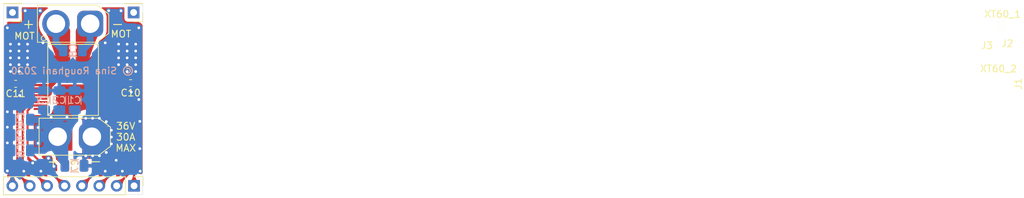
<source format=kicad_pcb>
(kicad_pcb (version 20171130) (host pcbnew "(5.1.6-0-10_14)")

  (general
    (thickness 1.6)
    (drawings 8)
    (tracks 409)
    (zones 0)
    (modules 17)
    (nets 13)
  )

  (page A4)
  (layers
    (0 F.Cu signal)
    (31 B.Cu signal)
    (32 B.Adhes user)
    (33 F.Adhes user)
    (34 B.Paste user)
    (35 F.Paste user)
    (36 B.SilkS user)
    (37 F.SilkS user)
    (38 B.Mask user hide)
    (39 F.Mask user)
    (40 Dwgs.User user)
    (41 Cmts.User user)
    (42 Eco1.User user)
    (43 Eco2.User user)
    (44 Edge.Cuts user)
    (45 Margin user)
    (46 B.CrtYd user)
    (47 F.CrtYd user)
    (48 B.Fab user hide)
    (49 F.Fab user hide)
  )

  (setup
    (last_trace_width 0.25)
    (user_trace_width 0.3)
    (user_trace_width 0.35)
    (user_trace_width 0.4)
    (user_trace_width 0.5)
    (user_trace_width 1)
    (user_trace_width 1.25)
    (user_trace_width 1.5)
    (user_trace_width 1.75)
    (user_trace_width 2)
    (trace_clearance 0.15)
    (zone_clearance 0.5)
    (zone_45_only no)
    (trace_min 0.2)
    (via_size 0.8)
    (via_drill 0.4)
    (via_min_size 0.4)
    (via_min_drill 0.3)
    (uvia_size 0.3)
    (uvia_drill 0.1)
    (uvias_allowed no)
    (uvia_min_size 0.2)
    (uvia_min_drill 0.1)
    (edge_width 0.05)
    (segment_width 0.2)
    (pcb_text_width 0.3)
    (pcb_text_size 1.5 1.5)
    (mod_edge_width 0.12)
    (mod_text_size 1 1)
    (mod_text_width 0.15)
    (pad_size 0.3 2)
    (pad_drill 0)
    (pad_to_mask_clearance 0.05)
    (aux_axis_origin 0 0)
    (visible_elements FFFFFF7F)
    (pcbplotparams
      (layerselection 0x010fc_ffffffff)
      (usegerberextensions false)
      (usegerberattributes true)
      (usegerberadvancedattributes true)
      (creategerberjobfile true)
      (excludeedgelayer true)
      (linewidth 0.100000)
      (plotframeref false)
      (viasonmask false)
      (mode 1)
      (useauxorigin false)
      (hpglpennumber 1)
      (hpglpenspeed 20)
      (hpglpendiameter 15.000000)
      (psnegative false)
      (psa4output false)
      (plotreference true)
      (plotvalue true)
      (plotinvisibletext false)
      (padsonsilk false)
      (subtractmaskfromsilk false)
      (outputformat 1)
      (mirror false)
      (drillshape 0)
      (scaleselection 1)
      (outputdirectory "dcServo/"))
  )

  (net 0 "")
  (net 1 VCC)
  (net 2 GND)
  (net 3 "Net-(U1-Pad1)")
  (net 4 /OUTB)
  (net 5 /OUTA)
  (net 6 /SEL0)
  (net 7 /INA)
  (net 8 /PWM)
  (net 9 /MS)
  (net 10 /MS_EN)
  (net 11 /INB)
  (net 12 /SEL1)

  (net_class Default "This is the default net class."
    (clearance 0.15)
    (trace_width 0.25)
    (via_dia 0.8)
    (via_drill 0.4)
    (uvia_dia 0.3)
    (uvia_drill 0.1)
    (add_net /INA)
    (add_net /INB)
    (add_net /MS)
    (add_net /MS_EN)
    (add_net /OUTA)
    (add_net /OUTB)
    (add_net /PWM)
    (add_net /SEL0)
    (add_net /SEL1)
    (add_net GND)
    (add_net "Net-(J2-Pad1)")
    (add_net "Net-(J3-Pad1)")
    (add_net "Net-(U1-Pad1)")
    (add_net VCC)
  )

  (module Capacitor_SMD:C_0603_1608Metric (layer F.Cu) (tedit 5B301BBE) (tstamp 5FEAACAE)
    (at 138.9125 75.2 180)
    (descr "Capacitor SMD 0603 (1608 Metric), square (rectangular) end terminal, IPC_7351 nominal, (Body size source: http://www.tortai-tech.com/upload/download/2011102023233369053.pdf), generated with kicad-footprint-generator")
    (tags capacitor)
    (path /5FEECC8E)
    (attr smd)
    (fp_text reference C11 (at 0 -1.43) (layer F.SilkS)
      (effects (font (size 1 1) (thickness 0.15)))
    )
    (fp_text value C (at 0 1.43) (layer F.Fab)
      (effects (font (size 1 1) (thickness 0.15)))
    )
    (fp_line (start -0.8 0.4) (end -0.8 -0.4) (layer F.Fab) (width 0.1))
    (fp_line (start -0.8 -0.4) (end 0.8 -0.4) (layer F.Fab) (width 0.1))
    (fp_line (start 0.8 -0.4) (end 0.8 0.4) (layer F.Fab) (width 0.1))
    (fp_line (start 0.8 0.4) (end -0.8 0.4) (layer F.Fab) (width 0.1))
    (fp_line (start -0.162779 -0.51) (end 0.162779 -0.51) (layer F.SilkS) (width 0.12))
    (fp_line (start -0.162779 0.51) (end 0.162779 0.51) (layer F.SilkS) (width 0.12))
    (fp_line (start -1.48 0.73) (end -1.48 -0.73) (layer F.CrtYd) (width 0.05))
    (fp_line (start -1.48 -0.73) (end 1.48 -0.73) (layer F.CrtYd) (width 0.05))
    (fp_line (start 1.48 -0.73) (end 1.48 0.73) (layer F.CrtYd) (width 0.05))
    (fp_line (start 1.48 0.73) (end -1.48 0.73) (layer F.CrtYd) (width 0.05))
    (fp_text user %R (at 0 0) (layer F.Fab)
      (effects (font (size 0.4 0.4) (thickness 0.06)))
    )
    (pad 2 smd roundrect (at 0.7875 0 180) (size 0.875 0.95) (layers F.Cu F.Paste F.Mask) (roundrect_rratio 0.25)
      (net 2 GND))
    (pad 1 smd roundrect (at -0.7875 0 180) (size 0.875 0.95) (layers F.Cu F.Paste F.Mask) (roundrect_rratio 0.25)
      (net 5 /OUTA))
    (model ${KISYS3DMOD}/Capacitor_SMD.3dshapes/C_0603_1608Metric.wrl
      (at (xyz 0 0 0))
      (scale (xyz 1 1 1))
      (rotate (xyz 0 0 0))
    )
  )

  (module Capacitor_SMD:C_0603_1608Metric (layer F.Cu) (tedit 5B301BBE) (tstamp 5FEAAC9D)
    (at 155.7125 75.1 180)
    (descr "Capacitor SMD 0603 (1608 Metric), square (rectangular) end terminal, IPC_7351 nominal, (Body size source: http://www.tortai-tech.com/upload/download/2011102023233369053.pdf), generated with kicad-footprint-generator")
    (tags capacitor)
    (path /5FEE9411)
    (attr smd)
    (fp_text reference C10 (at 0 -1.43) (layer F.SilkS)
      (effects (font (size 1 1) (thickness 0.15)))
    )
    (fp_text value C (at 0 1.43) (layer F.Fab)
      (effects (font (size 1 1) (thickness 0.15)))
    )
    (fp_line (start -0.8 0.4) (end -0.8 -0.4) (layer F.Fab) (width 0.1))
    (fp_line (start -0.8 -0.4) (end 0.8 -0.4) (layer F.Fab) (width 0.1))
    (fp_line (start 0.8 -0.4) (end 0.8 0.4) (layer F.Fab) (width 0.1))
    (fp_line (start 0.8 0.4) (end -0.8 0.4) (layer F.Fab) (width 0.1))
    (fp_line (start -0.162779 -0.51) (end 0.162779 -0.51) (layer F.SilkS) (width 0.12))
    (fp_line (start -0.162779 0.51) (end 0.162779 0.51) (layer F.SilkS) (width 0.12))
    (fp_line (start -1.48 0.73) (end -1.48 -0.73) (layer F.CrtYd) (width 0.05))
    (fp_line (start -1.48 -0.73) (end 1.48 -0.73) (layer F.CrtYd) (width 0.05))
    (fp_line (start 1.48 -0.73) (end 1.48 0.73) (layer F.CrtYd) (width 0.05))
    (fp_line (start 1.48 0.73) (end -1.48 0.73) (layer F.CrtYd) (width 0.05))
    (fp_text user %R (at 0 0) (layer F.Fab)
      (effects (font (size 0.4 0.4) (thickness 0.06)))
    )
    (pad 2 smd roundrect (at 0.7875 0 180) (size 0.875 0.95) (layers F.Cu F.Paste F.Mask) (roundrect_rratio 0.25)
      (net 4 /OUTB))
    (pad 1 smd roundrect (at -0.7875 0 180) (size 0.875 0.95) (layers F.Cu F.Paste F.Mask) (roundrect_rratio 0.25)
      (net 2 GND))
    (model ${KISYS3DMOD}/Capacitor_SMD.3dshapes/C_0603_1608Metric.wrl
      (at (xyz 0 0 0))
      (scale (xyz 1 1 1))
      (rotate (xyz 0 0 0))
    )
  )

  (module Capacitor_SMD:C_1206_3216Metric (layer B.Cu) (tedit 5B301BBE) (tstamp 5FEA6556)
    (at 139.65 84.95 180)
    (descr "Capacitor SMD 1206 (3216 Metric), square (rectangular) end terminal, IPC_7351 nominal, (Body size source: http://www.tortai-tech.com/upload/download/2011102023233369053.pdf), generated with kicad-footprint-generator")
    (tags capacitor)
    (path /5FEC6719)
    (attr smd)
    (fp_text reference C9 (at -7.85 -2.25 -90) (layer F.SilkS)
      (effects (font (size 1 1) (thickness 0.15)))
    )
    (fp_text value C (at 0 -1.82) (layer B.Fab)
      (effects (font (size 1 1) (thickness 0.15)) (justify mirror))
    )
    (fp_line (start 2.28 -1.12) (end -2.28 -1.12) (layer B.CrtYd) (width 0.05))
    (fp_line (start 2.28 1.12) (end 2.28 -1.12) (layer B.CrtYd) (width 0.05))
    (fp_line (start -2.28 1.12) (end 2.28 1.12) (layer B.CrtYd) (width 0.05))
    (fp_line (start -2.28 -1.12) (end -2.28 1.12) (layer B.CrtYd) (width 0.05))
    (fp_line (start -0.602064 -0.91) (end 0.602064 -0.91) (layer B.SilkS) (width 0.12))
    (fp_line (start -0.602064 0.91) (end 0.602064 0.91) (layer B.SilkS) (width 0.12))
    (fp_line (start 1.6 -0.8) (end -1.6 -0.8) (layer B.Fab) (width 0.1))
    (fp_line (start 1.6 0.8) (end 1.6 -0.8) (layer B.Fab) (width 0.1))
    (fp_line (start -1.6 0.8) (end 1.6 0.8) (layer B.Fab) (width 0.1))
    (fp_line (start -1.6 -0.8) (end -1.6 0.8) (layer B.Fab) (width 0.1))
    (fp_text user %R (at 0 0) (layer B.Fab)
      (effects (font (size 0.8 0.8) (thickness 0.12)) (justify mirror))
    )
    (pad 2 smd roundrect (at 1.4 0 180) (size 1.25 1.75) (layers B.Cu B.Paste B.Mask) (roundrect_rratio 0.2)
      (net 2 GND))
    (pad 1 smd roundrect (at -1.4 0 180) (size 1.25 1.75) (layers B.Cu B.Paste B.Mask) (roundrect_rratio 0.2)
      (net 1 VCC))
    (model ${KISYS3DMOD}/Capacitor_SMD.3dshapes/C_1206_3216Metric.wrl
      (at (xyz 0 0 0))
      (scale (xyz 1 1 1))
      (rotate (xyz 0 0 0))
    )
  )

  (module Capacitor_SMD:C_1206_3216Metric (layer B.Cu) (tedit 5B301BBE) (tstamp 5FEA5A47)
    (at 139.650001 80.45 180)
    (descr "Capacitor SMD 1206 (3216 Metric), square (rectangular) end terminal, IPC_7351 nominal, (Body size source: http://www.tortai-tech.com/upload/download/2011102023233369053.pdf), generated with kicad-footprint-generator")
    (tags capacitor)
    (path /5FEBFAD7)
    (attr smd)
    (fp_text reference C8 (at -7.649999 10.15 90) (layer B.SilkS)
      (effects (font (size 1 1) (thickness 0.15)) (justify mirror))
    )
    (fp_text value C (at 0 -1.82) (layer B.Fab)
      (effects (font (size 1 1) (thickness 0.15)) (justify mirror))
    )
    (fp_line (start 2.28 -1.12) (end -2.28 -1.12) (layer B.CrtYd) (width 0.05))
    (fp_line (start 2.28 1.12) (end 2.28 -1.12) (layer B.CrtYd) (width 0.05))
    (fp_line (start -2.28 1.12) (end 2.28 1.12) (layer B.CrtYd) (width 0.05))
    (fp_line (start -2.28 -1.12) (end -2.28 1.12) (layer B.CrtYd) (width 0.05))
    (fp_line (start -0.602064 -0.91) (end 0.602064 -0.91) (layer B.SilkS) (width 0.12))
    (fp_line (start -0.602064 0.91) (end 0.602064 0.91) (layer B.SilkS) (width 0.12))
    (fp_line (start 1.6 -0.8) (end -1.6 -0.8) (layer B.Fab) (width 0.1))
    (fp_line (start 1.6 0.8) (end 1.6 -0.8) (layer B.Fab) (width 0.1))
    (fp_line (start -1.6 0.8) (end 1.6 0.8) (layer B.Fab) (width 0.1))
    (fp_line (start -1.6 -0.8) (end -1.6 0.8) (layer B.Fab) (width 0.1))
    (fp_text user %R (at 0 0) (layer B.Fab)
      (effects (font (size 0.8 0.8) (thickness 0.12)) (justify mirror))
    )
    (pad 2 smd roundrect (at 1.4 0 180) (size 1.25 1.75) (layers B.Cu B.Paste B.Mask) (roundrect_rratio 0.2)
      (net 2 GND))
    (pad 1 smd roundrect (at -1.4 0 180) (size 1.25 1.75) (layers B.Cu B.Paste B.Mask) (roundrect_rratio 0.2)
      (net 1 VCC))
    (model ${KISYS3DMOD}/Capacitor_SMD.3dshapes/C_1206_3216Metric.wrl
      (at (xyz 0 0 0))
      (scale (xyz 1 1 1))
      (rotate (xyz 0 0 0))
    )
  )

  (module Capacitor_SMD:C_1206_3216Metric (layer B.Cu) (tedit 5B301BBE) (tstamp 5FEA1811)
    (at 147.499999 87.2)
    (descr "Capacitor SMD 1206 (3216 Metric), square (rectangular) end terminal, IPC_7351 nominal, (Body size source: http://www.tortai-tech.com/upload/download/2011102023233369053.pdf), generated with kicad-footprint-generator")
    (tags capacitor)
    (path /5FEA71A6)
    (attr smd)
    (fp_text reference C6 (at -7.799999 -2.3 270) (layer B.SilkS)
      (effects (font (size 1 1) (thickness 0.15)) (justify mirror))
    )
    (fp_text value C (at 0 -1.82) (layer B.Fab)
      (effects (font (size 1 1) (thickness 0.15)) (justify mirror))
    )
    (fp_line (start 2.28 -1.12) (end -2.28 -1.12) (layer B.CrtYd) (width 0.05))
    (fp_line (start 2.28 1.12) (end 2.28 -1.12) (layer B.CrtYd) (width 0.05))
    (fp_line (start -2.28 1.12) (end 2.28 1.12) (layer B.CrtYd) (width 0.05))
    (fp_line (start -2.28 -1.12) (end -2.28 1.12) (layer B.CrtYd) (width 0.05))
    (fp_line (start -0.602064 -0.91) (end 0.602064 -0.91) (layer B.SilkS) (width 0.12))
    (fp_line (start -0.602064 0.91) (end 0.602064 0.91) (layer B.SilkS) (width 0.12))
    (fp_line (start 1.6 -0.8) (end -1.6 -0.8) (layer B.Fab) (width 0.1))
    (fp_line (start 1.6 0.8) (end 1.6 -0.8) (layer B.Fab) (width 0.1))
    (fp_line (start -1.6 0.8) (end 1.6 0.8) (layer B.Fab) (width 0.1))
    (fp_line (start -1.6 -0.8) (end -1.6 0.8) (layer B.Fab) (width 0.1))
    (fp_text user %R (at 0 0) (layer B.Fab)
      (effects (font (size 0.8 0.8) (thickness 0.12)) (justify mirror))
    )
    (pad 2 smd roundrect (at 1.4 0) (size 1.25 1.75) (layers B.Cu B.Paste B.Mask) (roundrect_rratio 0.2)
      (net 2 GND))
    (pad 1 smd roundrect (at -1.4 0) (size 1.25 1.75) (layers B.Cu B.Paste B.Mask) (roundrect_rratio 0.2)
      (net 1 VCC))
    (model ${KISYS3DMOD}/Capacitor_SMD.3dshapes/C_1206_3216Metric.wrl
      (at (xyz 0 0 0))
      (scale (xyz 1 1 1))
      (rotate (xyz 0 0 0))
    )
  )

  (module Capacitor_SMD:C_1206_3216Metric (layer B.Cu) (tedit 5B301BBE) (tstamp 5FEA5A06)
    (at 143.06 77.59 90)
    (descr "Capacitor SMD 1206 (3216 Metric), square (rectangular) end terminal, IPC_7351 nominal, (Body size source: http://www.tortai-tech.com/upload/download/2011102023233369053.pdf), generated with kicad-footprint-generator")
    (tags capacitor)
    (path /5FEC05EE)
    (attr smd)
    (fp_text reference C5 (at -5.11 -3.36 270) (layer B.SilkS)
      (effects (font (size 1 1) (thickness 0.15)) (justify mirror))
    )
    (fp_text value C (at 0 -1.82 90) (layer B.Fab)
      (effects (font (size 1 1) (thickness 0.15)) (justify mirror))
    )
    (fp_line (start 2.28 -1.12) (end -2.28 -1.12) (layer B.CrtYd) (width 0.05))
    (fp_line (start 2.28 1.12) (end 2.28 -1.12) (layer B.CrtYd) (width 0.05))
    (fp_line (start -2.28 1.12) (end 2.28 1.12) (layer B.CrtYd) (width 0.05))
    (fp_line (start -2.28 -1.12) (end -2.28 1.12) (layer B.CrtYd) (width 0.05))
    (fp_line (start -0.602064 -0.91) (end 0.602064 -0.91) (layer B.SilkS) (width 0.12))
    (fp_line (start -0.602064 0.91) (end 0.602064 0.91) (layer B.SilkS) (width 0.12))
    (fp_line (start 1.6 -0.8) (end -1.6 -0.8) (layer B.Fab) (width 0.1))
    (fp_line (start 1.6 0.8) (end 1.6 -0.8) (layer B.Fab) (width 0.1))
    (fp_line (start -1.6 0.8) (end 1.6 0.8) (layer B.Fab) (width 0.1))
    (fp_line (start -1.6 -0.8) (end -1.6 0.8) (layer B.Fab) (width 0.1))
    (fp_text user %R (at 0 0 90) (layer B.Fab)
      (effects (font (size 0.8 0.8) (thickness 0.12)) (justify mirror))
    )
    (pad 2 smd roundrect (at 1.4 0 90) (size 1.25 1.75) (layers B.Cu B.Paste B.Mask) (roundrect_rratio 0.2)
      (net 2 GND))
    (pad 1 smd roundrect (at -1.4 0 90) (size 1.25 1.75) (layers B.Cu B.Paste B.Mask) (roundrect_rratio 0.2)
      (net 1 VCC))
    (model ${KISYS3DMOD}/Capacitor_SMD.3dshapes/C_1206_3216Metric.wrl
      (at (xyz 0 0 0))
      (scale (xyz 1 1 1))
      (rotate (xyz 0 0 0))
    )
  )

  (module Capacitor_SMD:C_1206_3216Metric (layer B.Cu) (tedit 5B301BBE) (tstamp 5FEA59D5)
    (at 145.3 77.59 90)
    (descr "Capacitor SMD 1206 (3216 Metric), square (rectangular) end terminal, IPC_7351 nominal, (Body size source: http://www.tortai-tech.com/upload/download/2011102023233369053.pdf), generated with kicad-footprint-generator")
    (tags capacitor)
    (path /5FEC0C58)
    (attr smd)
    (fp_text reference C3 (at -0.01 -2.2 180) (layer B.SilkS)
      (effects (font (size 1 1) (thickness 0.15)) (justify mirror))
    )
    (fp_text value C (at 0 -1.82 90) (layer B.Fab)
      (effects (font (size 1 1) (thickness 0.15)) (justify mirror))
    )
    (fp_line (start 2.28 -1.12) (end -2.28 -1.12) (layer B.CrtYd) (width 0.05))
    (fp_line (start 2.28 1.12) (end 2.28 -1.12) (layer B.CrtYd) (width 0.05))
    (fp_line (start -2.28 1.12) (end 2.28 1.12) (layer B.CrtYd) (width 0.05))
    (fp_line (start -2.28 -1.12) (end -2.28 1.12) (layer B.CrtYd) (width 0.05))
    (fp_line (start -0.602064 -0.91) (end 0.602064 -0.91) (layer B.SilkS) (width 0.12))
    (fp_line (start -0.602064 0.91) (end 0.602064 0.91) (layer B.SilkS) (width 0.12))
    (fp_line (start 1.6 -0.8) (end -1.6 -0.8) (layer B.Fab) (width 0.1))
    (fp_line (start 1.6 0.8) (end 1.6 -0.8) (layer B.Fab) (width 0.1))
    (fp_line (start -1.6 0.8) (end 1.6 0.8) (layer B.Fab) (width 0.1))
    (fp_line (start -1.6 -0.8) (end -1.6 0.8) (layer B.Fab) (width 0.1))
    (fp_text user %R (at 0 0 90) (layer B.Fab)
      (effects (font (size 0.8 0.8) (thickness 0.12)) (justify mirror))
    )
    (pad 2 smd roundrect (at 1.4 0 90) (size 1.25 1.75) (layers B.Cu B.Paste B.Mask) (roundrect_rratio 0.2)
      (net 2 GND))
    (pad 1 smd roundrect (at -1.4 0 90) (size 1.25 1.75) (layers B.Cu B.Paste B.Mask) (roundrect_rratio 0.2)
      (net 1 VCC))
    (model ${KISYS3DMOD}/Capacitor_SMD.3dshapes/C_1206_3216Metric.wrl
      (at (xyz 0 0 0))
      (scale (xyz 1 1 1))
      (rotate (xyz 0 0 0))
    )
  )

  (module Capacitor_SMD:C_1206_3216Metric (layer B.Cu) (tedit 5B301BBE) (tstamp 5FEA59C4)
    (at 139.649999 82.7 180)
    (descr "Capacitor SMD 1206 (3216 Metric), square (rectangular) end terminal, IPC_7351 nominal, (Body size source: http://www.tortai-tech.com/upload/download/2011102023233369053.pdf), generated with kicad-footprint-generator")
    (tags capacitor)
    (path /5FEC12C2)
    (attr smd)
    (fp_text reference C2 (at -5.650001 5.1) (layer B.SilkS)
      (effects (font (size 1 1) (thickness 0.15)) (justify mirror))
    )
    (fp_text value C (at 0 -1.82) (layer B.Fab)
      (effects (font (size 1 1) (thickness 0.15)) (justify mirror))
    )
    (fp_line (start 2.28 -1.12) (end -2.28 -1.12) (layer B.CrtYd) (width 0.05))
    (fp_line (start 2.28 1.12) (end 2.28 -1.12) (layer B.CrtYd) (width 0.05))
    (fp_line (start -2.28 1.12) (end 2.28 1.12) (layer B.CrtYd) (width 0.05))
    (fp_line (start -2.28 -1.12) (end -2.28 1.12) (layer B.CrtYd) (width 0.05))
    (fp_line (start -0.602064 -0.91) (end 0.602064 -0.91) (layer B.SilkS) (width 0.12))
    (fp_line (start -0.602064 0.91) (end 0.602064 0.91) (layer B.SilkS) (width 0.12))
    (fp_line (start 1.6 -0.8) (end -1.6 -0.8) (layer B.Fab) (width 0.1))
    (fp_line (start 1.6 0.8) (end 1.6 -0.8) (layer B.Fab) (width 0.1))
    (fp_line (start -1.6 0.8) (end 1.6 0.8) (layer B.Fab) (width 0.1))
    (fp_line (start -1.6 -0.8) (end -1.6 0.8) (layer B.Fab) (width 0.1))
    (fp_text user %R (at 0 0) (layer B.Fab)
      (effects (font (size 0.8 0.8) (thickness 0.12)) (justify mirror))
    )
    (pad 2 smd roundrect (at 1.4 0 180) (size 1.25 1.75) (layers B.Cu B.Paste B.Mask) (roundrect_rratio 0.2)
      (net 2 GND))
    (pad 1 smd roundrect (at -1.4 0 180) (size 1.25 1.75) (layers B.Cu B.Paste B.Mask) (roundrect_rratio 0.2)
      (net 1 VCC))
    (model ${KISYS3DMOD}/Capacitor_SMD.3dshapes/C_1206_3216Metric.wrl
      (at (xyz 0 0 0))
      (scale (xyz 1 1 1))
      (rotate (xyz 0 0 0))
    )
  )

  (module Capacitor_SMD:C_1206_3216Metric (layer B.Cu) (tedit 5B301BBE) (tstamp 5FEA7BBD)
    (at 147.55 77.599999 90)
    (descr "Capacitor SMD 1206 (3216 Metric), square (rectangular) end terminal, IPC_7351 nominal, (Body size source: http://www.tortai-tech.com/upload/download/2011102023233369053.pdf), generated with kicad-footprint-generator")
    (tags capacitor)
    (path /5FEC24E8)
    (attr smd)
    (fp_text reference C1 (at -0.000001 -0.05 180) (layer B.SilkS)
      (effects (font (size 1 1) (thickness 0.15)) (justify mirror))
    )
    (fp_text value C (at 0 -1.82 90) (layer B.Fab)
      (effects (font (size 1 1) (thickness 0.15)) (justify mirror))
    )
    (fp_line (start 2.28 -1.12) (end -2.28 -1.12) (layer B.CrtYd) (width 0.05))
    (fp_line (start 2.28 1.12) (end 2.28 -1.12) (layer B.CrtYd) (width 0.05))
    (fp_line (start -2.28 1.12) (end 2.28 1.12) (layer B.CrtYd) (width 0.05))
    (fp_line (start -2.28 -1.12) (end -2.28 1.12) (layer B.CrtYd) (width 0.05))
    (fp_line (start -0.602064 -0.91) (end 0.602064 -0.91) (layer B.SilkS) (width 0.12))
    (fp_line (start -0.602064 0.91) (end 0.602064 0.91) (layer B.SilkS) (width 0.12))
    (fp_line (start 1.6 -0.8) (end -1.6 -0.8) (layer B.Fab) (width 0.1))
    (fp_line (start 1.6 0.8) (end 1.6 -0.8) (layer B.Fab) (width 0.1))
    (fp_line (start -1.6 0.8) (end 1.6 0.8) (layer B.Fab) (width 0.1))
    (fp_line (start -1.6 -0.8) (end -1.6 0.8) (layer B.Fab) (width 0.1))
    (fp_text user %R (at 0 0 90) (layer B.Fab)
      (effects (font (size 0.8 0.8) (thickness 0.12)) (justify mirror))
    )
    (pad 2 smd roundrect (at 1.4 0 90) (size 1.25 1.75) (layers B.Cu B.Paste B.Mask) (roundrect_rratio 0.2)
      (net 2 GND))
    (pad 1 smd roundrect (at -1.4 0 90) (size 1.25 1.75) (layers B.Cu B.Paste B.Mask) (roundrect_rratio 0.2)
      (net 1 VCC))
    (model ${KISYS3DMOD}/Capacitor_SMD.3dshapes/C_1206_3216Metric.wrl
      (at (xyz 0 0 0))
      (scale (xyz 1 1 1))
      (rotate (xyz 0 0 0))
    )
  )

  (module Capacitor_SMD:C_1206_3216Metric (layer B.Cu) (tedit 5B301BBE) (tstamp 5FEA17EF)
    (at 147.262499 70.3)
    (descr "Capacitor SMD 1206 (3216 Metric), square (rectangular) end terminal, IPC_7351 nominal, (Body size source: http://www.tortai-tech.com/upload/download/2011102023233369053.pdf), generated with kicad-footprint-generator")
    (tags capacitor)
    (path /5FEAA29B)
    (attr smd)
    (fp_text reference C4 (at -7.562499 10.1 90) (layer B.SilkS)
      (effects (font (size 1 1) (thickness 0.15)) (justify mirror))
    )
    (fp_text value C (at 0 -1.82) (layer B.Fab)
      (effects (font (size 1 1) (thickness 0.15)) (justify mirror))
    )
    (fp_line (start 2.28 -1.12) (end -2.28 -1.12) (layer B.CrtYd) (width 0.05))
    (fp_line (start 2.28 1.12) (end 2.28 -1.12) (layer B.CrtYd) (width 0.05))
    (fp_line (start -2.28 1.12) (end 2.28 1.12) (layer B.CrtYd) (width 0.05))
    (fp_line (start -2.28 -1.12) (end -2.28 1.12) (layer B.CrtYd) (width 0.05))
    (fp_line (start -0.602064 -0.91) (end 0.602064 -0.91) (layer B.SilkS) (width 0.12))
    (fp_line (start -0.602064 0.91) (end 0.602064 0.91) (layer B.SilkS) (width 0.12))
    (fp_line (start 1.6 -0.8) (end -1.6 -0.8) (layer B.Fab) (width 0.1))
    (fp_line (start 1.6 0.8) (end 1.6 -0.8) (layer B.Fab) (width 0.1))
    (fp_line (start -1.6 0.8) (end 1.6 0.8) (layer B.Fab) (width 0.1))
    (fp_line (start -1.6 -0.8) (end -1.6 0.8) (layer B.Fab) (width 0.1))
    (fp_text user %R (at 0 0) (layer B.Fab)
      (effects (font (size 0.8 0.8) (thickness 0.12)) (justify mirror))
    )
    (pad 2 smd roundrect (at 1.4 0) (size 1.25 1.75) (layers B.Cu B.Paste B.Mask) (roundrect_rratio 0.2)
      (net 4 /OUTB))
    (pad 1 smd roundrect (at -1.4 0) (size 1.25 1.75) (layers B.Cu B.Paste B.Mask) (roundrect_rratio 0.2)
      (net 5 /OUTA))
    (model ${KISYS3DMOD}/Capacitor_SMD.3dshapes/C_1206_3216Metric.wrl
      (at (xyz 0 0 0))
      (scale (xyz 1 1 1))
      (rotate (xyz 0 0 0))
    )
  )

  (module Capacitor_SMD:C_1206_3216Metric (layer F.Cu) (tedit 5B301BBE) (tstamp 5FEA1822)
    (at 147.5 87.2)
    (descr "Capacitor SMD 1206 (3216 Metric), square (rectangular) end terminal, IPC_7351 nominal, (Body size source: http://www.tortai-tech.com/upload/download/2011102023233369053.pdf), generated with kicad-footprint-generator")
    (tags capacitor)
    (path /5FEA79D8)
    (attr smd)
    (fp_text reference C7 (at 0.1 0 270) (layer B.SilkS)
      (effects (font (size 1 1) (thickness 0.15)) (justify mirror))
    )
    (fp_text value C (at 0 1.82) (layer F.Fab)
      (effects (font (size 1 1) (thickness 0.15)))
    )
    (fp_line (start -1.6 0.8) (end -1.6 -0.8) (layer F.Fab) (width 0.1))
    (fp_line (start -1.6 -0.8) (end 1.6 -0.8) (layer F.Fab) (width 0.1))
    (fp_line (start 1.6 -0.8) (end 1.6 0.8) (layer F.Fab) (width 0.1))
    (fp_line (start 1.6 0.8) (end -1.6 0.8) (layer F.Fab) (width 0.1))
    (fp_line (start -0.602064 -0.91) (end 0.602064 -0.91) (layer F.SilkS) (width 0.12))
    (fp_line (start -0.602064 0.91) (end 0.602064 0.91) (layer F.SilkS) (width 0.12))
    (fp_line (start -2.28 1.12) (end -2.28 -1.12) (layer F.CrtYd) (width 0.05))
    (fp_line (start -2.28 -1.12) (end 2.28 -1.12) (layer F.CrtYd) (width 0.05))
    (fp_line (start 2.28 -1.12) (end 2.28 1.12) (layer F.CrtYd) (width 0.05))
    (fp_line (start 2.28 1.12) (end -2.28 1.12) (layer F.CrtYd) (width 0.05))
    (fp_text user %R (at 0 0) (layer F.Fab)
      (effects (font (size 0.8 0.8) (thickness 0.12)))
    )
    (pad 2 smd roundrect (at 1.4 0) (size 1.25 1.75) (layers F.Cu F.Paste F.Mask) (roundrect_rratio 0.2)
      (net 2 GND))
    (pad 1 smd roundrect (at -1.4 0) (size 1.25 1.75) (layers F.Cu F.Paste F.Mask) (roundrect_rratio 0.2)
      (net 1 VCC))
    (model ${KISYS3DMOD}/Capacitor_SMD.3dshapes/C_1206_3216Metric.wrl
      (at (xyz 0 0 0))
      (scale (xyz 1 1 1))
      (rotate (xyz 0 0 0))
    )
  )

  (module Connector_PinHeader_2.54mm:PinHeader_1x01_P2.54mm_Vertical (layer F.Cu) (tedit 59FED5CC) (tstamp 5FEA3851)
    (at 138.45 64.75 180)
    (descr "Through hole straight pin header, 1x01, 2.54mm pitch, single row")
    (tags "Through hole pin header THT 1x01 2.54mm single row")
    (path /5FEB5019)
    (fp_text reference J3 (at -142.35 -4.85) (layer F.SilkS)
      (effects (font (size 1 1) (thickness 0.15)))
    )
    (fp_text value Conn_01x01_Male (at 0 2.33) (layer F.Fab)
      (effects (font (size 1 1) (thickness 0.15)))
    )
    (fp_line (start -0.635 -1.27) (end 1.27 -1.27) (layer F.Fab) (width 0.1))
    (fp_line (start 1.27 -1.27) (end 1.27 1.27) (layer F.Fab) (width 0.1))
    (fp_line (start 1.27 1.27) (end -1.27 1.27) (layer F.Fab) (width 0.1))
    (fp_line (start -1.27 1.27) (end -1.27 -0.635) (layer F.Fab) (width 0.1))
    (fp_line (start -1.27 -0.635) (end -0.635 -1.27) (layer F.Fab) (width 0.1))
    (fp_line (start -1.33 1.33) (end 1.33 1.33) (layer F.SilkS) (width 0.12))
    (fp_line (start -1.33 1.27) (end -1.33 1.33) (layer F.SilkS) (width 0.12))
    (fp_line (start 1.33 1.27) (end 1.33 1.33) (layer F.SilkS) (width 0.12))
    (fp_line (start -1.33 1.27) (end 1.33 1.27) (layer F.SilkS) (width 0.12))
    (fp_line (start -1.33 0) (end -1.33 -1.33) (layer F.SilkS) (width 0.12))
    (fp_line (start -1.33 -1.33) (end 0 -1.33) (layer F.SilkS) (width 0.12))
    (fp_line (start -1.8 -1.8) (end -1.8 1.8) (layer F.CrtYd) (width 0.05))
    (fp_line (start -1.8 1.8) (end 1.8 1.8) (layer F.CrtYd) (width 0.05))
    (fp_line (start 1.8 1.8) (end 1.8 -1.8) (layer F.CrtYd) (width 0.05))
    (fp_line (start 1.8 -1.8) (end -1.8 -1.8) (layer F.CrtYd) (width 0.05))
    (fp_text user %R (at 0 0 90) (layer F.Fab)
      (effects (font (size 1 1) (thickness 0.15)))
    )
    (pad 1 thru_hole rect (at 0 0 180) (size 1.7 1.7) (drill 1) (layers *.Cu *.Mask))
    (model ${KISYS3DMOD}/Connector_PinHeader_2.54mm.3dshapes/PinHeader_1x01_P2.54mm_Vertical.wrl
      (offset (xyz 0 0 -2))
      (scale (xyz 1 1 -1))
      (rotate (xyz 0 0 0))
    )
  )

  (module Connector_PinHeader_2.54mm:PinHeader_1x01_P2.54mm_Vertical (layer F.Cu) (tedit 59FED5CC) (tstamp 5FEA383C)
    (at 156.15 64.75 180)
    (descr "Through hole straight pin header, 1x01, 2.54mm pitch, single row")
    (tags "Through hole pin header THT 1x01 2.54mm single row")
    (path /5FEB60C6)
    (fp_text reference J2 (at -127.65 -4.55) (layer F.SilkS)
      (effects (font (size 1 1) (thickness 0.15)))
    )
    (fp_text value Conn_01x01_Male (at 0 2.33) (layer F.Fab)
      (effects (font (size 1 1) (thickness 0.15)))
    )
    (fp_line (start -0.635 -1.27) (end 1.27 -1.27) (layer F.Fab) (width 0.1))
    (fp_line (start 1.27 -1.27) (end 1.27 1.27) (layer F.Fab) (width 0.1))
    (fp_line (start 1.27 1.27) (end -1.27 1.27) (layer F.Fab) (width 0.1))
    (fp_line (start -1.27 1.27) (end -1.27 -0.635) (layer F.Fab) (width 0.1))
    (fp_line (start -1.27 -0.635) (end -0.635 -1.27) (layer F.Fab) (width 0.1))
    (fp_line (start -1.33 1.33) (end 1.33 1.33) (layer F.SilkS) (width 0.12))
    (fp_line (start -1.33 1.27) (end -1.33 1.33) (layer F.SilkS) (width 0.12))
    (fp_line (start 1.33 1.27) (end 1.33 1.33) (layer F.SilkS) (width 0.12))
    (fp_line (start -1.33 1.27) (end 1.33 1.27) (layer F.SilkS) (width 0.12))
    (fp_line (start -1.33 0) (end -1.33 -1.33) (layer F.SilkS) (width 0.12))
    (fp_line (start -1.33 -1.33) (end 0 -1.33) (layer F.SilkS) (width 0.12))
    (fp_line (start -1.8 -1.8) (end -1.8 1.8) (layer F.CrtYd) (width 0.05))
    (fp_line (start -1.8 1.8) (end 1.8 1.8) (layer F.CrtYd) (width 0.05))
    (fp_line (start 1.8 1.8) (end 1.8 -1.8) (layer F.CrtYd) (width 0.05))
    (fp_line (start 1.8 -1.8) (end -1.8 -1.8) (layer F.CrtYd) (width 0.05))
    (fp_text user %R (at 0 0 90) (layer F.Fab)
      (effects (font (size 1 1) (thickness 0.15)))
    )
    (pad 1 thru_hole rect (at 0 0 180) (size 1.7 1.7) (drill 1) (layers *.Cu *.Mask))
    (model ${KISYS3DMOD}/Connector_PinHeader_2.54mm.3dshapes/PinHeader_1x01_P2.54mm_Vertical.wrl
      (offset (xyz 0 0 -2))
      (scale (xyz 1 1 -1))
      (rotate (xyz 0 0 0))
    )
  )

  (module Connector_AMASS:AMASS_XT30U-F_1x02_P5.0mm_Vertical (layer F.Cu) (tedit 5FEA0E84) (tstamp 5FEA1224)
    (at 150.05 82.95 180)
    (descr "Connector XT30 Vertical Cable Female, https://www.tme.eu/en/Document/3cbfa5cfa544d79584972dd5234a409e/XT30U%20SPEC.pdf")
    (tags "RC Connector XT30")
    (path /5FEA704E)
    (fp_text reference XT60_2 (at -132.45 9.95) (layer F.SilkS)
      (effects (font (size 1 1) (thickness 0.15)))
    )
    (fp_text value Connector_Conn_01x02_Female (at 2.5 4) (layer F.Fab)
      (effects (font (size 1 1) (thickness 0.15)))
    )
    (fp_line (start -2.6 -1.3) (end -2.6 1.3) (layer F.Fab) (width 0.1))
    (fp_line (start 7.6 -2.6) (end 7.6 2.6) (layer F.Fab) (width 0.1))
    (fp_line (start -0.9 -2.6) (end 7.6 -2.6) (layer F.Fab) (width 0.1))
    (fp_line (start -0.9 2.6) (end 7.6 2.6) (layer F.Fab) (width 0.1))
    (fp_line (start -2.6 -1.3) (end -0.9 -2.6) (layer F.Fab) (width 0.1))
    (fp_line (start -2.6 1.3) (end -0.9 2.6) (layer F.Fab) (width 0.1))
    (fp_line (start -1.01 -2.71) (end 7.71 -2.71) (layer F.SilkS) (width 0.12))
    (fp_line (start 7.71 -2.71) (end 7.71 2.71) (layer F.SilkS) (width 0.12))
    (fp_line (start -1.01 2.71) (end 7.71 2.71) (layer F.SilkS) (width 0.12))
    (fp_line (start -2.71 -1.41) (end -1.01 -2.71) (layer F.SilkS) (width 0.12))
    (fp_line (start -2.71 1.41) (end -1.01 2.71) (layer F.SilkS) (width 0.12))
    (fp_line (start -2.71 -1.41) (end -2.71 1.41) (layer F.SilkS) (width 0.12))
    (fp_line (start -1.4 -3.1) (end 8.1 -3.1) (layer F.CrtYd) (width 0.05))
    (fp_line (start 8.1 -3.1) (end 8.1 3.1) (layer F.CrtYd) (width 0.05))
    (fp_line (start -3.1 -1.8) (end -3.1 1.8) (layer F.CrtYd) (width 0.05))
    (fp_line (start -1.4 3.1) (end 8.1 3.1) (layer F.CrtYd) (width 0.05))
    (fp_line (start -3.1 -1.8) (end -1.4 -3.1) (layer F.CrtYd) (width 0.05))
    (fp_line (start -3.1 1.8) (end -1.4 3.1) (layer F.CrtYd) (width 0.05))
    (fp_text user - (at -0.55 -3.55) (layer F.SilkS)
      (effects (font (size 1.5 1.5) (thickness 0.15)))
    )
    (fp_text user + (at 5.65 -3.6) (layer F.SilkS)
      (effects (font (size 1.5 1.5) (thickness 0.15)))
    )
    (fp_text user %R (at 2.5 0) (layer F.Fab)
      (effects (font (size 1 1) (thickness 0.15)))
    )
    (pad 2 thru_hole circle (at 5 0 180) (size 4 4) (drill 2.7) (layers *.Cu *.Mask)
      (net 1 VCC))
    (pad 1 thru_hole roundrect (at 0 0 180) (size 3.8 3.8) (drill 2.7) (layers *.Cu *.Mask) (roundrect_rratio 0.25)
      (net 2 GND))
    (model ${KISYS3DMOD}/Connector_AMASS.3dshapes/AMASS_XT30U-F_1x02_P5.0mm_Vertical.wrl
      (at (xyz 0 0 0))
      (scale (xyz 1 1 1))
      (rotate (xyz 0 0 0))
    )
    (model "/Users/sina/Desktop/motorDriver/datasheets/xt60-plug-male-1.snapshot.1/XT60 Stecker.stp"
      (offset (xyz 2.5 0 0))
      (scale (xyz 0.65 0.65 0.65))
      (rotate (xyz 0 0 0))
    )
  )

  (module Connector_AMASS:AMASS_XT30U-F_1x02_P5.0mm_Vertical (layer F.Cu) (tedit 5FEA3706) (tstamp 5FEA1209)
    (at 149.8 66.4 180)
    (descr "Connector XT30 Vertical Cable Female, https://www.tme.eu/en/Document/3cbfa5cfa544d79584972dd5234a409e/XT30U%20SPEC.pdf")
    (tags "RC Connector XT30")
    (path /5FE9BBA3)
    (fp_text reference XT60_1 (at -133.3 1.4) (layer F.SilkS)
      (effects (font (size 1 1) (thickness 0.15)))
    )
    (fp_text value Connector_Conn_01x02_Female (at 2.5 4) (layer F.Fab)
      (effects (font (size 1 1) (thickness 0.15)))
    )
    (fp_line (start -2.6 -1.3) (end -2.6 1.3) (layer F.Fab) (width 0.1))
    (fp_line (start 7.6 -2.6) (end 7.6 2.6) (layer F.Fab) (width 0.1))
    (fp_line (start -0.9 -2.6) (end 7.6 -2.6) (layer F.Fab) (width 0.1))
    (fp_line (start -0.9 2.6) (end 7.6 2.6) (layer F.Fab) (width 0.1))
    (fp_line (start -2.6 -1.3) (end -0.9 -2.6) (layer F.Fab) (width 0.1))
    (fp_line (start -2.6 1.3) (end -0.9 2.6) (layer F.Fab) (width 0.1))
    (fp_line (start -1.01 -2.71) (end 7.71 -2.71) (layer F.SilkS) (width 0.12))
    (fp_line (start 7.71 -2.71) (end 7.71 2.71) (layer F.SilkS) (width 0.12))
    (fp_line (start -1.01 2.71) (end 7.71 2.71) (layer F.SilkS) (width 0.12))
    (fp_line (start -2.71 -1.41) (end -1.01 -2.71) (layer F.SilkS) (width 0.12))
    (fp_line (start -2.71 1.41) (end -1.01 2.71) (layer F.SilkS) (width 0.12))
    (fp_line (start -2.71 -1.41) (end -2.71 1.41) (layer F.SilkS) (width 0.12))
    (fp_line (start -1.4 -3.1) (end 8.1 -3.1) (layer F.CrtYd) (width 0.05))
    (fp_line (start 8.1 -3.1) (end 8.1 3.1) (layer F.CrtYd) (width 0.05))
    (fp_line (start -3.1 -1.8) (end -3.1 1.8) (layer F.CrtYd) (width 0.05))
    (fp_line (start -1.4 3.1) (end 8.1 3.1) (layer F.CrtYd) (width 0.05))
    (fp_line (start -3.1 -1.8) (end -1.4 -3.1) (layer F.CrtYd) (width 0.05))
    (fp_line (start -3.1 1.8) (end -1.4 3.1) (layer F.CrtYd) (width 0.05))
    (fp_text user - (at -4 0) (layer F.SilkS)
      (effects (font (size 1.5 1.5) (thickness 0.15)))
    )
    (fp_text user + (at 9 0) (layer F.SilkS)
      (effects (font (size 1.5 1.5) (thickness 0.15)))
    )
    (fp_text user %R (at 2.5 0) (layer F.Fab)
      (effects (font (size 1 1) (thickness 0.15)))
    )
    (pad 2 thru_hole circle (at 5 0 180) (size 4 4) (drill 2.7) (layers *.Cu *.Mask)
      (net 5 /OUTA))
    (pad 1 thru_hole roundrect (at 0 0 180) (size 3.8 3.8) (drill 2.7) (layers *.Cu *.Mask) (roundrect_rratio 0.25)
      (net 4 /OUTB))
    (model "/Users/sina/Desktop/motorDriver/datasheets/xt60-plug-male-1.snapshot.1/XT60 Stecker.stp"
      (offset (xyz 2.5 0 0))
      (scale (xyz 0.65 0.65 0.65))
      (rotate (xyz 0 0 0))
    )
  )

  (module Connector_PinHeader_2.54mm:PinHeader_1x08_P2.54mm_Vertical (layer F.Cu) (tedit 59FED5CC) (tstamp 5FEA0581)
    (at 156.21 90.139999 270)
    (descr "Through hole straight pin header, 1x08, 2.54mm pitch, single row")
    (tags "Through hole pin header THT 1x08 2.54mm single row")
    (path /5FEA03A9)
    (fp_text reference J1 (at -14.939999 -129.19 90) (layer F.SilkS)
      (effects (font (size 1 1) (thickness 0.15)))
    )
    (fp_text value Conn_01x08_Male (at 0 20.11 90) (layer F.Fab)
      (effects (font (size 1 1) (thickness 0.15)))
    )
    (fp_line (start 1.8 -1.8) (end -1.8 -1.8) (layer F.CrtYd) (width 0.05))
    (fp_line (start 1.8 19.55) (end 1.8 -1.8) (layer F.CrtYd) (width 0.05))
    (fp_line (start -1.8 19.55) (end 1.8 19.55) (layer F.CrtYd) (width 0.05))
    (fp_line (start -1.8 -1.8) (end -1.8 19.55) (layer F.CrtYd) (width 0.05))
    (fp_line (start -1.33 -1.33) (end 0 -1.33) (layer F.SilkS) (width 0.12))
    (fp_line (start -1.33 0) (end -1.33 -1.33) (layer F.SilkS) (width 0.12))
    (fp_line (start -1.33 1.27) (end 1.33 1.27) (layer F.SilkS) (width 0.12))
    (fp_line (start 1.33 1.27) (end 1.33 19.11) (layer F.SilkS) (width 0.12))
    (fp_line (start -1.33 1.27) (end -1.33 19.11) (layer F.SilkS) (width 0.12))
    (fp_line (start -1.33 19.11) (end 1.33 19.11) (layer F.SilkS) (width 0.12))
    (fp_line (start -1.27 -0.635) (end -0.635 -1.27) (layer F.Fab) (width 0.1))
    (fp_line (start -1.27 19.05) (end -1.27 -0.635) (layer F.Fab) (width 0.1))
    (fp_line (start 1.27 19.05) (end -1.27 19.05) (layer F.Fab) (width 0.1))
    (fp_line (start 1.27 -1.27) (end 1.27 19.05) (layer F.Fab) (width 0.1))
    (fp_line (start -0.635 -1.27) (end 1.27 -1.27) (layer F.Fab) (width 0.1))
    (fp_text user %R (at 0 8.89) (layer F.Fab)
      (effects (font (size 1 1) (thickness 0.15)))
    )
    (pad 8 thru_hole oval (at 0 17.78 270) (size 1.7 1.7) (drill 1) (layers *.Cu *.Mask)
      (net 2 GND))
    (pad 7 thru_hole oval (at 0 15.24 270) (size 1.7 1.7) (drill 1) (layers *.Cu *.Mask)
      (net 6 /SEL0))
    (pad 6 thru_hole oval (at 0 12.7 270) (size 1.7 1.7) (drill 1) (layers *.Cu *.Mask)
      (net 7 /INA))
    (pad 5 thru_hole oval (at 0 10.16 270) (size 1.7 1.7) (drill 1) (layers *.Cu *.Mask)
      (net 8 /PWM))
    (pad 4 thru_hole oval (at 0 7.62 270) (size 1.7 1.7) (drill 1) (layers *.Cu *.Mask)
      (net 9 /MS))
    (pad 3 thru_hole oval (at 0 5.08 270) (size 1.7 1.7) (drill 1) (layers *.Cu *.Mask)
      (net 10 /MS_EN))
    (pad 2 thru_hole oval (at 0 2.54 270) (size 1.7 1.7) (drill 1) (layers *.Cu *.Mask)
      (net 11 /INB))
    (pad 1 thru_hole rect (at 0 0 270) (size 1.7 1.7) (drill 1) (layers *.Cu *.Mask)
      (net 12 /SEL1))
    (model ${KISYS3DMOD}/Connector_PinHeader_2.54mm.3dshapes/PinHeader_1x08_P2.54mm_Vertical.wrl
      (offset (xyz 0 0 -2))
      (scale (xyz 1 1 -1))
      (rotate (xyz 0 0 0))
    )
  )

  (module Package_SO:POWERSSO-36 (layer F.Cu) (tedit 5FEA45FE) (tstamp 5FE9855E)
    (at 147.2238 74.6836 270)
    (path /5FE95BD8)
    (fp_text reference U1 (at -8.0836 -135.6762 90) (layer F.SilkS)
      (effects (font (size 1.00189 1.00189) (thickness 0.015)))
    )
    (fp_text value VNH7040AY (at 1.780155 6.917255 90) (layer F.Fab)
      (effects (font (size 1.00122 1.00122) (thickness 0.015)))
    )
    (fp_line (start 5.1492 -3.7762) (end 5.1492 3.6238) (layer F.SilkS) (width 0.127))
    (fp_line (start 5.1492 3.6238) (end -5.2508 3.6238) (layer F.SilkS) (width 0.127))
    (fp_line (start -5.2508 3.6238) (end -5.2508 -3.7762) (layer F.SilkS) (width 0.127))
    (fp_line (start -5.2508 -3.7762) (end 5.1492 -3.7762) (layer F.SilkS) (width 0.127))
    (fp_circle (center -6.1468 4.2164) (end -5.787591 4.2164) (layer F.SilkS) (width 0.127))
    (pad 19 smd rect (at 4.1992 -4.8262 270) (size 0.3 2) (layers F.Cu F.Paste F.Mask)
      (net 9 /MS))
    (pad 20 smd rect (at 3.6992 -4.8262 270) (size 0.3 2) (layers F.Cu F.Paste F.Mask)
      (net 10 /MS_EN))
    (pad 21 smd rect (at 3.1992 -4.8262 270) (size 0.3 2) (layers F.Cu F.Paste F.Mask)
      (net 11 /INB))
    (pad 22 smd rect (at 2.6992 -4.8262 270) (size 0.3 2) (layers F.Cu F.Paste F.Mask)
      (net 12 /SEL1))
    (pad 23 smd rect (at 2.1992 -4.8262 270) (size 0.3 2) (layers F.Cu F.Paste F.Mask)
      (net 4 /OUTB))
    (pad 24 smd rect (at 1.6992 -4.8262 270) (size 0.3 2) (layers F.Cu F.Paste F.Mask)
      (net 4 /OUTB))
    (pad 25 smd rect (at 1.1992 -4.8262 270) (size 0.3 2) (layers F.Cu F.Paste F.Mask)
      (net 4 /OUTB))
    (pad 26 smd rect (at 0.6992 -4.8262 270) (size 0.3 2) (layers F.Cu F.Paste F.Mask)
      (net 4 /OUTB))
    (pad 27 smd rect (at 0.1992 -4.8262 270) (size 0.01 0.01) (layers F.Cu F.Paste F.Mask)
      (net 1 VCC))
    (pad 28 smd rect (at -0.3008 -4.8262 270) (size 0.3 2) (layers F.Cu F.Paste F.Mask)
      (net 4 /OUTB))
    (pad 29 smd rect (at -0.8008 -4.8262 270) (size 0.3 2) (layers F.Cu F.Paste F.Mask)
      (net 4 /OUTB))
    (pad 30 smd rect (at -1.3008 -4.8262 270) (size 0.3 2) (layers F.Cu F.Paste F.Mask)
      (net 2 GND))
    (pad 31 smd rect (at -1.8008 -4.8262 270) (size 0.3 2) (layers F.Cu F.Paste F.Mask)
      (net 2 GND))
    (pad 32 smd rect (at -2.3008 -4.8262 270) (size 0.3 2) (layers F.Cu F.Paste F.Mask)
      (net 2 GND))
    (pad 33 smd rect (at -2.8008 -4.8262 270) (size 0.3 2) (layers F.Cu F.Paste F.Mask)
      (net 2 GND))
    (pad 34 smd rect (at -3.3008 -4.8262 270) (size 0.3 2) (layers F.Cu F.Paste F.Mask)
      (net 2 GND))
    (pad 35 smd rect (at -3.8008 -4.8262 270) (size 0.3 2) (layers F.Cu F.Paste F.Mask)
      (net 4 /OUTB))
    (pad 36 smd rect (at -4.3008 -4.8262 270) (size 0.3 2) (layers F.Cu F.Paste F.Mask)
      (net 3 "Net-(U1-Pad1)"))
    (pad 1 smd rect (at -4.3008 4.6738 270) (size 0.3 2) (layers F.Cu F.Paste F.Mask)
      (net 3 "Net-(U1-Pad1)"))
    (pad 2 smd rect (at -3.8008 4.6738 270) (size 0.3 2) (layers F.Cu F.Paste F.Mask)
      (net 5 /OUTA))
    (pad 3 smd rect (at -3.3008 4.6738 270) (size 0.3 2) (layers F.Cu F.Paste F.Mask)
      (net 2 GND))
    (pad 4 smd rect (at -2.8008 4.6738 270) (size 0.3 2) (layers F.Cu F.Paste F.Mask)
      (net 2 GND))
    (pad 5 smd rect (at -2.3008 4.6738 270) (size 0.3 2) (layers F.Cu F.Paste F.Mask)
      (net 2 GND))
    (pad 6 smd rect (at -1.8008 4.6738 270) (size 0.3 2) (layers F.Cu F.Paste F.Mask)
      (net 2 GND))
    (pad 7 smd rect (at -1.3008 4.6738 270) (size 0.3 2) (layers F.Cu F.Paste F.Mask)
      (net 2 GND))
    (pad 8 smd rect (at -0.8008 4.6738 270) (size 0.3 2) (layers F.Cu F.Paste F.Mask)
      (net 5 /OUTA))
    (pad 9 smd rect (at -0.3008 4.6738 270) (size 0.3 2) (layers F.Cu F.Paste F.Mask)
      (net 5 /OUTA))
    (pad 10 smd rect (at 0.1992 4.6738 270) (size 0.01 0.01) (layers F.Cu F.Paste F.Mask)
      (net 1 VCC))
    (pad 11 smd rect (at 0.6992 4.6738 270) (size 0.3 2) (layers F.Cu F.Paste F.Mask)
      (net 5 /OUTA))
    (pad 12 smd rect (at 1.1992 4.6738 270) (size 0.3 2) (layers F.Cu F.Paste F.Mask)
      (net 5 /OUTA))
    (pad 13 smd rect (at 1.6992 4.6738 270) (size 0.3 2) (layers F.Cu F.Paste F.Mask)
      (net 5 /OUTA))
    (pad 14 smd rect (at 2.1992 4.6738 270) (size 0.3 2) (layers F.Cu F.Paste F.Mask)
      (net 5 /OUTA))
    (pad 15 smd rect (at 2.6992 4.6738 270) (size 0.3 2) (layers F.Cu F.Paste F.Mask)
      (net 6 /SEL0))
    (pad 16 smd rect (at 3.1992 4.6738 270) (size 0.3 2) (layers F.Cu F.Paste F.Mask)
      (net 7 /INA))
    (pad 17 smd rect (at 3.6992 4.6738 270) (size 0.3 2) (layers F.Cu F.Paste F.Mask)
      (net 8 /PWM))
    (pad 18 smd rect (at 4.1992 4.6738 270) (size 0.3 2) (layers F.Cu F.Paste F.Mask)
      (net 3 "Net-(U1-Pad1)"))
    (pad HS2 smd roundrect (at -2.1336 1.3462 270) (size 3.2004 2.0066) (layers F.Cu F.Paste F.Mask) (roundrect_rratio 0.25)
      (net 5 /OUTA))
    (pad HS3 smd roundrect (at -2.1336 -1.4732 270) (size 3.2004 2.0066) (layers F.Cu F.Paste F.Mask) (roundrect_rratio 0.25)
      (net 4 /OUTB))
    (pad HS1 smd roundrect (at 2.2098 -0.0762 270) (size 3.2004 5.0038) (layers F.Cu F.Paste F.Mask) (roundrect_rratio 0.25)
      (net 1 VCC))
    (model ${KISYS3DMOD}/Package_SO.3dshapes/TSSOP-36_4.4x9.7mm_P0.5mm.step
      (at (xyz 0 0 0))
      (scale (xyz 1.6 1 2))
      (rotate (xyz 0 0 90))
    )
  )

  (gr_text "© Sina Roughani 2020" (at 147.2 73.3) (layer B.SilkS)
    (effects (font (size 1 1) (thickness 0.15)) (justify mirror))
  )
  (gr_text MOT (at 140.2 68.2) (layer F.SilkS)
    (effects (font (size 1 1) (thickness 0.15)))
  )
  (gr_text MOT (at 154.3 67.9) (layer F.SilkS)
    (effects (font (size 1 1) (thickness 0.15)))
  )
  (gr_text "36V\n30A\nMAX" (at 155 83) (layer F.SilkS)
    (effects (font (size 1 1) (thickness 0.15)))
  )
  (gr_line (start 157.47 63.47) (end 157.470001 91.41) (layer Edge.Cuts) (width 0.05))
  (gr_line (start 137.15 63.47) (end 157.47 63.47) (layer Edge.Cuts) (width 0.05))
  (gr_line (start 137.15 91.41) (end 137.15 63.47) (layer Edge.Cuts) (width 0.05))
  (gr_line (start 157.470001 91.41) (end 137.15 91.41) (layer Edge.Cuts) (width 0.05))

  (segment (start 145.05 86.15) (end 146.1 87.2) (width 0.5) (layer F.Cu) (net 1))
  (segment (start 145.05 82.95) (end 145.05 86.15) (width 0.5) (layer F.Cu) (net 1))
  (segment (start 146.1 87.2) (end 146.1 84.8) (width 0.5) (layer F.Cu) (net 1))
  (segment (start 143.05 84.95) (end 145.05 82.95) (width 1) (layer B.Cu) (net 1))
  (segment (start 141.05 84.95) (end 143.05 84.95) (width 1) (layer B.Cu) (net 1))
  (segment (start 144.8 82.7) (end 145.05 82.95) (width 1) (layer B.Cu) (net 1))
  (segment (start 141.049999 82.7) (end 144.8 82.7) (width 1) (layer B.Cu) (net 1))
  (segment (start 142.55 80.45) (end 145.05 82.95) (width 1) (layer B.Cu) (net 1))
  (segment (start 141.050001 80.45) (end 142.55 80.45) (width 1) (layer B.Cu) (net 1))
  (segment (start 143.06 80.96) (end 145.05 82.95) (width 1) (layer B.Cu) (net 1))
  (segment (start 143.06 78.99) (end 143.06 80.96) (width 1) (layer B.Cu) (net 1))
  (segment (start 145.3 82.7) (end 145.05 82.95) (width 1) (layer B.Cu) (net 1))
  (segment (start 145.3 78.99) (end 145.3 82.7) (width 1) (layer B.Cu) (net 1))
  (segment (start 147.55 80.45) (end 145.05 82.95) (width 1) (layer B.Cu) (net 1))
  (segment (start 147.55 78.999999) (end 147.55 80.45) (width 1) (layer B.Cu) (net 1))
  (segment (start 146.099999 83.999999) (end 145.05 82.95) (width 1) (layer B.Cu) (net 1))
  (segment (start 146.099999 87.2) (end 146.099999 83.999999) (width 1) (layer B.Cu) (net 1))
  (via (at 142.2 83.9) (size 0.8) (drill 0.4) (layers F.Cu B.Cu) (net 1))
  (via (at 142.2 81.6) (size 0.8) (drill 0.4) (layers F.Cu B.Cu) (net 1))
  (via (at 144.1 80.1) (size 0.8) (drill 0.4) (layers F.Cu B.Cu) (net 1))
  (via (at 146.4 80.1) (size 0.8) (drill 0.4) (layers F.Cu B.Cu) (net 1))
  (segment (start 142.2 83.9) (end 142.2 81.6) (width 1) (layer B.Cu) (net 1))
  (segment (start 144.1 80.1) (end 146.4 80.1) (width 1) (layer B.Cu) (net 1))
  (segment (start 142.2 81.6) (end 144.1 80.1) (width 1) (layer B.Cu) (net 1))
  (segment (start 148.9 84.1) (end 150.05 82.95) (width 0.5) (layer F.Cu) (net 2) (tstamp 5FEAC60B))
  (segment (start 152.9 82) (end 151 82) (width 1) (layer F.Cu) (net 2) (tstamp 5FEAC623))
  (segment (start 151.15 84.05) (end 150.05 82.95) (width 1) (layer F.Cu) (net 2) (tstamp 5FEAC62C))
  (segment (start 152.15 85.25) (end 152.15 85.05) (width 1) (layer F.Cu) (net 2) (tstamp 5FEAC62B))
  (segment (start 151.15 85.75) (end 151.15 84.05) (width 1) (layer F.Cu) (net 2) (tstamp 5FEAC62E))
  (segment (start 151.15 81.85) (end 150.05 82.95) (width 1) (layer F.Cu) (net 2) (tstamp 5FEAC626))
  (segment (start 151.15 80.25) (end 151.15 81.85) (width 1) (layer F.Cu) (net 2) (tstamp 5FEAC622))
  (segment (start 152.9 84) (end 151.1 84) (width 1) (layer F.Cu) (net 2) (tstamp 5FEAC624))
  (segment (start 152.15 85.05) (end 150.05 82.95) (width 1) (layer F.Cu) (net 2) (tstamp 5FEAC62D))
  (segment (start 149.15 83.85) (end 150.05 82.95) (width 1) (layer F.Cu) (net 2) (tstamp 5FEAC627))
  (segment (start 150.15 85.75) (end 150.15 83.05) (width 1) (layer F.Cu) (net 2) (tstamp 5FEAC62A))
  (segment (start 151 82) (end 150.05 82.95) (width 1) (layer F.Cu) (net 2) (tstamp 5FEAC625))
  (segment (start 150.15 83.05) (end 150.05 82.95) (width 1) (layer F.Cu) (net 2) (tstamp 5FEAC629))
  (segment (start 149.15 85.75) (end 149.15 83.85) (width 1) (layer F.Cu) (net 2) (tstamp 5FEAC628))
  (segment (start 150.1 83) (end 150.05 82.95) (width 1) (layer F.Cu) (net 2) (tstamp 5FEAC61E))
  (segment (start 149.15 82.05) (end 150.05 82.95) (width 1) (layer F.Cu) (net 2) (tstamp 5FEAC61D))
  (segment (start 151.1 84) (end 150.05 82.95) (width 1) (layer F.Cu) (net 2) (tstamp 5FEAC61F))
  (segment (start 150.15 80.25) (end 150.15 82.85) (width 1) (layer F.Cu) (net 2) (tstamp 5FEAC61C))
  (segment (start 150.15 82.85) (end 150.05 82.95) (width 1) (layer F.Cu) (net 2) (tstamp 5FEAC61B))
  (segment (start 152.15 80.75) (end 152.15 80.85) (width 1) (layer F.Cu) (net 2) (tstamp 5FEAC61A))
  (segment (start 152.15 80.85) (end 150.05 82.95) (width 1) (layer F.Cu) (net 2) (tstamp 5FEAC619))
  (segment (start 152.9 83) (end 150.1 83) (width 1) (layer F.Cu) (net 2) (tstamp 5FEAC621))
  (segment (start 149.15 80.25) (end 149.15 82.05) (width 1) (layer F.Cu) (net 2) (tstamp 5FEAC620))
  (segment (start 157.2 88.2) (end 157.2 84.7) (width 0.5) (layer F.Cu) (net 2) (tstamp 5FEA3C5B))
  (segment (start 156.9 87.9) (end 156.9 67) (width 1) (layer B.Cu) (net 2) (tstamp 5FEA3C3A))
  (segment (start 137.7 87.9) (end 137.7 79.3) (width 1) (layer B.Cu) (net 2) (tstamp 5FEA3C04))
  (via (at 152.000001 88) (size 0.8) (drill 0.4) (layers F.Cu B.Cu) (net 2) (tstamp 5FEA2F9D))
  (via (at 154.500001 88) (size 0.8) (drill 0.4) (layers F.Cu B.Cu) (net 2) (tstamp 5FEA2F9E))
  (via (at 153.6 86.4) (size 0.8) (drill 0.4) (layers F.Cu B.Cu) (net 2) (tstamp 5FEA2F9F))
  (via (at 156.449999 73.4) (size 0.8) (drill 0.4) (layers F.Cu B.Cu) (net 2) (tstamp 5FEA7399))
  (segment (start 155.2 73.4) (end 155.2 72.4) (width 0.3) (layer F.Cu) (net 2) (tstamp 5FEA739B))
  (segment (start 156.45 72.4) (end 156.449999 73.4) (width 0.3) (layer F.Cu) (net 2) (tstamp 5FEA739D))
  (via (at 155.2 73.4) (size 0.8) (drill 0.4) (layers F.Cu B.Cu) (net 2) (tstamp 5FEA739E))
  (segment (start 153.4672 72.8828) (end 153.95 72.4) (width 0.3) (layer F.Cu) (net 2) (tstamp 5FEA739F))
  (segment (start 151.997001 72.8828) (end 153.4672 72.8828) (width 0.3) (layer F.Cu) (net 2) (tstamp 5FEA73A0))
  (segment (start 153.9328 72.3828) (end 153.95 72.4) (width 0.3) (layer F.Cu) (net 2) (tstamp 5FEA73A1))
  (segment (start 151.997002 72.3828) (end 153.9328 72.3828) (width 0.3) (layer F.Cu) (net 2) (tstamp 5FEA73A2))
  (segment (start 152.197 72.8828) (end 153.4328 72.8828) (width 0.3) (layer F.Cu) (net 2) (tstamp 5FEA73A3))
  (segment (start 153.95 70.4) (end 153.949999 69.4) (width 0.3) (layer F.Cu) (net 2) (tstamp 5FEA73A5))
  (segment (start 153.9328 70.3828) (end 153.95 70.4) (width 0.3) (layer F.Cu) (net 2) (tstamp 5FEA73A6))
  (via (at 153.95 71.4) (size 0.8) (drill 0.4) (layers F.Cu B.Cu) (net 2) (tstamp 5FEA73A7))
  (via (at 153.95 70.4) (size 0.8) (drill 0.4) (layers F.Cu B.Cu) (net 2) (tstamp 5FEA73A8))
  (segment (start 155.2 70.4) (end 155.2 69.4) (width 0.3) (layer F.Cu) (net 2) (tstamp 5FEA73A9))
  (via (at 155.2 70.4) (size 0.8) (drill 0.4) (layers F.Cu B.Cu) (net 2) (tstamp 5FEA73AA))
  (segment (start 156.4328 73.3828) (end 156.449999 73.4) (width 0.3) (layer F.Cu) (net 2) (tstamp 5FEA73AB))
  (segment (start 152.197001 73.3828) (end 156.4328 73.3828) (width 0.3) (layer F.Cu) (net 2) (tstamp 5FEA73AC))
  (segment (start 153.95 71.4) (end 153.95 70.4) (width 0.3) (layer F.Cu) (net 2) (tstamp 5FEA73AD))
  (via (at 155.2 72.4) (size 0.8) (drill 0.4) (layers F.Cu B.Cu) (net 2) (tstamp 5FEA73AE))
  (via (at 155.199999 71.4) (size 0.8) (drill 0.4) (layers F.Cu B.Cu) (net 2) (tstamp 5FEA73AF))
  (segment (start 153.497001 72.3828) (end 155.1828 72.3828) (width 0.3) (layer F.Cu) (net 2) (tstamp 5FEA73B0))
  (segment (start 155.1828 72.3828) (end 155.2 72.4) (width 0.3) (layer F.Cu) (net 2) (tstamp 5FEA73B1))
  (segment (start 153.497001 71.3828) (end 155.1828 71.3828) (width 0.3) (layer F.Cu) (net 2) (tstamp 5FEA73B2))
  (segment (start 155.1828 71.3828) (end 155.199999 71.4) (width 0.3) (layer F.Cu) (net 2) (tstamp 5FEA73B3))
  (segment (start 152.247001 71.8828) (end 153.4672 71.8828) (width 0.3) (layer F.Cu) (net 2) (tstamp 5FEA73B4))
  (segment (start 153.4672 71.8828) (end 153.95 71.4) (width 0.3) (layer F.Cu) (net 2) (tstamp 5FEA73B5))
  (segment (start 153.4328 71.8828) (end 153.95 72.4) (width 0.3) (layer F.Cu) (net 2) (tstamp 5FEA73B6))
  (segment (start 152.247001 71.8828) (end 153.4328 71.8828) (width 0.3) (layer F.Cu) (net 2) (tstamp 5FEA73B7))
  (via (at 153.95 72.4) (size 0.8) (drill 0.4) (layers F.Cu B.Cu) (net 2) (tstamp 5FEA73B8))
  (segment (start 155.2 72.4) (end 155.199999 71.4) (width 0.3) (layer F.Cu) (net 2) (tstamp 5FEA73B9))
  (segment (start 153.95 72.4) (end 153.95 71.4) (width 0.3) (layer F.Cu) (net 2) (tstamp 5FEA73BA))
  (segment (start 155.199999 71.4) (end 155.2 70.4) (width 0.3) (layer F.Cu) (net 2) (tstamp 5FEA73BB))
  (segment (start 156.45 71.4) (end 156.45 72.4) (width 0.3) (layer F.Cu) (net 2) (tstamp 5FEA73BC))
  (segment (start 155.1828 70.3828) (end 155.2 70.4) (width 0.3) (layer F.Cu) (net 2) (tstamp 5FEA73BD))
  (segment (start 153.95 70.4) (end 155.1828 70.3828) (width 0.3) (layer F.Cu) (net 2) (tstamp 5FEA73BE))
  (segment (start 155.1828 69.3828) (end 155.2 69.4) (width 0.3) (layer F.Cu) (net 2) (tstamp 5FEA73BF))
  (segment (start 153.9328 71.3828) (end 153.95 71.4) (width 0.3) (layer F.Cu) (net 2) (tstamp 5FEA73C0))
  (via (at 155.2 69.4) (size 0.8) (drill 0.4) (layers F.Cu B.Cu) (net 2) (tstamp 5FEA73C1))
  (segment (start 153.949999 69.4) (end 155.1828 69.3828) (width 0.3) (layer F.Cu) (net 2) (tstamp 5FEA73C2))
  (segment (start 156.4328 69.3828) (end 156.449999 69.4) (width 0.3) (layer F.Cu) (net 2) (tstamp 5FEA73C3))
  (via (at 156.449999 69.4) (size 0.8) (drill 0.4) (layers F.Cu B.Cu) (net 2) (tstamp 5FEA73C4))
  (via (at 153.949999 69.4) (size 0.8) (drill 0.4) (layers F.Cu B.Cu) (net 2) (tstamp 5FEA73C5))
  (segment (start 154.747001 69.3828) (end 156.4328 69.3828) (width 0.3) (layer F.Cu) (net 2) (tstamp 5FEA73C6))
  (segment (start 153.9328 69.3828) (end 153.949999 69.4) (width 0.3) (layer F.Cu) (net 2) (tstamp 5FEA73C7))
  (segment (start 151.997001 71.3828) (end 153.9328 71.3828) (width 0.3) (layer F.Cu) (net 2) (tstamp 5FEA73C8))
  (segment (start 156.45 70.4) (end 156.45 71.4) (width 0.3) (layer F.Cu) (net 2) (tstamp 5FEA73C9))
  (segment (start 156.4328 70.3828) (end 156.45 70.4) (width 0.3) (layer F.Cu) (net 2) (tstamp 5FEA73CA))
  (segment (start 154.747001 70.3828) (end 156.4328 70.3828) (width 0.3) (layer F.Cu) (net 2) (tstamp 5FEA73CB))
  (segment (start 154.747001 71.3828) (end 156.4328 71.3828) (width 0.3) (layer F.Cu) (net 2) (tstamp 5FEA73CC))
  (via (at 156.45 71.4) (size 0.8) (drill 0.4) (layers F.Cu B.Cu) (net 2) (tstamp 5FEA73CD))
  (via (at 156.45 70.4) (size 0.8) (drill 0.4) (layers F.Cu B.Cu) (net 2) (tstamp 5FEA73CE))
  (segment (start 156.4328 72.3828) (end 156.45 72.4) (width 0.3) (layer F.Cu) (net 2) (tstamp 5FEA73CF))
  (segment (start 156.449999 69.4) (end 156.45 70.4) (width 0.3) (layer F.Cu) (net 2) (tstamp 5FEA73D0))
  (via (at 156.45 72.4) (size 0.8) (drill 0.4) (layers F.Cu B.Cu) (net 2) (tstamp 5FEA73D1))
  (segment (start 156.4328 71.3828) (end 156.45 71.4) (width 0.3) (layer F.Cu) (net 2) (tstamp 5FEA73D2))
  (segment (start 154.747001 72.3828) (end 156.4328 72.3828) (width 0.3) (layer F.Cu) (net 2) (tstamp 5FEA73D3))
  (via (at 139.4 73.4) (size 0.8) (drill 0.4) (layers F.Cu B.Cu) (net 2) (tstamp 5FEA6F86))
  (segment (start 139.4 73.4) (end 139.4 72.4) (width 0.3) (layer F.Cu) (net 2) (tstamp 5FEA6F88))
  (segment (start 138.15 72.4) (end 138.15 73.4) (width 0.3) (layer F.Cu) (net 2) (tstamp 5FEA6F8A))
  (via (at 138.15 73.4) (size 0.8) (drill 0.4) (layers F.Cu B.Cu) (net 2) (tstamp 5FEA6F8B))
  (via (at 152.15 80.75) (size 0.8) (drill 0.4) (layers F.Cu B.Cu) (net 2) (tstamp 5FEA6144))
  (via (at 152.15 85.25) (size 0.8) (drill 0.4) (layers F.Cu B.Cu) (net 2) (tstamp 5FEA6145))
  (via (at 152.9 83) (size 0.8) (drill 0.4) (layers F.Cu B.Cu) (net 2))
  (via (at 152.9 82) (size 0.8) (drill 0.4) (layers F.Cu B.Cu) (net 2))
  (via (at 152.9 84) (size 0.8) (drill 0.4) (layers F.Cu B.Cu) (net 2))
  (via (at 152.15 85.25) (size 0.8) (drill 0.4) (layers F.Cu B.Cu) (net 2))
  (via (at 152.15 80.75) (size 0.8) (drill 0.4) (layers F.Cu B.Cu) (net 2))
  (via (at 150.15 80.25) (size 0.8) (drill 0.4) (layers F.Cu B.Cu) (net 2))
  (via (at 151.15 80.25) (size 0.8) (drill 0.4) (layers F.Cu B.Cu) (net 2))
  (via (at 150.15 85.75) (size 0.8) (drill 0.4) (layers F.Cu B.Cu) (net 2))
  (via (at 151.15 85.75) (size 0.8) (drill 0.4) (layers F.Cu B.Cu) (net 2))
  (via (at 149.15 85.75) (size 0.8) (drill 0.4) (layers F.Cu B.Cu) (net 2))
  (via (at 149.15 80.25) (size 0.8) (drill 0.4) (layers F.Cu B.Cu) (net 2))
  (segment (start 140.65 72.4) (end 140.65 71.4) (width 0.3) (layer F.Cu) (net 2) (tstamp 5FEA59F9))
  (segment (start 139.4 72.4) (end 139.4 71.4) (width 0.3) (layer F.Cu) (net 2) (tstamp 5FEA59FA))
  (segment (start 138.15 71.4) (end 138.15 72.4) (width 0.3) (layer F.Cu) (net 2) (tstamp 5FEA59FB))
  (segment (start 140.6672 69.3828) (end 140.65 69.4) (width 0.3) (layer F.Cu) (net 2) (tstamp 5FEA597D))
  (via (at 140.65 69.4) (size 0.8) (drill 0.4) (layers F.Cu B.Cu) (net 2) (tstamp 5FEA597E))
  (via (at 139.4 69.4) (size 0.8) (drill 0.4) (layers F.Cu B.Cu) (net 2) (tstamp 5FEA597F))
  (segment (start 139.4172 69.3828) (end 139.4 69.4) (width 0.3) (layer F.Cu) (net 2) (tstamp 5FEA5980))
  (segment (start 140.65 69.4) (end 139.4172 69.3828) (width 0.3) (layer F.Cu) (net 2) (tstamp 5FEA5981))
  (segment (start 138.1672 69.3828) (end 138.15 69.4) (width 0.3) (layer F.Cu) (net 2) (tstamp 5FEA5985))
  (segment (start 139.852999 69.3828) (end 138.1672 69.3828) (width 0.3) (layer F.Cu) (net 2) (tstamp 5FEA5986))
  (via (at 138.15 69.4) (size 0.8) (drill 0.4) (layers F.Cu B.Cu) (net 2) (tstamp 5FEA5987))
  (via (at 140.65 70.4) (size 0.8) (drill 0.4) (layers F.Cu B.Cu) (net 2) (tstamp 5FEA58BE))
  (segment (start 140.6672 70.3828) (end 140.65 70.4) (width 0.3) (layer F.Cu) (net 2) (tstamp 5FEA58BF))
  (via (at 139.4 70.4) (size 0.8) (drill 0.4) (layers F.Cu B.Cu) (net 2) (tstamp 5FEA58C2))
  (segment (start 139.852999 70.3828) (end 138.1672 70.3828) (width 0.3) (layer F.Cu) (net 2) (tstamp 5FEA58CC))
  (via (at 138.15 70.4) (size 0.8) (drill 0.4) (layers F.Cu B.Cu) (net 2) (tstamp 5FEA58CF))
  (segment (start 138.1672 70.3828) (end 138.15 70.4) (width 0.3) (layer F.Cu) (net 2) (tstamp 5FEA58D2))
  (segment (start 139.4172 70.3828) (end 139.4 70.4) (width 0.3) (layer F.Cu) (net 2))
  (segment (start 140.65 70.4) (end 139.4172 70.3828) (width 0.3) (layer F.Cu) (net 2))
  (segment (start 139.852999 71.3828) (end 138.1672 71.3828) (width 0.3) (layer F.Cu) (net 2) (tstamp 5FEA582C))
  (via (at 138.15 71.4) (size 0.8) (drill 0.4) (layers F.Cu B.Cu) (net 2) (tstamp 5FEA582D))
  (segment (start 138.1672 71.3828) (end 138.15 71.4) (width 0.3) (layer F.Cu) (net 2) (tstamp 5FEA582E))
  (segment (start 138.1672 72.3828) (end 138.15 72.4) (width 0.3) (layer F.Cu) (net 2) (tstamp 5FEA582F))
  (via (at 138.15 72.4) (size 0.8) (drill 0.4) (layers F.Cu B.Cu) (net 2) (tstamp 5FEA5834))
  (segment (start 139.852999 72.3828) (end 138.1672 72.3828) (width 0.3) (layer F.Cu) (net 2) (tstamp 5FEA5835))
  (segment (start 141.102999 71.3828) (end 139.4172 71.3828) (width 0.3) (layer F.Cu) (net 2) (tstamp 5FEA582C))
  (via (at 139.4 71.4) (size 0.8) (drill 0.4) (layers F.Cu B.Cu) (net 2) (tstamp 5FEA582D))
  (segment (start 139.4172 71.3828) (end 139.4 71.4) (width 0.3) (layer F.Cu) (net 2) (tstamp 5FEA582E))
  (segment (start 139.4172 72.3828) (end 139.4 72.4) (width 0.3) (layer F.Cu) (net 2) (tstamp 5FEA582F))
  (via (at 139.4 72.4) (size 0.8) (drill 0.4) (layers F.Cu B.Cu) (net 2) (tstamp 5FEA5834))
  (segment (start 141.102999 72.3828) (end 139.4172 72.3828) (width 0.3) (layer F.Cu) (net 2) (tstamp 5FEA5835))
  (via (at 140.65 72.4) (size 0.8) (drill 0.4) (layers F.Cu B.Cu) (net 2))
  (via (at 140.65 71.4) (size 0.8) (drill 0.4) (layers F.Cu B.Cu) (net 2))
  (segment (start 141.1328 71.8828) (end 140.65 71.4) (width 0.3) (layer F.Cu) (net 2))
  (segment (start 142.352999 71.8828) (end 141.1328 71.8828) (width 0.3) (layer F.Cu) (net 2))
  (segment (start 141.1672 71.8828) (end 140.65 72.4) (width 0.3) (layer F.Cu) (net 2))
  (segment (start 142.352999 71.8828) (end 141.1672 71.8828) (width 0.3) (layer F.Cu) (net 2))
  (segment (start 139.4 70.4) (end 139.4 69.4) (width 0.3) (layer F.Cu) (net 2))
  (segment (start 140.65 70.4) (end 140.65 69.4) (width 0.3) (layer F.Cu) (net 2))
  (segment (start 138.15 69.4) (end 138.15 70.4) (width 0.3) (layer F.Cu) (net 2))
  (segment (start 138.15 70.4) (end 138.15 71.4) (width 0.3) (layer F.Cu) (net 2))
  (segment (start 139.4 71.4) (end 139.4 70.4) (width 0.3) (layer F.Cu) (net 2))
  (segment (start 140.65 71.4) (end 140.65 70.4) (width 0.3) (layer F.Cu) (net 2))
  (segment (start 141.1328 72.8828) (end 140.65 72.4) (width 0.3) (layer F.Cu) (net 2))
  (segment (start 142.602999 72.8828) (end 141.1328 72.8828) (width 0.3) (layer F.Cu) (net 2))
  (segment (start 140.6672 72.3828) (end 140.65 72.4) (width 0.3) (layer F.Cu) (net 2))
  (segment (start 142.602999 72.3828) (end 140.6672 72.3828) (width 0.3) (layer F.Cu) (net 2))
  (segment (start 140.6672 71.3828) (end 140.65 71.4) (width 0.3) (layer F.Cu) (net 2))
  (segment (start 142.602999 71.3828) (end 140.6672 71.3828) (width 0.3) (layer F.Cu) (net 2))
  (segment (start 138.1672 73.3828) (end 138.15 73.4) (width 0.3) (layer F.Cu) (net 2))
  (segment (start 142.402999 73.3828) (end 138.1672 73.3828) (width 0.3) (layer F.Cu) (net 2))
  (segment (start 142.402999 72.8828) (end 141.1672 72.8828) (width 0.3) (layer F.Cu) (net 2))
  (segment (start 148.9 84.1) (end 150.05 82.95) (width 0.5) (layer F.Cu) (net 2))
  (segment (start 148.9 87.2) (end 148.9 84.1) (width 0.5) (layer F.Cu) (net 2))
  (segment (start 148.9 87.2) (end 149.7 87.2) (width 0.5) (layer F.Cu) (net 2))
  (via (at 141.4 86.8) (size 0.8) (drill 0.4) (layers F.Cu B.Cu) (net 2))
  (via (at 142.6 88) (size 0.8) (drill 0.4) (layers F.Cu B.Cu) (net 2))
  (via (at 140.1 88) (size 0.8) (drill 0.4) (layers F.Cu B.Cu) (net 2))
  (via (at 144.5 87.3) (size 0.8) (drill 0.4) (layers F.Cu B.Cu) (net 2))
  (via (at 143.7 86.1) (size 0.8) (drill 0.4) (layers F.Cu B.Cu) (net 2))
  (segment (start 137.7 86.8) (end 137.7 83.3) (width 1) (layer F.Cu) (net 2) (tstamp 5FEA3C61))
  (segment (start 137.7 83.3) (end 137.7 79.4) (width 1) (layer F.Cu) (net 2) (tstamp 5FEA3C63))
  (via (at 137.7 83.85) (size 0.8) (drill 0.4) (layers F.Cu B.Cu) (net 2))
  (segment (start 157.2 84.7) (end 157.2 80.7) (width 0.5) (layer F.Cu) (net 2) (tstamp 5FEA3C65))
  (segment (start 157.2 80.7) (end 157.2 77.1) (width 0.5) (layer F.Cu) (net 2) (tstamp 5FEA3C67))
  (via (at 157.05 80.7) (size 0.8) (drill 0.4) (layers F.Cu B.Cu) (net 2))
  (segment (start 157.2 77.1) (end 157.2 66.7) (width 0.5) (layer F.Cu) (net 2) (tstamp 5FEA3C69))
  (via (at 156.9 77.5) (size 0.8) (drill 0.4) (layers F.Cu B.Cu) (net 2))
  (segment (start 137.7 79.4) (end 137.7 67) (width 1) (layer F.Cu) (net 2) (tstamp 5FEA3C6B))
  (via (at 137.7 81.55) (size 0.8) (drill 0.4) (layers F.Cu B.Cu) (net 2))
  (via (at 155.8 76.4) (size 0.8) (drill 0.4) (layers F.Cu B.Cu) (net 2))
  (via (at 139.5 76.9) (size 0.8) (drill 0.4) (layers F.Cu B.Cu) (net 2))
  (via (at 157.05 84.7) (size 0.8) (drill 0.4) (layers F.Cu B.Cu) (net 2))
  (via (at 157.1 88) (size 0.8) (drill 0.4) (layers F.Cu B.Cu) (net 2))
  (segment (start 137.7 79.3) (end 137.7 67) (width 1) (layer B.Cu) (net 2) (tstamp 5FEA688D))
  (via (at 137.7 79.3) (size 0.8) (drill 0.4) (layers F.Cu B.Cu) (net 2))
  (via (at 154.3 64.5) (size 0.8) (drill 0.4) (layers F.Cu B.Cu) (net 2))
  (via (at 152.5 64.5) (size 0.8) (drill 0.4) (layers F.Cu B.Cu) (net 2))
  (via (at 142.5 64.5) (size 0.8) (drill 0.4) (layers F.Cu B.Cu) (net 2))
  (via (at 140.3 64.5) (size 0.8) (drill 0.4) (layers F.Cu B.Cu) (net 2))
  (segment (start 137.7 67) (end 137.7 67) (width 1) (layer F.Cu) (net 2) (tstamp 5FEA7CBD))
  (via (at 137.7 67) (size 0.8) (drill 0.4) (layers F.Cu B.Cu) (net 2))
  (segment (start 156.9 67) (end 156.9 67) (width 1) (layer B.Cu) (net 2) (tstamp 5FEA7CBF))
  (via (at 156.9 67) (size 0.8) (drill 0.4) (layers F.Cu B.Cu) (net 2))
  (via (at 142.9 69.2) (size 0.8) (drill 0.4) (layers F.Cu B.Cu) (net 2))
  (via (at 152 69.2) (size 0.8) (drill 0.4) (layers F.Cu B.Cu) (net 2))
  (segment (start 156.9 66.7) (end 156.9 77.5) (width 1) (layer F.Cu) (net 2))
  (segment (start 142.55 73.3828) (end 142.55 71.3828) (width 0.3) (layer F.Cu) (net 2))
  (segment (start 152.05 71.3828) (end 152.05 73.3828) (width 0.3) (layer F.Cu) (net 2))
  (segment (start 137.7 87.9) (end 137.7 86.8) (width 1) (layer F.Cu) (net 2))
  (via (at 137.7 87.95) (size 0.8) (drill 0.4) (layers F.Cu B.Cu) (net 2))
  (segment (start 149.15 83.85) (end 150.05 82.95) (width 1) (layer B.Cu) (net 2))
  (segment (start 149.15 85.75) (end 149.15 83.85) (width 1) (layer B.Cu) (net 2))
  (segment (start 150.15 83.05) (end 150.05 82.95) (width 1) (layer B.Cu) (net 2))
  (segment (start 150.15 85.75) (end 150.15 83.05) (width 1) (layer B.Cu) (net 2))
  (segment (start 151.15 84.05) (end 150.05 82.95) (width 1) (layer B.Cu) (net 2))
  (segment (start 151.15 85.75) (end 151.15 84.05) (width 1) (layer B.Cu) (net 2))
  (segment (start 152.15 85.05) (end 150.05 82.95) (width 1) (layer B.Cu) (net 2))
  (segment (start 152.15 85.25) (end 152.15 85.05) (width 1) (layer B.Cu) (net 2))
  (segment (start 151.1 84) (end 150.05 82.95) (width 1) (layer B.Cu) (net 2))
  (segment (start 152.9 84) (end 151.1 84) (width 1) (layer B.Cu) (net 2))
  (segment (start 150.1 83) (end 150.05 82.95) (width 1) (layer B.Cu) (net 2))
  (segment (start 152.9 83) (end 150.1 83) (width 1) (layer B.Cu) (net 2))
  (segment (start 151 82) (end 150.05 82.95) (width 1) (layer B.Cu) (net 2))
  (segment (start 152.9 82) (end 151 82) (width 1) (layer B.Cu) (net 2))
  (segment (start 152.15 80.85) (end 150.05 82.95) (width 1) (layer B.Cu) (net 2))
  (segment (start 152.15 80.75) (end 152.15 80.85) (width 1) (layer B.Cu) (net 2))
  (segment (start 151.15 81.85) (end 150.05 82.95) (width 1) (layer B.Cu) (net 2))
  (segment (start 151.15 80.25) (end 151.15 81.85) (width 1) (layer B.Cu) (net 2))
  (segment (start 150.15 82.85) (end 150.05 82.95) (width 1) (layer B.Cu) (net 2))
  (segment (start 150.15 80.25) (end 150.15 82.85) (width 1) (layer B.Cu) (net 2))
  (segment (start 149.15 82.05) (end 150.05 82.95) (width 1) (layer B.Cu) (net 2))
  (segment (start 149.15 80.25) (end 149.15 82.05) (width 1) (layer B.Cu) (net 2))
  (segment (start 138.43 88.68) (end 137.7 87.95) (width 0.5) (layer F.Cu) (net 2))
  (segment (start 138.43 90.139999) (end 138.43 88.68) (width 0.5) (layer F.Cu) (net 2))
  (segment (start 139.15 88.319999) (end 140.97 90.139999) (width 0.3) (layer F.Cu) (net 6))
  (segment (start 139.15 78.85) (end 139.15 88.319999) (width 0.3) (layer F.Cu) (net 6))
  (segment (start 140.6172 77.3828) (end 139.15 78.85) (width 0.3) (layer F.Cu) (net 6))
  (segment (start 142.603 77.3828) (end 140.6172 77.3828) (width 0.3) (layer F.Cu) (net 6))
  (segment (start 143.51 90.139999) (end 143.470001 90.1) (width 0.3) (layer F.Cu) (net 7))
  (segment (start 139.95 86.579999) (end 143.51 90.139999) (width 0.3) (layer F.Cu) (net 7))
  (segment (start 139.95 79.15) (end 139.95 86.579999) (width 0.3) (layer F.Cu) (net 7))
  (segment (start 141.2172 77.8828) (end 139.95 79.15) (width 0.3) (layer F.Cu) (net 7))
  (segment (start 142.603 77.8828) (end 141.2172 77.8828) (width 0.3) (layer F.Cu) (net 7))
  (segment (start 141.404248 78.382801) (end 142.603 78.3828) (width 0.3) (layer F.Cu) (net 8))
  (segment (start 140.65 79.137049) (end 141.404248 78.382801) (width 0.3) (layer F.Cu) (net 8))
  (segment (start 140.65 84.780001) (end 140.65 79.137049) (width 0.3) (layer F.Cu) (net 8))
  (segment (start 146.01 90.14) (end 140.65 84.780001) (width 0.3) (layer F.Cu) (net 8))
  (segment (start 153.95 78.95) (end 153.8828 78.8828) (width 0.3) (layer F.Cu) (net 9))
  (segment (start 153.8828 78.8828) (end 152.103 78.8828) (width 0.3) (layer F.Cu) (net 9))
  (segment (start 153.95 84.78) (end 153.95 78.95) (width 0.3) (layer F.Cu) (net 9))
  (segment (start 148.59 90.14) (end 153.95 84.78) (width 0.3) (layer F.Cu) (net 9))
  (segment (start 154.649999 86.62) (end 151.13 90.139999) (width 0.3) (layer F.Cu) (net 10))
  (segment (start 154.65 78.75) (end 154.649999 86.62) (width 0.3) (layer F.Cu) (net 10))
  (segment (start 154.2828 78.3828) (end 154.65 78.75) (width 0.3) (layer F.Cu) (net 10))
  (segment (start 152.103001 78.3828) (end 154.2828 78.3828) (width 0.3) (layer F.Cu) (net 10))
  (segment (start 155.4 88.409999) (end 153.67 90.139999) (width 0.3) (layer F.Cu) (net 11))
  (segment (start 155.45 88.359999) (end 155.4 88.409999) (width 0.3) (layer F.Cu) (net 11))
  (segment (start 155.449999 78.45) (end 155.45 88.359999) (width 0.3) (layer F.Cu) (net 11))
  (segment (start 154.8828 77.882801) (end 155.449999 78.45) (width 0.3) (layer F.Cu) (net 11))
  (segment (start 152.103 77.8828) (end 154.8828 77.882801) (width 0.3) (layer F.Cu) (net 11))
  (segment (start 155.2828 77.3828) (end 152.103 77.3828) (width 0.3) (layer F.Cu) (net 12))
  (segment (start 156.21 78.31) (end 155.2828 77.3828) (width 0.3) (layer F.Cu) (net 12))
  (segment (start 156.21 90.139999) (end 156.21 78.31) (width 0.3) (layer F.Cu) (net 12))
  (segment (start 149.3336 74.4664) (end 148.7224 73.8552) (width 0.3) (layer F.Cu) (net 4) (tstamp 5FEA3902))
  (segment (start 150.5828 75.7156) (end 149.3336 74.4664) (width 0.3) (layer F.Cu) (net 4) (tstamp 5FEA3903))
  (segment (start 152.05 75.3828) (end 150.75 75.3828) (width 0.3) (layer F.Cu) (net 4) (tstamp 5FEA3905))
  (segment (start 152.05 75.8828) (end 150.75 75.8828) (width 0.3) (layer F.Cu) (net 4) (tstamp 5FEA3906))
  (segment (start 150.5828 76.382799) (end 150.5828 76.2828) (width 0.3) (layer F.Cu) (net 4) (tstamp 5FEA3907))
  (segment (start 150.7828 76.882799) (end 150.582801 76.6828) (width 0.3) (layer F.Cu) (net 4) (tstamp 5FEA3909))
  (segment (start 150.5828 76.2828) (end 150.5828 75.7156) (width 0.3) (layer F.Cu) (net 4) (tstamp 5FEA390A))
  (segment (start 152.050001 76.3828) (end 150.5828 76.382799) (width 0.3) (layer F.Cu) (net 4) (tstamp 5FEA390B))
  (segment (start 152.05 76.8828) (end 150.7828 76.882799) (width 0.3) (layer F.Cu) (net 4) (tstamp 5FEA390C))
  (segment (start 150.25 75.3828) (end 150.0836 75.2164) (width 0.3) (layer F.Cu) (net 4) (tstamp 5FEA390D))
  (segment (start 150.0836 75.2164) (end 149.3336 74.4664) (width 0.3) (layer F.Cu) (net 4) (tstamp 5FEA390E))
  (segment (start 150.75 75.8828) (end 150.0836 75.2164) (width 0.3) (layer F.Cu) (net 4) (tstamp 5FEA390F))
  (segment (start 150.75 75.3828) (end 150.25 75.3828) (width 0.3) (layer F.Cu) (net 4) (tstamp 5FEA3910))
  (segment (start 152.027 76.8822) (end 153.5128 76.882201) (width 0.3) (layer F.Cu) (net 4) (tstamp 5FEA4FEB))
  (segment (start 153.5128 76.882201) (end 154.08 76.315001) (width 0.3) (layer F.Cu) (net 4) (tstamp 5FEA4FEC))
  (segment (start 154.08 76.315001) (end 154.080001 75.415) (width 0.3) (layer F.Cu) (net 4) (tstamp 5FEA4FED))
  (segment (start 152.027 76.3822) (end 153.5128 76.3822) (width 0.3) (layer F.Cu) (net 4) (tstamp 5FEA4FEB))
  (segment (start 153.5128 76.3822) (end 154.08 75.815) (width 0.3) (layer F.Cu) (net 4) (tstamp 5FEA4FEC))
  (segment (start 154.08 75.815) (end 154.08 74.915) (width 0.3) (layer F.Cu) (net 4) (tstamp 5FEA4FED))
  (segment (start 152.027 75.8822) (end 153.5128 75.8822) (width 0.3) (layer F.Cu) (net 4) (tstamp 5FEA4F48))
  (segment (start 154.08 74.415) (end 153.5472 73.8822) (width 0.3) (layer F.Cu) (net 4) (tstamp 5FEA4F49))
  (segment (start 153.5128 75.8822) (end 154.08 75.315) (width 0.3) (layer F.Cu) (net 4) (tstamp 5FEA4F4A))
  (segment (start 153.5472 73.8822) (end 152.027 73.882199) (width 0.3) (layer F.Cu) (net 4) (tstamp 5FEA4F4C))
  (segment (start 153.589999 74.620001) (end 153.357199 74.3872) (width 0.3) (layer F.Cu) (net 4))
  (segment (start 153.3228 75.3872) (end 153.59 75.12) (width 0.3) (layer F.Cu) (net 4))
  (segment (start 152.053 75.3828) (end 153.3228 75.3872) (width 0.3) (layer F.Cu) (net 4))
  (segment (start 152.053001 74.3828) (end 153.3228 74.3872) (width 0.3) (layer F.Cu) (net 4))
  (segment (start 154.07 74.94) (end 154.08 74.93) (width 0.3) (layer F.Cu) (net 4))
  (segment (start 153.59 74.94) (end 154.07 74.94) (width 0.3) (layer F.Cu) (net 4))
  (segment (start 154.08 74.93) (end 154.08 74.415) (width 0.3) (layer F.Cu) (net 4))
  (segment (start 153.59 75.12) (end 153.59 74.94) (width 0.3) (layer F.Cu) (net 4))
  (segment (start 154.08 75.315) (end 154.08 74.93) (width 0.3) (layer F.Cu) (net 4))
  (segment (start 153.59 74.94) (end 153.589999 74.620001) (width 0.3) (layer F.Cu) (net 4))
  (segment (start 150.417199 70.8828) (end 148.749999 72.55) (width 0.3) (layer F.Cu) (net 4))
  (segment (start 152.102999 70.8828) (end 150.417199 70.8828) (width 0.3) (layer F.Cu) (net 4))
  (segment (start 150.082799 73.8828) (end 148.749999 72.55) (width 0.3) (layer F.Cu) (net 4))
  (segment (start 152.102999 73.8828) (end 150.082799 73.8828) (width 0.3) (layer F.Cu) (net 4))
  (segment (start 152.102999 74.3828) (end 150.582799 74.3828) (width 0.3) (layer F.Cu) (net 4))
  (segment (start 149.8172 74.3828) (end 149.783601 74.416399) (width 0.3) (layer F.Cu) (net 4))
  (segment (start 152.05 74.3828) (end 149.8172 74.3828) (width 0.3) (layer F.Cu) (net 4))
  (segment (start 149.783601 74.416399) (end 148.722401 73.3552) (width 0.3) (layer F.Cu) (net 4))
  (segment (start 150.75 75.3828) (end 149.783601 74.416399) (width 0.3) (layer F.Cu) (net 4))
  (segment (start 150.75 75.3828) (end 150.5828 75.3828) (width 0.3) (layer F.Cu) (net 4))
  (segment (start 150.5828 75.3828) (end 149.4 74.2) (width 0.3) (layer F.Cu) (net 4))
  (segment (start 150.399999 74.200001) (end 150.000001 74.200001) (width 0.3) (layer F.Cu) (net 4))
  (segment (start 150.582799 74.3828) (end 150.399999 74.200001) (width 0.3) (layer F.Cu) (net 4))
  (segment (start 150.399999 74.200001) (end 148.749999 72.55) (width 0.3) (layer F.Cu) (net 4))
  (segment (start 148.697 72.897) (end 148.697 72.55) (width 0.3) (layer F.Cu) (net 4))
  (segment (start 150.000001 74.200001) (end 148.697 72.897) (width 0.3) (layer F.Cu) (net 4))
  (segment (start 148.697 67.603) (end 149.8 66.5) (width 2) (layer F.Cu) (net 4))
  (segment (start 148.697 72.55) (end 148.697 67.603) (width 2) (layer F.Cu) (net 4))
  (segment (start 149.8 69.162499) (end 148.662499 70.3) (width 1) (layer B.Cu) (net 4))
  (segment (start 149.8 66.5) (end 149.8 69.162499) (width 1) (layer B.Cu) (net 4))
  (segment (start 150.582801 76.482801) (end 150.582801 74.435801) (width 0.5) (layer F.Cu) (net 4))
  (segment (start 150.582801 76.6828) (end 150.582801 76.482801) (width 0.3) (layer F.Cu) (net 4))
  (segment (start 150.582801 74.435801) (end 148.697 72.55) (width 0.5) (layer F.Cu) (net 4))
  (segment (start 150.582801 76.482801) (end 150.5828 76.2828) (width 0.3) (layer F.Cu) (net 4))
  (segment (start 152.05 75.3828) (end 152.05 76.8828) (width 0.3) (layer F.Cu) (net 4))
  (segment (start 152.05 74.3828) (end 152.05 73.8828) (width 0.3) (layer F.Cu) (net 4))
  (segment (start 154.765 75.1) (end 154.08 74.415) (width 0.3) (layer F.Cu) (net 4))
  (segment (start 154.925 75.1) (end 154.765 75.1) (width 0.3) (layer F.Cu) (net 4))
  (segment (start 154.925 75.470001) (end 154.08 76.315001) (width 0.3) (layer F.Cu) (net 4))
  (segment (start 154.925 75.1) (end 154.925 75.470001) (width 0.3) (layer F.Cu) (net 4))
  (segment (start 154.795 75.1) (end 154.08 75.815) (width 0.3) (layer F.Cu) (net 4))
  (segment (start 154.925 75.1) (end 154.795 75.1) (width 0.3) (layer F.Cu) (net 4))
  (segment (start 154.295 75.1) (end 154.08 75.315) (width 0.3) (layer F.Cu) (net 4))
  (segment (start 154.925 75.1) (end 154.295 75.1) (width 0.3) (layer F.Cu) (net 4))
  (segment (start 140.55 75.45) (end 140.55 76.349999) (width 0.3) (layer F.Cu) (net 5) (tstamp 5FEA4FEF))
  (segment (start 141.0828 76.882799) (end 142.603 76.8828) (width 0.3) (layer F.Cu) (net 5) (tstamp 5FEA4FF0))
  (segment (start 140.55 74.95) (end 140.55 75.85) (width 0.3) (layer F.Cu) (net 5) (tstamp 5FEA4FEF))
  (segment (start 141.0828 76.3828) (end 142.603 76.3828) (width 0.3) (layer F.Cu) (net 5) (tstamp 5FEA4FF0))
  (segment (start 142.603 75.3828) (end 141.3172 75.3828) (width 0.3) (layer F.Cu) (net 5) (tstamp 5FEA4DD4))
  (segment (start 141.3172 75.3828) (end 141.2828 75.3828) (width 0.3) (layer F.Cu) (net 5))
  (segment (start 141.2828 75.3828) (end 141.05 75.15) (width 0.3) (layer F.Cu) (net 5))
  (segment (start 142.603 74.3828) (end 141.3172 74.3828) (width 0.3) (layer F.Cu) (net 5))
  (segment (start 141.3172 74.3828) (end 141.05 74.65) (width 0.3) (layer F.Cu) (net 5))
  (segment (start 142.603 73.8828) (end 141.117199 73.8828) (width 0.3) (layer F.Cu) (net 5))
  (segment (start 141.117199 73.8828) (end 140.549999 74.45) (width 0.3) (layer F.Cu) (net 5))
  (segment (start 141.0828 75.882801) (end 142.603 75.8828) (width 0.3) (layer F.Cu) (net 5))
  (segment (start 141.05 74.85) (end 140.65 74.85) (width 0.3) (layer F.Cu) (net 5))
  (segment (start 140.549999 74.75) (end 140.55 75.350001) (width 0.3) (layer F.Cu) (net 5))
  (segment (start 140.65 74.85) (end 140.549999 74.75) (width 0.3) (layer F.Cu) (net 5))
  (segment (start 140.549999 74.45) (end 140.549999 74.75) (width 0.3) (layer F.Cu) (net 5))
  (segment (start 141.05 74.65) (end 141.05 74.85) (width 0.3) (layer F.Cu) (net 5))
  (segment (start 141.05 74.85) (end 141.05 75.15) (width 0.3) (layer F.Cu) (net 5))
  (segment (start 144.263399 70.8828) (end 145.930599 72.55) (width 0.3) (layer F.Cu) (net 5))
  (segment (start 142.602999 70.8828) (end 144.263399 70.8828) (width 0.3) (layer F.Cu) (net 5))
  (segment (start 144.597799 73.8828) (end 145.930599 72.55) (width 0.3) (layer F.Cu) (net 5))
  (segment (start 142.602999 73.8828) (end 144.597799 73.8828) (width 0.3) (layer F.Cu) (net 5))
  (segment (start 144.097799 74.3828) (end 145.930599 72.55) (width 0.3) (layer F.Cu) (net 5))
  (segment (start 142.602999 74.3828) (end 144.097799 74.3828) (width 0.3) (layer F.Cu) (net 5))
  (segment (start 145.8776 73.3552) (end 145.8776 72.55) (width 0.3) (layer F.Cu) (net 5))
  (segment (start 142.55 75.3828) (end 143.85 75.3828) (width 0.3) (layer F.Cu) (net 5))
  (segment (start 145.8776 73.8552) (end 145.8776 72.55) (width 0.3) (layer F.Cu) (net 5))
  (segment (start 142.55 75.8828) (end 143.85 75.8828) (width 0.3) (layer F.Cu) (net 5))
  (segment (start 142.55 76.3828) (end 144.0172 76.3828) (width 0.3) (layer F.Cu) (net 5))
  (segment (start 144.0172 75.7156) (end 145.2664 74.4664) (width 0.3) (layer F.Cu) (net 5))
  (segment (start 145.2664 74.4664) (end 145.8776 73.8552) (width 0.3) (layer F.Cu) (net 5))
  (segment (start 142.55 76.8828) (end 143.8172 76.8828) (width 0.3) (layer F.Cu) (net 5))
  (segment (start 144.0172 76.6828) (end 144.0172 76.2828) (width 0.3) (layer F.Cu) (net 5))
  (segment (start 144.0172 76.2828) (end 144.0172 75.7156) (width 0.3) (layer F.Cu) (net 5))
  (segment (start 143.8172 76.8828) (end 144.0172 76.6828) (width 0.3) (layer F.Cu) (net 5))
  (segment (start 144.0172 76.3828) (end 144.0172 76.2828) (width 0.3) (layer F.Cu) (net 5))
  (segment (start 144.35 75.3828) (end 144.5164 75.2164) (width 0.3) (layer F.Cu) (net 5))
  (segment (start 144.5164 75.2164) (end 145.2664 74.4664) (width 0.3) (layer F.Cu) (net 5))
  (segment (start 143.85 75.3828) (end 144.35 75.3828) (width 0.3) (layer F.Cu) (net 5))
  (segment (start 143.85 75.8828) (end 144.5164 75.2164) (width 0.3) (layer F.Cu) (net 5))
  (segment (start 144.85 74.3828) (end 144.8664 74.3664) (width 0.3) (layer F.Cu) (net 5))
  (segment (start 144.8664 74.3664) (end 145.8776 73.3552) (width 0.3) (layer F.Cu) (net 5))
  (segment (start 143.85 75.3828) (end 144.8664 74.3664) (width 0.3) (layer F.Cu) (net 5))
  (segment (start 143.85 75.3828) (end 144.1172 75.3828) (width 0.3) (layer F.Cu) (net 5))
  (segment (start 144.1172 75.3828) (end 145.3 74.2) (width 0.3) (layer F.Cu) (net 5))
  (segment (start 144.2828 74.3828) (end 144.5172 74.3828) (width 0.3) (layer F.Cu) (net 5))
  (segment (start 142.55 74.3828) (end 144.2828 74.3828) (width 0.3) (layer F.Cu) (net 5))
  (segment (start 144.2828 74.3828) (end 144.85 74.3828) (width 0.3) (layer F.Cu) (net 5))
  (segment (start 145.8776 73.0224) (end 145.8776 72.55) (width 0.3) (layer F.Cu) (net 5))
  (segment (start 144.5172 74.3828) (end 145.8776 73.0224) (width 0.3) (layer F.Cu) (net 5))
  (segment (start 145.8776 67.5776) (end 144.8 66.5) (width 2) (layer F.Cu) (net 5))
  (segment (start 145.8776 72.55) (end 145.8776 67.5776) (width 2) (layer F.Cu) (net 5))
  (segment (start 144.8 69.237501) (end 145.862499 70.3) (width 1) (layer B.Cu) (net 5))
  (segment (start 144.8 66.5) (end 144.8 69.237501) (width 1) (layer B.Cu) (net 5))
  (segment (start 144.0172 74.4104) (end 145.8776 72.55) (width 0.5) (layer F.Cu) (net 5))
  (segment (start 144.0172 76.3828) (end 144.0172 74.4104) (width 0.5) (layer F.Cu) (net 5))
  (segment (start 142.55 75.3828) (end 142.55 76.8828) (width 0.3) (layer F.Cu) (net 5))
  (segment (start 142.55 74.3828) (end 142.55 73.8828) (width 0.3) (layer F.Cu) (net 5))
  (segment (start 139.799999 75.2) (end 140.549999 74.45) (width 0.3) (layer F.Cu) (net 5))
  (segment (start 139.7 75.2) (end 139.799999 75.2) (width 0.3) (layer F.Cu) (net 5))
  (segment (start 140.399998 75.2) (end 140.699999 75.500001) (width 0.3) (layer F.Cu) (net 5))
  (segment (start 139.7 75.2) (end 140.399998 75.2) (width 0.3) (layer F.Cu) (net 5))
  (segment (start 140.699999 75.500001) (end 141.0828 75.882801) (width 0.3) (layer F.Cu) (net 5))
  (segment (start 140.55 75.350001) (end 140.699999 75.500001) (width 0.3) (layer F.Cu) (net 5))
  (segment (start 139.9 75.2) (end 140.75 76.05) (width 0.3) (layer F.Cu) (net 5))
  (segment (start 140.75 76.05) (end 141.0828 76.3828) (width 0.3) (layer F.Cu) (net 5))
  (segment (start 139.7 75.2) (end 139.9 75.2) (width 0.3) (layer F.Cu) (net 5))
  (segment (start 140.55 75.85) (end 140.75 76.05) (width 0.3) (layer F.Cu) (net 5))
  (segment (start 139.7 75.499998) (end 140.650001 76.449999) (width 0.3) (layer F.Cu) (net 5))
  (segment (start 140.650001 76.449999) (end 141.0828 76.882799) (width 0.3) (layer F.Cu) (net 5))
  (segment (start 139.7 75.2) (end 139.7 75.499998) (width 0.3) (layer F.Cu) (net 5))
  (segment (start 140.55 76.349999) (end 140.650001 76.449999) (width 0.3) (layer F.Cu) (net 5))

  (zone (net 1) (net_name VCC) (layer F.Cu) (tstamp 0) (hatch edge 0.508)
    (priority 10)
    (connect_pads yes (clearance 0.75))
    (min_thickness 0.254)
    (fill yes (arc_segments 32) (thermal_gap 0.75) (thermal_bridge_width 0.508))
    (polygon
      (pts
        (xy 149.8 78.6) (xy 148.5 79.4) (xy 147.2 80.5) (xy 147.2 85) (xy 142 85)
        (xy 141.5 84.6) (xy 141.5 79.7) (xy 143.8 79.7) (xy 145.3 77.8) (xy 149.8 77.7)
      )
    )
    (filled_polygon
      (pts
        (xy 149.673 78.529033) (xy 149.120093 78.869284) (xy 148.880061 78.892925) (xy 148.620495 78.971663) (xy 148.381279 79.099527)
        (xy 148.171603 79.271604) (xy 147.999527 79.48128) (xy 147.871663 79.720496) (xy 147.853377 79.780779) (xy 147.117965 80.40305)
        (xy 147.100628 80.420917) (xy 147.087109 80.441823) (xy 147.077928 80.464965) (xy 147.073 80.5) (xy 147.073 84.873)
        (xy 146.15064 84.873) (xy 146.323228 84.686761) (xy 146.540234 84.467654) (xy 146.550709 84.455659) (xy 146.563869 84.434525)
        (xy 146.572653 84.41123) (xy 146.576723 84.386668) (xy 146.575924 84.361785) (xy 146.570285 84.337535) (xy 146.560024 84.314852)
        (xy 145.160024 81.886567) (xy 145.150709 81.872626) (xy 145.133679 81.854465) (xy 145.113433 81.839976) (xy 145.09075 81.829715)
        (xy 145.0665 81.824076) (xy 145.041617 81.823277) (xy 145.017055 81.827347) (xy 144.99376 81.836131) (xy 144.972626 81.849291)
        (xy 144.954465 81.866321) (xy 144.939976 81.886567) (xy 143.539976 84.314852) (xy 143.532903 84.329119) (xy 143.525561 84.352908)
        (xy 143.523001 84.377673) (xy 143.525322 84.402461) (xy 143.532434 84.42632) (xy 143.544064 84.448333) (xy 143.559766 84.467654)
        (xy 143.77677 84.686761) (xy 143.920481 84.841838) (xy 143.825774 84.823) (xy 143.574226 84.823) (xy 143.327513 84.872074)
        (xy 143.325277 84.873) (xy 142.195395 84.873) (xy 141.677 84.354605) (xy 141.677 79.914043) (xy 143.55 79.914043)
        (xy 143.721922 79.89711) (xy 143.887237 79.846962) (xy 144.039592 79.765527) (xy 144.173133 79.655933) (xy 144.282727 79.522392)
        (xy 144.364162 79.370037) (xy 144.41431 79.204722) (xy 144.423075 79.115728) (xy 145.362618 77.92564) (xy 149.673 77.829854)
      )
    )
  )
  (zone (net 2) (net_name GND) (layer F.Cu) (tstamp 5FEA797A) (hatch edge 0.508)
    (connect_pads (clearance 0.5))
    (min_thickness 0.254)
    (fill yes (arc_segments 32) (thermal_gap 0.508) (thermal_bridge_width 0.508))
    (polygon
      (pts
        (xy 157.48 91.44) (xy 137.16 91.44) (xy 137.16 63.5) (xy 157.48 63.5)
      )
    )
    (filled_polygon
      (pts
        (xy 140.349291 72.477374) (xy 140.366321 72.495535) (xy 140.385736 72.50943) (xy 140.382655 72.524921) (xy 140.381856 72.549804)
        (xy 140.385926 72.574366) (xy 140.39471 72.597661) (xy 140.40787 72.618795) (xy 140.4249 72.636956) (xy 140.445146 72.651445)
        (xy 140.467829 72.661706) (xy 140.486525 72.666054) (xy 140.531347 72.832924) (xy 140.535359 72.845293) (xy 140.546479 72.867568)
        (xy 140.561731 72.887246) (xy 140.580529 72.90357) (xy 140.602151 72.915913) (xy 140.625764 72.9238) (xy 140.650463 72.92693)
        (xy 140.681417 72.927792) (xy 140.706315 72.930448) (xy 140.730061 72.934955) (xy 140.752909 72.941301) (xy 140.775033 72.949506)
        (xy 140.796658 72.959662) (xy 140.817962 72.971902) (xy 140.839069 72.986388) (xy 140.860033 73.003274) (xy 140.884073 73.025702)
        (xy 140.900151 73.038437) (xy 140.922107 73.050173) (xy 140.927685 73.051865) (xy 140.915 73.06455) (xy 140.922012 73.130047)
        (xy 140.818415 73.161473) (xy 140.775898 73.184199) (xy 140.683432 73.233623) (xy 140.598749 73.303121) (xy 140.565119 73.33072)
        (xy 140.540791 73.360365) (xy 140.027568 73.873588) (xy 139.997919 73.89792) (xy 139.973592 73.927563) (xy 139.806188 74.094967)
        (xy 139.48125 74.094967) (xy 139.315661 74.111276) (xy 139.156435 74.159577) (xy 139.009691 74.238013) (xy 138.989876 74.254275)
        (xy 138.916994 74.194463) (xy 138.80668 74.135498) (xy 138.686982 74.099188) (xy 138.5625 74.086928) (xy 138.41075 74.09)
        (xy 138.252 74.24875) (xy 138.252 75.073) (xy 138.272 75.073) (xy 138.272 75.327) (xy 138.252 75.327)
        (xy 138.252 76.15125) (xy 138.41075 76.31) (xy 138.5625 76.313072) (xy 138.686982 76.300812) (xy 138.80668 76.264502)
        (xy 138.916994 76.205537) (xy 138.989876 76.145725) (xy 139.009691 76.161987) (xy 139.156435 76.240423) (xy 139.315661 76.288724)
        (xy 139.397992 76.296833) (xy 139.973592 76.872434) (xy 139.997921 76.902079) (xy 139.998556 76.9026) (xy 138.627569 78.273588)
        (xy 138.59792 78.29792) (xy 138.550018 78.35629) (xy 138.500823 78.416234) (xy 138.438517 78.5328) (xy 138.428673 78.551217)
        (xy 138.384243 78.697682) (xy 138.377013 78.771094) (xy 138.369241 78.85) (xy 138.373 78.888163) (xy 138.373001 88.281826)
        (xy 138.369241 88.319999) (xy 138.378106 88.409999) (xy 138.384244 88.472318) (xy 138.388065 88.484913) (xy 138.412201 88.564479)
        (xy 138.18 88.564479) (xy 138.159576 88.566132) (xy 138.135514 88.572525) (xy 138.113163 88.583489) (xy 138.093379 88.598604)
        (xy 138.076924 88.617287) (xy 138.064431 88.638822) (xy 138.056379 88.66238) (xy 138.053077 88.687057) (xy 138.052459 88.704787)
        (xy 137.925901 88.743174) (xy 137.802 88.802189) (xy 137.802 88.585118) (xy 137.820361 88.600069) (xy 137.842317 88.611805)
        (xy 137.866142 88.619032) (xy 137.890918 88.621472) (xy 137.915694 88.619032) (xy 137.939519 88.611805) (xy 137.961475 88.600069)
        (xy 137.980721 88.584275) (xy 138.334275 88.230721) (xy 138.349526 88.21228) (xy 138.36143 88.190414) (xy 138.368839 88.166646)
        (xy 138.371468 88.141888) (xy 138.369217 88.117094) (xy 138.362173 88.093215) (xy 138.350605 88.07117) (xy 138.334958 88.051804)
        (xy 138.308203 88.024637) (xy 138.285298 88.000548) (xy 138.265624 87.978952) (xy 138.249293 87.960044) (xy 138.23653 87.944215)
        (xy 138.22746 87.931888) (xy 138.223127 87.925187) (xy 138.220264 87.91325) (xy 138.210003 87.890567) (xy 138.195514 87.870321)
        (xy 138.177353 87.853291) (xy 138.156219 87.840131) (xy 138.132924 87.831347) (xy 137.802 87.74246) (xy 137.802 76.310754)
        (xy 137.83925 76.31) (xy 137.998 76.15125) (xy 137.998 75.327) (xy 137.978 75.327) (xy 137.978 75.073)
        (xy 137.998 75.073) (xy 137.998 74.24875) (xy 137.83925 74.09) (xy 137.802 74.089246) (xy 137.802 73.250666)
        (xy 137.846372 73.327629) (xy 137.839976 73.336567) (xy 137.829715 73.35925) (xy 137.824076 73.3835) (xy 137.823277 73.408383)
        (xy 137.827347 73.432945) (xy 137.836131 73.45624) (xy 137.849291 73.477374) (xy 137.866321 73.495535) (xy 137.886567 73.510024)
        (xy 137.983874 73.566126) (xy 138.039976 73.663433) (xy 138.049291 73.677374) (xy 138.066321 73.695535) (xy 138.086567 73.710024)
        (xy 138.10925 73.720285) (xy 138.1335 73.725924) (xy 138.158383 73.726723) (xy 138.182945 73.722653) (xy 138.20624 73.713869)
        (xy 138.222535 73.703722) (xy 138.372224 73.790024) (xy 138.403024 73.802736) (xy 138.427595 73.806744) (xy 138.452477 73.805881)
        (xy 138.476712 73.800181) (xy 138.499369 73.789863) (xy 138.519578 73.775322) (xy 138.541527 73.755999) (xy 138.56242 73.742013)
        (xy 138.590096 73.727682) (xy 138.624759 73.713691) (xy 138.666342 73.700612) (xy 138.714712 73.688856) (xy 138.769696 73.678713)
        (xy 138.831111 73.670389) (xy 138.89879 73.664021) (xy 138.974619 73.659583) (xy 138.991975 73.65736) (xy 139.0158 73.650133)
        (xy 139.037756 73.638397) (xy 139.057002 73.622603) (xy 139.072796 73.603357) (xy 139.084532 73.581401) (xy 139.091759 73.557576)
        (xy 139.094199 73.5328) (xy 139.094199 73.32386) (xy 139.289976 73.663433) (xy 139.299291 73.677374) (xy 139.316321 73.695535)
        (xy 139.336567 73.710024) (xy 139.35925 73.720285) (xy 139.3835 73.725924) (xy 139.408383 73.726723) (xy 139.432945 73.722653)
        (xy 139.45624 73.713869) (xy 139.477374 73.700709) (xy 139.495535 73.683679) (xy 139.510024 73.663433) (xy 139.790024 73.177776)
        (xy 139.802722 73.147029) (xy 139.80674 73.122459) (xy 139.805889 73.097578) (xy 139.800199 73.07334) (xy 139.78989 73.050678)
        (xy 139.775358 73.030463) (xy 139.756335 73.008837) (xy 139.743102 72.988915) (xy 139.729845 72.962768) (xy 139.717173 72.930039)
        (xy 139.708377 72.899998) (xy 139.717172 72.869963) (xy 139.729845 72.837231) (xy 139.743102 72.811084) (xy 139.756332 72.791166)
        (xy 139.772645 72.772622) (xy 139.791527 72.755999) (xy 139.81242 72.742013) (xy 139.840096 72.727682) (xy 139.874759 72.713691)
        (xy 139.916342 72.700612) (xy 139.964712 72.688856) (xy 140.019696 72.678713) (xy 140.081111 72.670389) (xy 140.14879 72.664021)
        (xy 140.224619 72.659583) (xy 140.241975 72.65736) (xy 140.2658 72.650133) (xy 140.287756 72.638397) (xy 140.307002 72.622603)
        (xy 140.322796 72.603357) (xy 140.334532 72.581401) (xy 140.341759 72.557576) (xy 140.344199 72.5328) (xy 140.344199 72.469197)
      )
    )
    (filled_polygon
      (pts
        (xy 140.933154 88.661997) (xy 140.88083 88.660525) (xy 140.811055 88.653031) (xy 140.745304 88.640473) (xy 140.682548 88.622947)
        (xy 140.621654 88.600258) (xy 140.561644 88.571965) (xy 140.501669 88.537396) (xy 140.441162 88.495774) (xy 140.37973 88.44622)
        (xy 140.309695 88.38085) (xy 139.927 87.998156) (xy 139.927 87.655842)
      )
    )
    (filled_polygon
      (pts
        (xy 153.872999 86.298156) (xy 151.79031 88.380846) (xy 151.720269 88.446219) (xy 151.658837 88.495774) (xy 151.59833 88.537396)
        (xy 151.538355 88.571965) (xy 151.478345 88.600258) (xy 151.417451 88.622947) (xy 151.354695 88.640473) (xy 151.288944 88.653031)
        (xy 151.219169 88.660525) (xy 151.166847 88.661997) (xy 153.872999 85.955845)
      )
    )
    (filled_polygon
      (pts
        (xy 154.673001 88.038154) (xy 154.330305 88.380851) (xy 154.260269 88.446219) (xy 154.198837 88.495774) (xy 154.13833 88.537396)
        (xy 154.078355 88.571965) (xy 154.018345 88.600258) (xy 153.957451 88.622947) (xy 153.894695 88.640473) (xy 153.828944 88.653031)
        (xy 153.759169 88.660525) (xy 153.706846 88.661997) (xy 154.673001 87.695842)
      )
    )
    (filled_polygon
      (pts
        (xy 143.431995 88.660839) (xy 143.42083 88.660525) (xy 143.351055 88.653031) (xy 143.285304 88.640473) (xy 143.222548 88.622947)
        (xy 143.161654 88.600258) (xy 143.101644 88.571965) (xy 143.041669 88.537396) (xy 142.981162 88.495774) (xy 142.91973 88.44622)
        (xy 142.8497 88.380855) (xy 140.727 86.258156) (xy 140.727 85.955844)
      )
    )
    (filled_polygon
      (pts
        (xy 144.120606 85.969783) (xy 144.153453 86.057203) (xy 144.167852 86.117046) (xy 144.169787 86.139543) (xy 144.168757 86.15)
        (xy 144.18569 86.321922) (xy 144.235838 86.487236) (xy 144.317274 86.639592) (xy 144.399406 86.739671) (xy 144.399409 86.739674)
        (xy 144.426868 86.773133) (xy 144.460327 86.800592) (xy 144.844967 87.185232) (xy 144.844967 87.825) (xy 144.850552 87.881709)
        (xy 142.845843 85.877) (xy 144.074696 85.877)
      )
    )
    (filled_polygon
      (pts
        (xy 150.152703 87.478453) (xy 150.00125 87.327) (xy 149.539794 87.327) (xy 149.534117 87.288679) (xy 149.718985 87.073)
        (xy 150.00125 87.073) (xy 150.16 86.91425) (xy 150.161866 86.556304) (xy 150.396426 86.282651) (xy 150.414456 86.255034)
        (xy 150.422994 86.231648) (xy 150.426804 86.207045) (xy 150.425742 86.182171) (xy 150.419848 86.157982) (xy 150.409348 86.135409)
        (xy 150.394646 86.115317) (xy 150.376306 86.09848) (xy 150.355034 86.085544) (xy 150.331648 86.077006) (xy 150.307045 86.073196)
        (xy 150.104409 86.061938) (xy 150.088635 86.032427) (xy 150.161046 85.931872) (xy 150.38308 85.637014) (xy 150.502851 85.485318)
        (xy 151.699999 85.487596) (xy 151.711416 85.497887) (xy 151.725889 85.50915) (xy 151.747845 85.520886) (xy 151.77167 85.528113)
        (xy 151.796446 85.530553) (xy 151.821222 85.528113) (xy 151.845047 85.520886) (xy 151.867003 85.50915) (xy 151.886249 85.493356)
        (xy 151.891644 85.487961) (xy 151.95 85.488072) (xy 152.074482 85.475812) (xy 152.190554 85.440602)
      )
    )
    (filled_polygon
      (pts
        (xy 149.11516 85.556655) (xy 149.092845 85.782905) (xy 149.027 85.84875) (xy 149.027 86.002083) (xy 148.773 85.987971)
        (xy 148.773 85.84875) (xy 148.61425 85.69) (xy 148.307573 85.687223) (xy 148.131743 85.486274) (xy 148.15 85.488072)
        (xy 149.111334 85.486243)
      )
    )
    (filled_polygon
      (pts
        (xy 150.467925 79.273903) (xy 150.526147 79.382828) (xy 150.604499 79.478301) (xy 150.699972 79.556653) (xy 150.808897 79.614875)
        (xy 150.927087 79.650727) (xy 151.05 79.662833) (xy 153.05 79.662833) (xy 153.080794 79.6598) (xy 153.173001 79.6598)
        (xy 153.173 84.458156) (xy 152.540602 85.090554) (xy 152.575812 84.974482) (xy 152.588072 84.85) (xy 152.587961 84.791644)
        (xy 152.593356 84.786249) (xy 152.605353 84.772378) (xy 152.618211 84.751059) (xy 152.626662 84.727641) (xy 152.630383 84.703024)
        (xy 152.629229 84.678155) (xy 152.623246 84.653988) (xy 152.612663 84.631453) (xy 152.597887 84.611416) (xy 152.587596 84.599999)
        (xy 152.585797 83.654584) (xy 152.645006 83.640468) (xy 152.769613 83.625864) (xy 152.898889 83.626995) (xy 152.924776 83.62456)
        (xy 152.948601 83.617333) (xy 152.970557 83.605597) (xy 152.989803 83.589803) (xy 153.005597 83.570557) (xy 153.017333 83.548601)
        (xy 153.02456 83.524776) (xy 153.027 83.5) (xy 153.027 82.5) (xy 153.022609 82.466893) (xy 153.013794 82.443609)
        (xy 153.000606 82.422493) (xy 152.983552 82.404355) (xy 152.963287 82.389892) (xy 152.94059 82.379661) (xy 152.916333 82.374055)
        (xy 152.785723 82.357117) (xy 152.65827 82.326695) (xy 152.58569 82.301758) (xy 152.587596 81.3) (xy 152.597886 81.288585)
        (xy 152.60915 81.274111) (xy 152.620886 81.252155) (xy 152.628113 81.22833) (xy 152.630553 81.203554) (xy 152.628113 81.178778)
        (xy 152.620886 81.154953) (xy 152.60915 81.132997) (xy 152.593356 81.113751) (xy 152.587961 81.108356) (xy 152.588072 81.05)
        (xy 152.575812 80.925518) (xy 152.539502 80.80582) (xy 152.480537 80.695506) (xy 152.401185 80.598815) (xy 152.304494 80.519463)
        (xy 152.19418 80.460498) (xy 152.074482 80.424188) (xy 151.95 80.411928) (xy 151.891644 80.412039) (xy 151.886249 80.406644)
        (xy 151.872379 80.394647) (xy 151.85106 80.381789) (xy 151.827642 80.373338) (xy 151.803025 80.369618) (xy 151.778155 80.370771)
        (xy 151.753989 80.376754) (xy 151.731453 80.387337) (xy 151.711416 80.402113) (xy 151.699999 80.412404) (xy 150.770427 80.414173)
        (xy 150.766729 80.360614) (xy 150.776389 80.262435) (xy 150.774559 80.225224) (xy 150.767332 80.201399) (xy 150.755596 80.179443)
        (xy 150.739802 80.160197) (xy 150.720556 80.144403) (xy 150.6986 80.132667) (xy 150.674775 80.12544) (xy 150.649999 80.123)
        (xy 149.650001 80.123) (xy 149.631431 80.124365) (xy 149.607278 80.130402) (xy 149.584766 80.141035) (xy 149.564762 80.155855)
        (xy 149.548033 80.174293) (xy 149.535222 80.195641) (xy 149.526823 80.219078) (xy 149.501147 80.321357) (xy 149.467067 80.414434)
        (xy 148.660643 80.4129) (xy 149.015985 80.112226) (xy 150.259633 79.346904) (xy 150.420133 79.220133) (xy 150.443118 79.192125)
      )
    )
    (filled_polygon
      (pts
        (xy 154.255801 72.5328) (xy 154.257007 72.550257) (xy 154.262829 72.574463) (xy 154.273263 72.597068) (xy 154.287905 72.617203)
        (xy 154.306195 72.634094) (xy 154.327428 72.647093) (xy 154.35079 72.655699) (xy 154.375381 72.659583) (xy 154.451209 72.664021)
        (xy 154.518888 72.670389) (xy 154.580303 72.678713) (xy 154.635292 72.688857) (xy 154.683654 72.700611) (xy 154.72524 72.713691)
        (xy 154.759903 72.727682) (xy 154.787579 72.742013) (xy 154.808477 72.756002) (xy 154.827352 72.772619) (xy 154.843668 72.791166)
        (xy 154.856898 72.811084) (xy 154.870155 72.837231) (xy 154.882828 72.869963) (xy 154.891623 72.899998) (xy 154.882827 72.930039)
        (xy 154.870155 72.962768) (xy 154.856898 72.988915) (xy 154.843665 73.008837) (xy 154.824642 73.030463) (xy 154.806131 73.058103)
        (xy 154.797347 73.081398) (xy 154.793277 73.10596) (xy 154.794076 73.130843) (xy 154.799715 73.155093) (xy 154.809976 73.177776)
        (xy 155.089976 73.663433) (xy 155.099291 73.677374) (xy 155.116321 73.695535) (xy 155.136567 73.710024) (xy 155.15925 73.720285)
        (xy 155.1835 73.725924) (xy 155.208383 73.726723) (xy 155.232945 73.722653) (xy 155.25624 73.713869) (xy 155.277374 73.700709)
        (xy 155.295535 73.683679) (xy 155.310024 73.663433) (xy 155.505801 73.32386) (xy 155.505801 73.5328) (xy 155.507007 73.550257)
        (xy 155.512829 73.574463) (xy 155.523263 73.597068) (xy 155.537905 73.617203) (xy 155.556195 73.634094) (xy 155.577428 73.647093)
        (xy 155.60079 73.655699) (xy 155.625381 73.659583) (xy 155.701206 73.66402) (xy 155.76889 73.670389) (xy 155.830303 73.678713)
        (xy 155.885287 73.688856) (xy 155.933656 73.700612) (xy 155.975239 73.713691) (xy 156.009902 73.727682) (xy 156.037578 73.742013)
        (xy 156.058476 73.756002) (xy 156.080423 73.775323) (xy 156.108102 73.793869) (xy 156.131397 73.802653) (xy 156.155959 73.806723)
        (xy 156.180842 73.805924) (xy 156.205092 73.800285) (xy 156.227775 73.790024) (xy 156.377629 73.703627) (xy 156.386566 73.710023)
        (xy 156.409249 73.720284) (xy 156.433499 73.725923) (xy 156.458382 73.726722) (xy 156.482943 73.722652) (xy 156.506239 73.713868)
        (xy 156.527373 73.700708) (xy 156.545533 73.683678) (xy 156.560023 73.663432) (xy 156.616124 73.566126) (xy 156.713432 73.510024)
        (xy 156.727373 73.500709) (xy 156.745534 73.483679) (xy 156.760023 73.463433) (xy 156.770284 73.44075) (xy 156.775923 73.4165)
        (xy 156.776722 73.391617) (xy 156.772652 73.367055) (xy 156.763868 73.34376) (xy 156.753721 73.327465) (xy 156.818001 73.215974)
        (xy 156.818001 73.989347) (xy 156.78575 73.99) (xy 156.627 74.14875) (xy 156.627 74.973) (xy 156.647 74.973)
        (xy 156.647 75.227) (xy 156.627 75.227) (xy 156.627 76.05125) (xy 156.78575 76.21) (xy 156.818001 76.210653)
        (xy 156.818001 76.296716) (xy 156.800013 76.354446) (xy 156.773854 76.437008) (xy 156.7501 76.510457) (xy 156.728876 76.574424)
        (xy 156.727272 76.5791) (xy 156.721982 76.582765) (xy 156.721589 76.583038) (xy 156.680489 76.611738) (xy 156.679981 76.612095)
        (xy 156.644281 76.637285) (xy 156.643601 76.637768) (xy 156.613301 76.659447) (xy 156.612344 76.660139) (xy 156.587444 76.678307)
        (xy 156.58599 76.679384) (xy 156.56649 76.694042) (xy 156.564038 76.695932) (xy 156.549938 76.707079) (xy 156.544918 76.711262)
        (xy 156.536218 76.718899) (xy 156.519291 76.736969) (xy 156.506131 76.758103) (xy 156.497347 76.781398) (xy 156.493277 76.80596)
        (xy 156.494076 76.830843) (xy 156.499715 76.855093) (xy 156.509976 76.877776) (xy 156.638097 77.1) (xy 156.509976 77.322224)
        (xy 156.499757 77.344785) (xy 156.494093 77.369029) (xy 156.493269 77.393911) (xy 156.497314 77.418477) (xy 156.506074 77.441781)
        (xy 156.519212 77.462928) (xy 156.536224 77.481106) (xy 156.544924 77.488742) (xy 156.549938 77.49292) (xy 156.564038 77.504067)
        (xy 156.56649 77.505957) (xy 156.58599 77.520615) (xy 156.587444 77.521692) (xy 156.612344 77.53986) (xy 156.613301 77.540552)
        (xy 156.643601 77.562231) (xy 156.644281 77.562714) (xy 156.679981 77.587904) (xy 156.680489 77.588261) (xy 156.721589 77.616961)
        (xy 156.721982 77.617234) (xy 156.727272 77.620899) (xy 156.728876 77.625575) (xy 156.7501 77.689542) (xy 156.773854 77.762991)
        (xy 156.778641 77.7781) (xy 156.76208 77.75792) (xy 156.732436 77.733592) (xy 155.859212 76.860369) (xy 155.83488 76.83072)
        (xy 155.716566 76.733623) (xy 155.581584 76.661473) (xy 155.435119 76.617043) (xy 155.320966 76.6058) (xy 155.320963 76.6058)
        (xy 155.2828 76.602041) (xy 155.244637 76.6058) (xy 154.888044 76.6058) (xy 155.30466 76.189185) (xy 155.309339 76.188724)
        (xy 155.468565 76.140423) (xy 155.615309 76.061987) (xy 155.635124 76.045725) (xy 155.708006 76.105537) (xy 155.81832 76.164502)
        (xy 155.938018 76.200812) (xy 156.0625 76.213072) (xy 156.21425 76.21) (xy 156.373 76.05125) (xy 156.373 75.227)
        (xy 156.353 75.227) (xy 156.353 74.973) (xy 156.373 74.973) (xy 156.373 74.14875) (xy 156.21425 73.99)
        (xy 156.0625 73.986928) (xy 155.938018 73.999188) (xy 155.81832 74.035498) (xy 155.708006 74.094463) (xy 155.635124 74.154275)
        (xy 155.615309 74.138013) (xy 155.468565 74.059577) (xy 155.309339 74.011276) (xy 155.14375 73.994967) (xy 154.75881 73.994967)
        (xy 154.656413 73.89257) (xy 154.656409 73.892565) (xy 154.656408 73.892564) (xy 154.63208 73.86292) (xy 154.602435 73.838591)
        (xy 154.123608 73.359765) (xy 154.09928 73.330121) (xy 154.068018 73.304465) (xy 153.980966 73.233023) (xy 153.845983 73.160873)
        (xy 153.729237 73.125459) (xy 153.699519 73.116444) (xy 153.683568 73.114873) (xy 153.679654 73.114487) (xy 153.685 73.06455)
        (xy 153.672564 73.052114) (xy 153.673798 73.051786) (xy 153.696148 73.040818) (xy 153.715929 73.0257) (xy 153.739965 73.003275)
        (xy 153.76093 72.986388) (xy 153.782037 72.971902) (xy 153.803341 72.959662) (xy 153.824966 72.949506) (xy 153.84709 72.941301)
        (xy 153.869938 72.934955) (xy 153.893684 72.930448) (xy 153.918582 72.927792) (xy 153.949537 72.92693) (xy 153.9625 72.925903)
        (xy 153.98675 72.920264) (xy 154.009433 72.910003) (xy 154.029679 72.895514) (xy 154.046709 72.877353) (xy 154.059869 72.856219)
        (xy 154.068653 72.832924) (xy 154.113524 72.665871) (xy 154.124366 72.664074) (xy 154.147661 72.65529) (xy 154.168795 72.64213)
        (xy 154.186956 72.6251) (xy 154.201445 72.604854) (xy 154.211706 72.582171) (xy 154.217345 72.557921) (xy 154.218144 72.533038)
        (xy 154.214241 72.509484) (xy 154.227374 72.500709) (xy 154.245535 72.483679) (xy 154.255801 72.469334)
      )
    )
    (filled_polygon
      (pts
        (xy 143.125385 64.359476) (xy 142.759476 64.725385) (xy 142.471983 65.155649) (xy 142.273954 65.633732) (xy 142.173 66.141263)
        (xy 142.173 66.658737) (xy 142.273954 67.166268) (xy 142.471983 67.644351) (xy 142.759476 68.074615) (xy 142.803988 68.119127)
        (xy 142.845236 68.220459) (xy 142.912896 68.323075) (xy 142.973364 68.397682) (xy 143.039921 68.506725) (xy 143.136669 68.695051)
        (xy 143.254001 68.951916) (xy 143.388378 69.272437) (xy 143.518079 69.602767) (xy 141.55 69.602767) (xy 141.427087 69.614873)
        (xy 141.308897 69.650725) (xy 141.199972 69.708947) (xy 141.104499 69.787299) (xy 141.026147 69.882772) (xy 140.98157 69.96617)
        (xy 140.979845 69.962768) (xy 140.967173 69.930039) (xy 140.958377 69.899998) (xy 140.967172 69.869963) (xy 140.979845 69.837231)
        (xy 140.993102 69.811084) (xy 141.006332 69.791166) (xy 141.025357 69.769539) (xy 141.043869 69.741897) (xy 141.052653 69.718602)
        (xy 141.056723 69.69404) (xy 141.055924 69.669157) (xy 141.050285 69.644907) (xy 141.040024 69.622224) (xy 140.954539 69.473951)
        (xy 140.959108 69.467752) (xy 140.969685 69.445214) (xy 140.975661 69.421045) (xy 140.976808 69.396175) (xy 140.97308 69.371559)
        (xy 140.964622 69.348144) (xy 140.951758 69.326828) (xy 140.934983 69.308432) (xy 140.914942 69.293662) (xy 140.816972 69.235343)
        (xy 140.760024 69.136567) (xy 140.750709 69.122626) (xy 140.733679 69.104465) (xy 140.713433 69.089976) (xy 140.69075 69.079715)
        (xy 140.6665 69.074076) (xy 140.641617 69.073277) (xy 140.617055 69.077347) (xy 140.59376 69.086131) (xy 140.580345 69.094484)
        (xy 140.433239 69.006915) (xy 140.402675 68.99379) (xy 140.378163 68.989428) (xy 140.353272 68.989933) (xy 140.328957 68.995283)
        (xy 140.306154 69.005274) (xy 140.285738 69.019522) (xy 140.263845 69.038244) (xy 140.243751 69.051192) (xy 140.217407 69.064089)
        (xy 140.184508 69.076303) (xy 140.145034 69.087265) (xy 140.099083 69.096546) (xy 140.046852 69.103828) (xy 139.990504 69.108721)
        (xy 139.960237 69.104926) (xy 139.91303 69.095984) (xy 139.872867 69.085234) (xy 139.839888 69.073182) (xy 139.814081 69.060509)
        (xy 139.795075 69.047992) (xy 139.774124 69.029283) (xy 139.747358 69.01094) (xy 139.724188 69.001832) (xy 139.699685 68.997419)
        (xy 139.674793 68.997871) (xy 139.650467 69.003171) (xy 139.627643 69.013115) (xy 139.47504 69.098282) (xy 139.463433 69.089976)
        (xy 139.44075 69.079715) (xy 139.4165 69.074076) (xy 139.391617 69.073277) (xy 139.367055 69.077347) (xy 139.34376 69.086131)
        (xy 139.322626 69.099291) (xy 139.304465 69.116321) (xy 139.289976 69.136567) (xy 139.234723 69.232403) (xy 139.138128 69.286312)
        (xy 139.124058 69.295432) (xy 139.105662 69.312207) (xy 139.094199 69.327761) (xy 139.094199 69.2328) (xy 139.091095 69.204892)
        (xy 139.083269 69.181257) (xy 139.070984 69.159604) (xy 139.05471 69.140763) (xy 139.035073 69.125459) (xy 139.012827 69.11428)
        (xy 138.988828 69.107655) (xy 138.963998 69.10584) (xy 138.8884 69.107746) (xy 138.821172 69.106841) (xy 138.760395 69.103285)
        (xy 138.706223 69.097234) (xy 138.658827 69.088921) (xy 138.618495 69.078714) (xy 138.585326 69.067107) (xy 138.559328 69.054782)
        (xy 138.540131 69.042519) (xy 138.518918 69.024101) (xy 138.491897 69.006131) (xy 138.468602 68.997347) (xy 138.44404 68.993277)
        (xy 138.419157 68.994076) (xy 138.394907 68.999715) (xy 138.372224 69.009976) (xy 138.222371 69.096372) (xy 138.213433 69.089976)
        (xy 138.19075 69.079715) (xy 138.1665 69.074076) (xy 138.141617 69.073277) (xy 138.117055 69.077347) (xy 138.09376 69.086131)
        (xy 138.072626 69.099291) (xy 138.054465 69.116321) (xy 138.039976 69.136567) (xy 137.983874 69.233874) (xy 137.886567 69.289976)
        (xy 137.872626 69.299291) (xy 137.854465 69.316321) (xy 137.839976 69.336567) (xy 137.829715 69.35925) (xy 137.824076 69.3835)
        (xy 137.823277 69.408383) (xy 137.827347 69.432945) (xy 137.836131 69.45624) (xy 137.846278 69.472535) (xy 137.802 69.549334)
        (xy 137.802 66.230033) (xy 139.3 66.230033) (xy 139.422913 66.217927) (xy 139.541103 66.182075) (xy 139.650028 66.123853)
        (xy 139.745501 66.045501) (xy 139.823853 65.950028) (xy 139.882075 65.841103) (xy 139.917927 65.722913) (xy 139.930033 65.6)
        (xy 139.930033 64.122) (xy 143.480793 64.122)
      )
    )
    (filled_polygon
      (pts
        (xy 154.669967 65.6) (xy 154.682073 65.722913) (xy 154.717925 65.841103) (xy 154.776147 65.950028) (xy 154.854499 66.045501)
        (xy 154.949972 66.123853) (xy 155.058897 66.182075) (xy 155.177087 66.217927) (xy 155.3 66.230033) (xy 156.818 66.230033)
        (xy 156.818 69.584025) (xy 156.753627 69.472371) (xy 156.760023 69.463433) (xy 156.770284 69.44075) (xy 156.775923 69.4165)
        (xy 156.776722 69.391617) (xy 156.772652 69.367055) (xy 156.763868 69.34376) (xy 156.750708 69.322626) (xy 156.733678 69.304465)
        (xy 156.713432 69.289976) (xy 156.616124 69.233874) (xy 156.560023 69.136568) (xy 156.550708 69.122627) (xy 156.533678 69.104466)
        (xy 156.513432 69.089977) (xy 156.490748 69.079716) (xy 156.466499 69.074077) (xy 156.441616 69.073278) (xy 156.417054 69.077348)
        (xy 156.393759 69.086132) (xy 156.377465 69.096278) (xy 156.227775 69.009976) (xy 156.197824 68.997493) (xy 156.173281 68.993315)
        (xy 156.148394 68.994005) (xy 156.12412 68.999538) (xy 156.101392 69.009699) (xy 156.081083 69.0241) (xy 156.059871 69.042516)
        (xy 156.04067 69.054782) (xy 156.014672 69.067107) (xy 155.981505 69.078714) (xy 155.941168 69.088922) (xy 155.893776 69.097234)
        (xy 155.839604 69.103285) (xy 155.778826 69.106841) (xy 155.711599 69.107746) (xy 155.636002 69.10584) (xy 155.608025 69.10824)
        (xy 155.5842 69.115467) (xy 155.562244 69.127203) (xy 155.542998 69.142997) (xy 155.527204 69.162243) (xy 155.515468 69.184199)
        (xy 155.508241 69.208024) (xy 155.505801 69.2328) (xy 155.505801 69.328095) (xy 155.4996 69.318439) (xy 155.482318 69.300517)
        (xy 155.461872 69.286312) (xy 155.365277 69.232403) (xy 155.310024 69.136567) (xy 155.300709 69.122626) (xy 155.283679 69.104465)
        (xy 155.263433 69.089976) (xy 155.24075 69.079715) (xy 155.2165 69.074076) (xy 155.191617 69.073277) (xy 155.167055 69.077347)
        (xy 155.14376 69.086131) (xy 155.124583 69.098072) (xy 154.972357 69.013115) (xy 154.942237 69.001051) (xy 154.917638 68.997216)
        (xy 154.892763 68.998253) (xy 154.868568 69.004123) (xy 154.845984 69.0146) (xy 154.825878 69.029282) (xy 154.804928 69.047989)
        (xy 154.785918 69.060509) (xy 154.760111 69.073182) (xy 154.727132 69.085234) (xy 154.686969 69.095984) (xy 154.639762 69.104926)
        (xy 154.609495 69.108722) (xy 154.553146 69.103828) (xy 154.500915 69.096546) (xy 154.454964 69.087265) (xy 154.41549 69.076303)
        (xy 154.382591 69.064089) (xy 154.356247 69.051192) (xy 154.336153 69.038244) (xy 154.314263 69.019524) (xy 154.286368 69.001401)
        (xy 154.262953 68.992943) (xy 154.238337 68.989215) (xy 154.213467 68.990362) (xy 154.189298 68.996338) (xy 154.16676 69.006915)
        (xy 154.019695 69.094459) (xy 154.013432 69.089977) (xy 153.990748 69.079716) (xy 153.966499 69.074077) (xy 153.941616 69.073278)
        (xy 153.917054 69.077348) (xy 153.893759 69.086132) (xy 153.872625 69.099292) (xy 153.854464 69.116322) (xy 153.839975 69.136568)
        (xy 153.783028 69.235342) (xy 153.685057 69.293662) (xy 153.671248 69.30317) (xy 153.653326 69.320452) (xy 153.639121 69.340898)
        (xy 153.629177 69.363722) (xy 153.623877 69.388048) (xy 153.623425 69.41294) (xy 153.627838 69.437443) (xy 153.636946 69.460613)
        (xy 153.645485 69.473909) (xy 153.559976 69.622224) (xy 153.547278 69.652973) (xy 153.543259 69.677543) (xy 153.544112 69.702425)
        (xy 153.549802 69.726662) (xy 153.560111 69.749324) (xy 153.574643 69.769539) (xy 153.593668 69.791166) (xy 153.606898 69.811084)
        (xy 153.620155 69.837231) (xy 153.632828 69.869963) (xy 153.641623 69.899999) (xy 153.632826 69.930043) (xy 153.62016 69.962757)
        (xy 153.61843 69.966169) (xy 153.573853 69.882772) (xy 153.495501 69.787299) (xy 153.400028 69.708947) (xy 153.291103 69.650725)
        (xy 153.172913 69.614873) (xy 153.05 69.602767) (xy 151.05 69.602767) (xy 151.005764 69.607124) (xy 151.040812 69.514164)
        (xy 151.187918 69.140524) (xy 151.317861 68.828419) (xy 151.321757 68.819739) (xy 151.354652 68.80976) (xy 151.627819 68.663749)
        (xy 151.867252 68.467252) (xy 152.063749 68.227819) (xy 152.20976 67.954652) (xy 152.299673 67.658249) (xy 152.330033 67.35)
        (xy 152.330033 65.45) (xy 152.299673 65.141751) (xy 152.20976 64.845348) (xy 152.063749 64.572181) (xy 151.867252 64.332748)
        (xy 151.627819 64.136251) (xy 151.601157 64.122) (xy 154.669967 64.122)
      )
    )
  )
  (zone (net 0) (net_name "") (layer F.Cu) (tstamp 5FEAA6A7) (hatch edge 0.508)
    (connect_pads (clearance 0.75))
    (min_thickness 0.254)
    (keepout (tracks allowed) (vias allowed) (copperpour not_allowed))
    (fill (arc_segments 32) (thermal_gap 0.508) (thermal_bridge_width 0.508))
    (polygon
      (pts
        (xy 150.3 86.2) (xy 149.4 87.25) (xy 149.6 88.6) (xy 147.8 85.3) (xy 148.5 86.1)
      )
    )
  )
  (zone (net 0) (net_name "") (layer F.Cu) (tstamp 0) (hatch edge 0.508)
    (connect_pads yes (clearance 0.5))
    (min_thickness 0.254)
    (keepout (tracks allowed) (vias allowed) (copperpour not_allowed))
    (fill (arc_segments 32) (thermal_gap 0.508) (thermal_bridge_width 0.508))
    (polygon
      (pts
        (xy 143.6 77.1) (xy 141.4 77.1) (xy 141.4 75.2) (xy 143.6 75.2)
      )
    )
  )
  (zone (net 0) (net_name "") (layer F.Cu) (tstamp 5FEA32F7) (hatch edge 0.508)
    (connect_pads yes (clearance 0.5))
    (min_thickness 0.254)
    (keepout (tracks allowed) (vias allowed) (copperpour not_allowed))
    (fill (arc_segments 32) (thermal_gap 0.508) (thermal_bridge_width 0.508))
    (polygon
      (pts
        (xy 153.2 77.1) (xy 151 77.1) (xy 151 75.2) (xy 153.2 75.2)
      )
    )
  )
  (zone (net 2) (net_name GND) (layer B.Cu) (tstamp 5FEA3C8C) (hatch edge 0.508)
    (connect_pads (clearance 0.75))
    (min_thickness 0.4)
    (fill yes (arc_segments 32) (thermal_gap 0.508) (thermal_bridge_width 0.508))
    (polygon
      (pts
        (xy 157.48 91.44) (xy 137.16 91.44) (xy 137.16 63.5) (xy 157.48 63.5)
      )
    )
    (filled_polygon
      (pts
        (xy 142.508585 64.519484) (xy 142.185744 65.002651) (xy 141.963367 65.539517) (xy 141.85 66.10945) (xy 141.85 66.69055)
        (xy 141.963367 67.260483) (xy 142.185744 67.797349) (xy 142.508585 68.280516) (xy 142.919484 68.691415) (xy 143.350001 68.979076)
        (xy 143.350001 69.166277) (xy 143.342986 69.237501) (xy 143.370982 69.52175) (xy 143.453894 69.795075) (xy 143.588536 70.046974)
        (xy 143.724332 70.212442) (xy 143.724336 70.212446) (xy 143.769736 70.267766) (xy 143.825056 70.313166) (xy 144.282903 70.771013)
        (xy 144.282903 70.925) (xy 144.306049 71.160005) (xy 144.374597 71.385979) (xy 144.485914 71.594238) (xy 144.635721 71.776778)
        (xy 144.818261 71.926585) (xy 145.02652 72.037902) (xy 145.252494 72.10645) (xy 145.487499 72.129596) (xy 146.237499 72.129596)
        (xy 146.472504 72.10645) (xy 146.698478 72.037902) (xy 146.906737 71.926585) (xy 147.089277 71.776778) (xy 147.239084 71.594238)
        (xy 147.262499 71.550432) (xy 147.285914 71.594238) (xy 147.435721 71.776778) (xy 147.618261 71.926585) (xy 147.82652 72.037902)
        (xy 148.052494 72.10645) (xy 148.287499 72.129596) (xy 149.037499 72.129596) (xy 149.272504 72.10645) (xy 149.498478 72.037902)
        (xy 149.706737 71.926585) (xy 149.889277 71.776778) (xy 150.039084 71.594238) (xy 150.150401 71.385979) (xy 150.218949 71.160005)
        (xy 150.242095 70.925) (xy 150.242095 70.771013) (xy 150.774944 70.238165) (xy 150.830265 70.192764) (xy 151.011464 69.971973)
        (xy 151.146106 69.720075) (xy 151.229019 69.446749) (xy 151.25 69.233724) (xy 151.25 69.233715) (xy 151.255551 69.177357)
        (xy 151.478857 69.109617) (xy 151.808137 68.933614) (xy 152.096753 68.696753) (xy 152.333614 68.408137) (xy 152.509617 68.078857)
        (xy 152.618 67.721568) (xy 152.654596 67.35) (xy 152.654596 65.45) (xy 152.618 65.078432) (xy 152.509617 64.721143)
        (xy 152.362016 64.445) (xy 154.345404 64.445) (xy 154.345404 65.6) (xy 154.363746 65.786232) (xy 154.418068 65.965308)
        (xy 154.506282 66.130345) (xy 154.624999 66.275001) (xy 154.769655 66.393718) (xy 154.934692 66.481932) (xy 155.113768 66.536254)
        (xy 155.3 66.554596) (xy 156.495 66.554596) (xy 156.495002 88.335403) (xy 155.36 88.335403) (xy 155.173768 88.353745)
        (xy 154.994692 88.408067) (xy 154.829655 88.496281) (xy 154.684999 88.614998) (xy 154.664667 88.639773) (xy 154.52262 88.54486)
        (xy 154.195041 88.409172) (xy 153.847284 88.339999) (xy 153.492716 88.339999) (xy 153.144959 88.409172) (xy 152.81738 88.54486)
        (xy 152.522567 88.741848) (xy 152.4 88.864415) (xy 152.277433 88.741848) (xy 151.98262 88.54486) (xy 151.655041 88.409172)
        (xy 151.307284 88.339999) (xy 150.952716 88.339999) (xy 150.604959 88.409172) (xy 150.27738 88.54486) (xy 149.982567 88.741848)
        (xy 149.86 88.864415) (xy 149.744008 88.748423) (xy 149.79725 88.732272) (xy 149.920246 88.666529) (xy 150.028053 88.578054)
        (xy 150.116528 88.470247) (xy 150.182271 88.347251) (xy 150.222755 88.213792) (xy 150.236425 88.075) (xy 150.232999 87.431)
        (xy 150.055999 87.254) (xy 148.953999 87.254) (xy 148.953999 87.274) (xy 148.845999 87.274) (xy 148.845999 87.254)
        (xy 148.825999 87.254) (xy 148.825999 87.146) (xy 148.845999 87.146) (xy 148.845999 85.794) (xy 148.953999 85.794)
        (xy 148.953999 87.146) (xy 150.055999 87.146) (xy 150.232999 86.969) (xy 150.236425 86.325) (xy 150.222755 86.186208)
        (xy 150.182271 86.052749) (xy 150.116528 85.929753) (xy 150.028053 85.821946) (xy 149.920246 85.733471) (xy 149.79725 85.667728)
        (xy 149.663791 85.627244) (xy 149.524999 85.613574) (xy 149.130999 85.617) (xy 148.953999 85.794) (xy 148.845999 85.794)
        (xy 148.668999 85.617) (xy 148.274999 85.613574) (xy 148.136207 85.627244) (xy 148.002748 85.667728) (xy 147.879752 85.733471)
        (xy 147.771945 85.821946) (xy 147.68347 85.929753) (xy 147.617727 86.052749) (xy 147.593521 86.132547) (xy 147.587901 86.114021)
        (xy 147.549999 86.043112) (xy 147.549999 85.229397) (xy 147.558471 85.245247) (xy 147.646946 85.353054) (xy 147.754753 85.441529)
        (xy 147.877749 85.507272) (xy 148.011208 85.547756) (xy 148.15 85.561426) (xy 149.819 85.558) (xy 149.996 85.381)
        (xy 149.996 85.035523) (xy 150.027004 85.045445) (xy 150.065959 85.049881) (xy 150.104 85.050459) (xy 150.104 85.381)
        (xy 150.281 85.558) (xy 151.673782 85.560859) (xy 151.685332 85.569847) (xy 151.719909 85.588329) (xy 151.757428 85.59971)
        (xy 151.796446 85.603553) (xy 151.835464 85.59971) (xy 151.872983 85.588329) (xy 151.90756 85.569847) (xy 151.917901 85.56136)
        (xy 151.95 85.561426) (xy 152.088792 85.547756) (xy 152.222251 85.507272) (xy 152.345247 85.441529) (xy 152.453054 85.353054)
        (xy 152.541529 85.245247) (xy 152.607272 85.122251) (xy 152.647756 84.988792) (xy 152.661426 84.85) (xy 152.661362 84.818921)
        (xy 152.663868 84.816024) (xy 152.684116 84.782451) (xy 152.697426 84.745572) (xy 152.703285 84.706805) (xy 152.701468 84.667641)
        (xy 152.692045 84.629583) (xy 152.675379 84.594095) (xy 152.66086 84.574406) (xy 152.659091 83.712316) (xy 152.773553 83.698901)
        (xy 152.89825 83.699992) (xy 152.939018 83.696157) (xy 152.976537 83.684776) (xy 153.011114 83.666294) (xy 153.041421 83.641421)
        (xy 153.066294 83.611114) (xy 153.084776 83.576537) (xy 153.096157 83.539018) (xy 153.1 83.5) (xy 153.1 82.5)
        (xy 153.093085 82.447863) (xy 153.079203 82.411196) (xy 153.058435 82.377941) (xy 153.031578 82.349377) (xy 152.999665 82.326602)
        (xy 152.963922 82.31049) (xy 152.925722 82.301661) (xy 152.798921 82.285217) (xy 152.678657 82.256511) (xy 152.658963 82.249745)
        (xy 152.660859 81.326217) (xy 152.669847 81.314668) (xy 152.688329 81.280091) (xy 152.69971 81.242572) (xy 152.703553 81.203554)
        (xy 152.69971 81.164536) (xy 152.688329 81.127017) (xy 152.669847 81.09244) (xy 152.66136 81.082099) (xy 152.661426 81.05)
        (xy 152.647756 80.911208) (xy 152.607272 80.777749) (xy 152.541529 80.654753) (xy 152.453054 80.546946) (xy 152.345247 80.458471)
        (xy 152.222251 80.392728) (xy 152.088792 80.352244) (xy 151.95 80.338574) (xy 151.918922 80.338638) (xy 151.916025 80.336132)
        (xy 151.882452 80.315884) (xy 151.845573 80.302575) (xy 151.806806 80.296716) (xy 151.767642 80.298532) (xy 151.729584 80.307954)
        (xy 151.694095 80.32462) (xy 151.674406 80.33914) (xy 150.842026 80.340848) (xy 150.849038 80.269583) (xy 150.846156 80.210982)
        (xy 150.834775 80.173463) (xy 150.816293 80.138886) (xy 150.79142 80.108579) (xy 150.761113 80.083706) (xy 150.726536 80.065224)
        (xy 150.689017 80.053843) (xy 150.649999 80.05) (xy 149.650001 80.05) (xy 149.620757 80.05215) (xy 149.58272 80.061656)
        (xy 149.547269 80.078401) (xy 149.515766 80.10174) (xy 149.489421 80.130777) (xy 149.469247 80.164395) (xy 149.45602 80.201304)
        (xy 149.431278 80.299861) (xy 149.416152 80.341173) (xy 149 80.340319) (xy 149 80.248753) (xy 149.026778 80.226777)
        (xy 149.176585 80.044237) (xy 149.287902 79.835978) (xy 149.35645 79.610004) (xy 149.379596 79.374999) (xy 149.379596 78.624999)
        (xy 149.35645 78.389994) (xy 149.287902 78.16402) (xy 149.176585 77.955761) (xy 149.026778 77.773221) (xy 148.844238 77.623414)
        (xy 148.635979 77.512097) (xy 148.617453 77.506477) (xy 148.697251 77.482271) (xy 148.820247 77.416528) (xy 148.928054 77.328053)
        (xy 149.016529 77.220246) (xy 149.082272 77.09725) (xy 149.122756 76.963791) (xy 149.136426 76.824999) (xy 149.133 76.430999)
        (xy 148.956 76.253999) (xy 147.604 76.253999) (xy 147.604 76.273999) (xy 147.496 76.273999) (xy 147.496 76.253999)
        (xy 146.715999 76.253999) (xy 146.706 76.244) (xy 145.354 76.244) (xy 145.354 76.264) (xy 145.246 76.264)
        (xy 145.246 76.244) (xy 143.114 76.244) (xy 143.114 76.264) (xy 143.006 76.264) (xy 143.006 76.244)
        (xy 141.654 76.244) (xy 141.477 76.421) (xy 141.473574 76.815) (xy 141.487244 76.953792) (xy 141.527728 77.087251)
        (xy 141.593471 77.210247) (xy 141.681946 77.318054) (xy 141.789753 77.406529) (xy 141.912749 77.472272) (xy 141.992547 77.496478)
        (xy 141.974021 77.502098) (xy 141.765762 77.613415) (xy 141.583222 77.763222) (xy 141.433415 77.945762) (xy 141.322098 78.154021)
        (xy 141.25355 78.379995) (xy 141.230404 78.615) (xy 141.230404 78.620404) (xy 140.675001 78.620404) (xy 140.439996 78.64355)
        (xy 140.214022 78.712098) (xy 140.005763 78.823415) (xy 139.823223 78.973222) (xy 139.673416 79.155762) (xy 139.562099 79.364021)
        (xy 139.556479 79.382547) (xy 139.532273 79.302749) (xy 139.46653 79.179753) (xy 139.378055 79.071946) (xy 139.270248 78.983471)
        (xy 139.147252 78.917728) (xy 139.013793 78.877244) (xy 138.875001 78.863574) (xy 138.481001 78.867) (xy 138.304001 79.044)
        (xy 138.304001 80.396) (xy 138.324001 80.396) (xy 138.324001 80.504) (xy 138.304001 80.504) (xy 138.304001 81.293998)
        (xy 138.303999 81.294) (xy 138.303999 82.646) (xy 138.323999 82.646) (xy 138.323999 82.754) (xy 138.303999 82.754)
        (xy 138.303999 84.106) (xy 138.304 84.106001) (xy 138.304 84.896) (xy 138.324 84.896) (xy 138.324 85.004)
        (xy 138.304 85.004) (xy 138.304 86.356) (xy 138.481 86.533) (xy 138.875 86.536426) (xy 139.013792 86.522756)
        (xy 139.147251 86.482272) (xy 139.270247 86.416529) (xy 139.378054 86.328054) (xy 139.466529 86.220247) (xy 139.532272 86.097251)
        (xy 139.556478 86.017453) (xy 139.562098 86.035979) (xy 139.673415 86.244238) (xy 139.823222 86.426778) (xy 140.005762 86.576585)
        (xy 140.214021 86.687902) (xy 140.439995 86.75645) (xy 140.675 86.779596) (xy 141.425 86.779596) (xy 141.660005 86.75645)
        (xy 141.885979 86.687902) (xy 142.094238 86.576585) (xy 142.276778 86.426778) (xy 142.298754 86.4) (xy 142.978785 86.4)
        (xy 143.05 86.407014) (xy 143.121215 86.4) (xy 143.121225 86.4) (xy 143.33425 86.379019) (xy 143.607576 86.296106)
        (xy 143.859474 86.161464) (xy 143.866698 86.155535) (xy 143.988613 86.337163) (xy 144.175989 86.63198) (xy 144.367966 86.949609)
        (xy 144.520403 87.213824) (xy 144.520403 87.825) (xy 144.543549 88.060005) (xy 144.612097 88.285979) (xy 144.723414 88.494238)
        (xy 144.873221 88.676778) (xy 144.930096 88.723454) (xy 144.902567 88.741848) (xy 144.78 88.864415) (xy 144.657433 88.741848)
        (xy 144.36262 88.54486) (xy 144.035041 88.409172) (xy 143.687284 88.339999) (xy 143.332716 88.339999) (xy 142.984959 88.409172)
        (xy 142.65738 88.54486) (xy 142.362567 88.741848) (xy 142.24 88.864415) (xy 142.117433 88.741848) (xy 141.82262 88.54486)
        (xy 141.495041 88.409172) (xy 141.147284 88.339999) (xy 140.792716 88.339999) (xy 140.444959 88.409172) (xy 140.11738 88.54486)
        (xy 139.822567 88.741848) (xy 139.571849 88.992566) (xy 139.537361 89.044181) (xy 139.536733 89.043408) (xy 139.301533 88.848566)
        (xy 139.032841 88.703353) (xy 138.740982 88.613349) (xy 138.726914 88.610553) (xy 138.484 88.760055) (xy 138.484 90.085999)
        (xy 138.504 90.085999) (xy 138.504 90.193999) (xy 138.484 90.193999) (xy 138.484 90.213999) (xy 138.376 90.213999)
        (xy 138.376 90.193999) (xy 138.356 90.193999) (xy 138.356 90.085999) (xy 138.376 90.085999) (xy 138.376 88.760055)
        (xy 138.133086 88.610553) (xy 138.125 88.61216) (xy 138.125 86.427) (xy 138.196 86.356) (xy 138.196 85.004)
        (xy 138.176 85.004) (xy 138.176 84.896) (xy 138.196 84.896) (xy 138.196 83.544) (xy 138.195999 83.543999)
        (xy 138.195999 82.754) (xy 138.175999 82.754) (xy 138.175999 82.646) (xy 138.195999 82.646) (xy 138.195999 81.856002)
        (xy 138.196001 81.856) (xy 138.196001 80.504) (xy 138.176001 80.504) (xy 138.176001 80.396) (xy 138.196001 80.396)
        (xy 138.196001 79.044) (xy 138.125 78.972999) (xy 138.125 75.565) (xy 141.473574 75.565) (xy 141.477 75.959)
        (xy 141.654 76.136) (xy 143.006 76.136) (xy 143.006 75.034) (xy 143.114 75.034) (xy 143.114 76.136)
        (xy 145.246 76.136) (xy 145.246 75.034) (xy 145.354 75.034) (xy 145.354 76.136) (xy 146.134001 76.136)
        (xy 146.144 76.145999) (xy 147.496 76.145999) (xy 147.496 75.043999) (xy 147.604 75.043999) (xy 147.604 76.145999)
        (xy 148.956 76.145999) (xy 149.133 75.968999) (xy 149.136426 75.574999) (xy 149.122756 75.436207) (xy 149.082272 75.302748)
        (xy 149.016529 75.179752) (xy 148.928054 75.071945) (xy 148.820247 74.98347) (xy 148.697251 74.917727) (xy 148.563792 74.877243)
        (xy 148.425 74.863573) (xy 147.781 74.866999) (xy 147.604 75.043999) (xy 147.496 75.043999) (xy 147.319 74.866999)
        (xy 146.675 74.863573) (xy 146.536208 74.877243) (xy 146.441481 74.905978) (xy 146.313792 74.867244) (xy 146.175 74.853574)
        (xy 145.531 74.857) (xy 145.354 75.034) (xy 145.246 75.034) (xy 145.069 74.857) (xy 144.425 74.853574)
        (xy 144.286208 74.867244) (xy 144.18 74.899462) (xy 144.073792 74.867244) (xy 143.935 74.853574) (xy 143.291 74.857)
        (xy 143.114 75.034) (xy 143.006 75.034) (xy 142.829 74.857) (xy 142.185 74.853574) (xy 142.046208 74.867244)
        (xy 141.912749 74.907728) (xy 141.789753 74.973471) (xy 141.681946 75.061946) (xy 141.593471 75.169753) (xy 141.527728 75.292749)
        (xy 141.487244 75.426208) (xy 141.473574 75.565) (xy 138.125 75.565) (xy 138.125 66.554596) (xy 139.3 66.554596)
        (xy 139.486232 66.536254) (xy 139.665308 66.481932) (xy 139.830345 66.393718) (xy 139.975001 66.275001) (xy 140.093718 66.130345)
        (xy 140.181932 65.965308) (xy 140.236254 65.786232) (xy 140.254596 65.6) (xy 140.254596 64.445) (xy 142.583069 64.445)
      )
    )
  )
  (zone (net 0) (net_name "") (layer F.Cu) (tstamp 0) (hatch edge 0.508)
    (connect_pads yes (clearance 0.5))
    (min_thickness 0.254)
    (keepout (tracks allowed) (vias allowed) (copperpour not_allowed))
    (fill (arc_segments 32) (thermal_gap 0.508) (thermal_bridge_width 0.508))
    (polygon
      (pts
        (xy 153.1 73.55) (xy 151.05 73.55) (xy 151.05 71.2) (xy 153.1 71.2)
      )
    )
  )
  (zone (net 0) (net_name "") (layer F.Cu) (tstamp 5FEA3DDB) (hatch edge 0.508)
    (connect_pads yes (clearance 0.5))
    (min_thickness 0.254)
    (keepout (tracks allowed) (vias allowed) (copperpour not_allowed))
    (fill (arc_segments 32) (thermal_gap 0.508) (thermal_bridge_width 0.508))
    (polygon
      (pts
        (xy 143.55 73.55) (xy 141.5 73.55) (xy 141.5 71.2) (xy 143.55 71.2)
      )
    )
  )
  (zone (net 2) (net_name GND) (layer F.Cu) (tstamp 0) (hatch edge 0.508)
    (priority 16962)
    (connect_pads yes (clearance 0.15))
    (min_thickness 0.0254)
    (fill yes (arc_segments 32) (thermal_gap 0.508) (thermal_bridge_width 0.508))
    (polygon
      (pts
        (xy 157.45 85.5) (xy 157.4218 85.407567) (xy 157.3972 85.324246) (xy 157.3762 85.250035) (xy 157.3588 85.184935)
        (xy 157.345 85.128945) (xy 157.3348 85.082066) (xy 157.3282 85.044298) (xy 157.3252 85.01564) (xy 157.3258 84.996093)
        (xy 157.33 84.985657) (xy 157.05 84.5) (xy 156.77 84.985657) (xy 156.7772 84.996093) (xy 156.7868 85.01564)
        (xy 156.7988 85.044298) (xy 156.8132 85.082066) (xy 156.83 85.128945) (xy 156.8492 85.184935) (xy 156.8708 85.250035)
        (xy 156.8948 85.324246) (xy 156.9212 85.407567) (xy 156.95 85.5)
      )
    )
    (filled_polygon
      (pts
        (xy 157.282302 84.928351) (xy 157.282302 85.4873) (xy 156.959345 85.4873) (xy 156.933325 85.403789) (xy 156.933307 85.403731)
        (xy 156.906907 85.32041) (xy 156.906884 85.320338) (xy 156.882884 85.246127) (xy 156.882854 85.246036) (xy 156.861254 85.180936)
        (xy 156.861213 85.180815) (xy 156.842013 85.124825) (xy 156.841955 85.124661) (xy 156.825155 85.077782) (xy 156.825067 85.077542)
        (xy 156.810667 85.039774) (xy 156.810514 85.039393) (xy 156.798514 85.010735) (xy 156.798199 85.010041) (xy 156.788599 84.990494)
        (xy 156.787654 84.988881) (xy 156.78501 84.985048) (xy 157.05 84.525426)
      )
    )
  )
  (zone (net 2) (net_name GND) (layer F.Cu) (tstamp 0) (hatch edge 0.508)
    (priority 16962)
    (connect_pads yes (clearance 0.15))
    (min_thickness 0.0254)
    (fill yes (arc_segments 32) (thermal_gap 0.508) (thermal_bridge_width 0.508))
    (polygon
      (pts
        (xy 156.95 87.4) (xy 156.9212 87.492432) (xy 156.8948 87.575753) (xy 156.8708 87.649964) (xy 156.8492 87.715064)
        (xy 156.83 87.771054) (xy 156.8132 87.817933) (xy 156.7988 87.855701) (xy 156.7868 87.884359) (xy 156.7772 87.903906)
        (xy 156.77 87.914343) (xy 157.05 88.4) (xy 157.33 87.914343) (xy 157.3258 87.903906) (xy 157.3252 87.884359)
        (xy 157.3282 87.855701) (xy 157.3348 87.817933) (xy 157.345 87.771054) (xy 157.3588 87.715064) (xy 157.3762 87.649964)
        (xy 157.3972 87.575753) (xy 157.4218 87.492432) (xy 157.45 87.4)
      )
    )
    (filled_polygon
      (pts
        (xy 157.282302 87.97165) (xy 157.05 88.374574) (xy 156.78501 87.914951) (xy 156.787654 87.911118) (xy 156.788599 87.909505)
        (xy 156.798199 87.889958) (xy 156.798514 87.889264) (xy 156.810514 87.860606) (xy 156.810667 87.860225) (xy 156.825067 87.822457)
        (xy 156.825155 87.822217) (xy 156.841955 87.775338) (xy 156.842013 87.775174) (xy 156.861213 87.719184) (xy 156.861254 87.719063)
        (xy 156.882854 87.653963) (xy 156.882884 87.653872) (xy 156.906884 87.579661) (xy 156.906907 87.579589) (xy 156.933307 87.496268)
        (xy 156.933325 87.49621) (xy 156.959345 87.4127) (xy 157.282302 87.4127)
      )
    )
  )
  (zone (net 2) (net_name GND) (layer F.Cu) (tstamp 0) (hatch edge 0.508)
    (priority 16962)
    (connect_pads yes (clearance 0.15))
    (min_thickness 0.0254)
    (fill yes (arc_segments 32) (thermal_gap 0.508) (thermal_bridge_width 0.508))
    (polygon
      (pts
        (xy 155.05 72.600001) (xy 155.0487 72.674789) (xy 155.0448 72.744388) (xy 155.0383 72.808796) (xy 155.0292 72.868015)
        (xy 155.0175 72.922045) (xy 155.0032 72.970884) (xy 154.9863 73.014533) (xy 154.9668 73.052993) (xy 154.9447 73.086263)
        (xy 154.92 73.114343) (xy 155.2 73.6) (xy 155.48 73.114343) (xy 155.4553 73.086263) (xy 155.4332 73.052993)
        (xy 155.4137 73.014533) (xy 155.3968 72.970884) (xy 155.3825 72.922045) (xy 155.3708 72.868015) (xy 155.3617 72.808796)
        (xy 155.3552 72.744388) (xy 155.3513 72.674789) (xy 155.35 72.600001)
      )
    )
    (filled_polygon
      (pts
        (xy 155.338602 72.67501) (xy 155.33862 72.6755) (xy 155.34252 72.745099) (xy 155.342564 72.745663) (xy 155.349064 72.810071)
        (xy 155.349147 72.810725) (xy 155.358247 72.869944) (xy 155.358388 72.870703) (xy 155.370088 72.924733) (xy 155.370312 72.925614)
        (xy 155.384612 72.974453) (xy 155.384957 72.975469) (xy 155.401857 73.019118) (xy 155.402373 73.020276) (xy 155.421873 73.058736)
        (xy 155.422621 73.06002) (xy 155.444721 73.09329) (xy 155.445764 73.094651) (xy 155.464448 73.115892) (xy 155.2 73.574574)
        (xy 154.935552 73.115892) (xy 154.954236 73.094651) (xy 154.955279 73.09329) (xy 154.977379 73.06002) (xy 154.978127 73.058736)
        (xy 154.997627 73.020276) (xy 154.998143 73.019118) (xy 155.015043 72.975469) (xy 155.015388 72.974453) (xy 155.029688 72.925614)
        (xy 155.029912 72.924733) (xy 155.041612 72.870703) (xy 155.041753 72.869944) (xy 155.050853 72.810725) (xy 155.050936 72.810071)
        (xy 155.057436 72.745663) (xy 155.05748 72.745099) (xy 155.06138 72.6755) (xy 155.061398 72.67501) (xy 155.062481 72.612701)
        (xy 155.337519 72.612701)
      )
    )
  )
  (zone (net 2) (net_name GND) (layer F.Cu) (tstamp 0) (hatch edge 0.508)
    (priority 16962)
    (connect_pads yes (clearance 0.15))
    (min_thickness 0.0254)
    (fill yes (arc_segments 32) (thermal_gap 0.508) (thermal_bridge_width 0.508))
    (polygon
      (pts
        (xy 155.35 73.199999) (xy 155.3513 73.12521) (xy 155.3552 73.055611) (xy 155.3617 72.991203) (xy 155.3708 72.931984)
        (xy 155.3825 72.877955) (xy 155.3968 72.829115) (xy 155.4137 72.785466) (xy 155.4332 72.747006) (xy 155.4553 72.713736)
        (xy 155.48 72.685657) (xy 155.2 72.2) (xy 154.92 72.685657) (xy 154.9447 72.713736) (xy 154.9668 72.747006)
        (xy 154.9863 72.785466) (xy 155.0032 72.829115) (xy 155.0175 72.877955) (xy 155.0292 72.931984) (xy 155.0383 72.991203)
        (xy 155.0448 73.055611) (xy 155.0487 73.12521) (xy 155.05 73.199999)
      )
    )
    (filled_polygon
      (pts
        (xy 155.464448 72.684108) (xy 155.445764 72.705348) (xy 155.444721 72.706709) (xy 155.422621 72.739979) (xy 155.421873 72.741263)
        (xy 155.402373 72.779723) (xy 155.401857 72.780881) (xy 155.384957 72.82453) (xy 155.384612 72.825546) (xy 155.370312 72.874386)
        (xy 155.370088 72.875267) (xy 155.358388 72.929296) (xy 155.358247 72.930055) (xy 155.349147 72.989274) (xy 155.349064 72.989928)
        (xy 155.342564 73.054336) (xy 155.34252 73.0549) (xy 155.33862 73.124499) (xy 155.338602 73.124989) (xy 155.337519 73.187299)
        (xy 155.062481 73.187299) (xy 155.061398 73.124989) (xy 155.06138 73.124499) (xy 155.05748 73.0549) (xy 155.057436 73.054336)
        (xy 155.050936 72.989928) (xy 155.050853 72.989274) (xy 155.041753 72.930055) (xy 155.041612 72.929296) (xy 155.029912 72.875267)
        (xy 155.029688 72.874386) (xy 155.015388 72.825546) (xy 155.015043 72.82453) (xy 154.998143 72.780881) (xy 154.997627 72.779723)
        (xy 154.978127 72.741263) (xy 154.977379 72.739979) (xy 154.955279 72.706709) (xy 154.954236 72.705348) (xy 154.935552 72.684108)
        (xy 155.2 72.225426)
      )
    )
  )
  (zone (net 2) (net_name GND) (layer F.Cu) (tstamp 0) (hatch edge 0.508)
    (priority 16962)
    (connect_pads yes (clearance 0.15))
    (min_thickness 0.0254)
    (fill yes (arc_segments 32) (thermal_gap 0.508) (thermal_bridge_width 0.508))
    (polygon
      (pts
        (xy 156.3 72.6) (xy 156.2987 72.674788) (xy 156.2948 72.744387) (xy 156.2883 72.808796) (xy 156.2792 72.868015)
        (xy 156.2675 72.922044) (xy 156.2532 72.970884) (xy 156.2363 73.014533) (xy 156.2168 73.052993) (xy 156.1947 73.086263)
        (xy 156.17 73.114343) (xy 156.449999 73.599999) (xy 156.729999 73.114344) (xy 156.705299 73.086263) (xy 156.683199 73.052993)
        (xy 156.663698 73.014534) (xy 156.646799 72.970884) (xy 156.632499 72.922045) (xy 156.620799 72.868016) (xy 156.611699 72.808797)
        (xy 156.605199 72.744388) (xy 156.601299 72.674789) (xy 156.599999 72.600001)
      )
    )
    (filled_polygon
      (pts
        (xy 156.587518 72.612701) (xy 156.588601 72.67501) (xy 156.588619 72.6755) (xy 156.592519 72.745099) (xy 156.592563 72.745663)
        (xy 156.599063 72.810072) (xy 156.599146 72.810726) (xy 156.608246 72.869945) (xy 156.608387 72.870704) (xy 156.620087 72.924733)
        (xy 156.620311 72.925614) (xy 156.634611 72.974453) (xy 156.634956 72.975469) (xy 156.651855 73.019119) (xy 156.652371 73.020277)
        (xy 156.671872 73.058736) (xy 156.67262 73.06002) (xy 156.69472 73.09329) (xy 156.695763 73.094651) (xy 156.714447 73.115893)
        (xy 156.449999 73.574573) (xy 156.185552 73.115892) (xy 156.204236 73.094651) (xy 156.205279 73.09329) (xy 156.227379 73.06002)
        (xy 156.228127 73.058736) (xy 156.247627 73.020276) (xy 156.248143 73.019118) (xy 156.265043 72.975469) (xy 156.265388 72.974453)
        (xy 156.279688 72.925613) (xy 156.279912 72.924732) (xy 156.291612 72.870703) (xy 156.291753 72.869944) (xy 156.300853 72.810725)
        (xy 156.300936 72.810071) (xy 156.307436 72.745662) (xy 156.30748 72.745098) (xy 156.31138 72.675499) (xy 156.311398 72.675009)
        (xy 156.312481 72.6127)
      )
    )
  )
  (zone (net 2) (net_name GND) (layer F.Cu) (tstamp 0) (hatch edge 0.508)
    (priority 16962)
    (connect_pads yes (clearance 0.15))
    (min_thickness 0.0254)
    (fill yes (arc_segments 32) (thermal_gap 0.508) (thermal_bridge_width 0.508))
    (polygon
      (pts
        (xy 156.599999 73.2) (xy 156.601299 73.125211) (xy 156.605199 73.055612) (xy 156.611698 72.991203) (xy 156.620799 72.931984)
        (xy 156.632499 72.877955) (xy 156.646799 72.829115) (xy 156.663699 72.785466) (xy 156.683199 72.747006) (xy 156.705299 72.713736)
        (xy 156.729999 72.685657) (xy 156.45 72.200001) (xy 156.17 72.685656) (xy 156.1947 72.713736) (xy 156.2168 72.747006)
        (xy 156.2363 72.785465) (xy 156.2532 72.829115) (xy 156.2675 72.877954) (xy 156.2792 72.931983) (xy 156.2883 72.991202)
        (xy 156.2948 73.055611) (xy 156.2987 73.12521) (xy 156.3 73.199999)
      )
    )
    (filled_polygon
      (pts
        (xy 156.714447 72.684108) (xy 156.695763 72.705348) (xy 156.69472 72.706709) (xy 156.67262 72.739979) (xy 156.671872 72.741263)
        (xy 156.652372 72.779723) (xy 156.651856 72.780881) (xy 156.634956 72.82453) (xy 156.634611 72.825546) (xy 156.620311 72.874386)
        (xy 156.620087 72.875267) (xy 156.608387 72.929296) (xy 156.608246 72.930055) (xy 156.599145 72.989274) (xy 156.599062 72.989928)
        (xy 156.592563 73.054337) (xy 156.592519 73.054901) (xy 156.588619 73.1245) (xy 156.588601 73.12499) (xy 156.587518 73.1873)
        (xy 156.312481 73.187299) (xy 156.311398 73.124989) (xy 156.31138 73.124499) (xy 156.30748 73.0549) (xy 156.307436 73.054336)
        (xy 156.300936 72.989927) (xy 156.300853 72.989273) (xy 156.291753 72.930054) (xy 156.291612 72.929295) (xy 156.279912 72.875266)
        (xy 156.279688 72.874385) (xy 156.265388 72.825546) (xy 156.265043 72.82453) (xy 156.248143 72.78088) (xy 156.247627 72.779722)
        (xy 156.228127 72.741263) (xy 156.227379 72.739979) (xy 156.205279 72.706709) (xy 156.204236 72.705348) (xy 156.185552 72.684107)
        (xy 156.45 72.225427)
      )
    )
  )
  (zone (net 2) (net_name GND) (layer F.Cu) (tstamp 0) (hatch edge 0.508)
    (priority 16962)
    (connect_pads yes (clearance 0.15))
    (min_thickness 0.0254)
    (fill yes (arc_segments 32) (thermal_gap 0.508) (thermal_bridge_width 0.508))
    (polygon
      (pts
        (xy 153.132801 72.5328) (xy 153.210857 72.537368) (xy 153.28338 72.544192) (xy 153.350368 72.553272) (xy 153.411823 72.564608)
        (xy 153.467745 72.5782) (xy 153.518132 72.594048) (xy 153.562985 72.612152) (xy 153.602305 72.632512) (xy 153.636091 72.655128)
        (xy 153.664343 72.68) (xy 154.15 72.4) (xy 153.664343 72.12) (xy 153.636091 72.144528) (xy 153.602305 72.166112)
        (xy 153.562985 72.184752) (xy 153.518132 72.200448) (xy 153.467745 72.2132) (xy 153.411823 72.223008) (xy 153.350368 72.229872)
        (xy 153.28338 72.233792) (xy 153.210857 72.234768) (xy 153.132801 72.2328)
      )
    )
    (filled_polygon
      (pts
        (xy 154.124574 72.4) (xy 153.665895 72.664446) (xy 153.644483 72.645596) (xy 153.643156 72.644574) (xy 153.60937 72.621958)
        (xy 153.608145 72.621234) (xy 153.568825 72.600874) (xy 153.567738 72.600375) (xy 153.522885 72.582271) (xy 153.521942 72.581933)
        (xy 153.471555 72.566085) (xy 153.470744 72.565859) (xy 153.414822 72.552267) (xy 153.414127 72.552119) (xy 153.352672 72.540783)
        (xy 153.352074 72.540687) (xy 153.285086 72.531607) (xy 153.28457 72.531548) (xy 153.212047 72.524724) (xy 153.211599 72.52469)
        (xy 153.145501 72.520822) (xy 153.145501 72.245824) (xy 153.210537 72.247464) (xy 153.211028 72.247467) (xy 153.283551 72.246491)
        (xy 153.284122 72.24647) (xy 153.35111 72.24255) (xy 153.351778 72.242494) (xy 153.413233 72.23563) (xy 153.414017 72.235517)
        (xy 153.469939 72.225709) (xy 153.470861 72.225512) (xy 153.521248 72.21276) (xy 153.522327 72.212435) (xy 153.56718 72.196739)
        (xy 153.568425 72.196228) (xy 153.607745 72.177588) (xy 153.609142 72.176814) (xy 153.642928 72.15523) (xy 153.644417 72.154118)
        (xy 153.665838 72.135521)
      )
    )
  )
  (zone (net 2) (net_name GND) (layer F.Cu) (tstamp 0) (hatch edge 0.508)
    (priority 16962)
    (connect_pads yes (clearance 0.15))
    (min_thickness 0.0254)
    (fill yes (arc_segments 32) (thermal_gap 0.508) (thermal_bridge_width 0.508))
    (polygon
      (pts
        (xy 153.8 69.600001) (xy 153.7987 69.674789) (xy 153.7948 69.744388) (xy 153.7883 69.808797) (xy 153.7792 69.868016)
        (xy 153.7675 69.922045) (xy 153.7532 69.970884) (xy 153.7363 70.014534) (xy 153.7168 70.052993) (xy 153.6947 70.086263)
        (xy 153.67 70.114344) (xy 153.95 70.599999) (xy 154.229999 70.114343) (xy 154.205299 70.086263) (xy 154.183199 70.052993)
        (xy 154.163698 70.014533) (xy 154.146799 69.970884) (xy 154.132499 69.922044) (xy 154.120799 69.868015) (xy 154.111699 69.808796)
        (xy 154.105199 69.744387) (xy 154.101299 69.674788) (xy 154.099999 69.6)
      )
    )
    (filled_polygon
      (pts
        (xy 154.088601 69.675009) (xy 154.088619 69.675499) (xy 154.092519 69.745098) (xy 154.092563 69.745662) (xy 154.099063 69.810071)
        (xy 154.099146 69.810725) (xy 154.108246 69.869944) (xy 154.108387 69.870703) (xy 154.120087 69.924732) (xy 154.120311 69.925613)
        (xy 154.134611 69.974453) (xy 154.134956 69.975469) (xy 154.151855 70.019118) (xy 154.152371 70.020276) (xy 154.171872 70.058736)
        (xy 154.17262 70.06002) (xy 154.19472 70.09329) (xy 154.195763 70.094651) (xy 154.214447 70.115892) (xy 153.95 70.574573)
        (xy 153.685552 70.115893) (xy 153.704236 70.094651) (xy 153.705279 70.09329) (xy 153.727379 70.06002) (xy 153.728127 70.058736)
        (xy 153.747627 70.020277) (xy 153.748143 70.019119) (xy 153.765043 69.975469) (xy 153.765388 69.974453) (xy 153.779688 69.925614)
        (xy 153.779912 69.924733) (xy 153.791612 69.870704) (xy 153.791753 69.869945) (xy 153.800853 69.810726) (xy 153.800936 69.810072)
        (xy 153.807436 69.745663) (xy 153.80748 69.745099) (xy 153.81138 69.6755) (xy 153.811398 69.67501) (xy 153.812481 69.612701)
        (xy 154.087518 69.6127)
      )
    )
  )
  (zone (net 2) (net_name GND) (layer F.Cu) (tstamp 0) (hatch edge 0.508)
    (priority 16962)
    (connect_pads yes (clearance 0.15))
    (min_thickness 0.0254)
    (fill yes (arc_segments 32) (thermal_gap 0.508) (thermal_bridge_width 0.508))
    (polygon
      (pts
        (xy 154.099999 70.199999) (xy 154.101299 70.12521) (xy 154.105199 70.055611) (xy 154.111698 69.991202) (xy 154.120799 69.931983)
        (xy 154.132499 69.877954) (xy 154.146799 69.829115) (xy 154.163699 69.785465) (xy 154.183199 69.747006) (xy 154.205299 69.713736)
        (xy 154.229999 69.685656) (xy 153.949999 69.200001) (xy 153.67 69.685657) (xy 153.6947 69.713736) (xy 153.7168 69.747006)
        (xy 153.7363 69.785466) (xy 153.7532 69.829115) (xy 153.7675 69.877955) (xy 153.7792 69.931984) (xy 153.7883 69.991203)
        (xy 153.7948 70.055612) (xy 153.7987 70.125211) (xy 153.8 70.2)
      )
    )
    (filled_polygon
      (pts
        (xy 154.214447 69.684107) (xy 154.195763 69.705348) (xy 154.19472 69.706709) (xy 154.17262 69.739979) (xy 154.171872 69.741263)
        (xy 154.152372 69.779722) (xy 154.151856 69.78088) (xy 154.134956 69.82453) (xy 154.134611 69.825546) (xy 154.120311 69.874385)
        (xy 154.120087 69.875266) (xy 154.108387 69.929295) (xy 154.108246 69.930054) (xy 154.099145 69.989273) (xy 154.099062 69.989927)
        (xy 154.092563 70.054336) (xy 154.092519 70.0549) (xy 154.088619 70.124499) (xy 154.088601 70.124989) (xy 154.087518 70.187299)
        (xy 153.812481 70.1873) (xy 153.811398 70.12499) (xy 153.81138 70.1245) (xy 153.80748 70.054901) (xy 153.807436 70.054337)
        (xy 153.800936 69.989928) (xy 153.800853 69.989274) (xy 153.791753 69.930055) (xy 153.791612 69.929296) (xy 153.779912 69.875267)
        (xy 153.779688 69.874386) (xy 153.765388 69.825546) (xy 153.765043 69.82453) (xy 153.748143 69.780881) (xy 153.747627 69.779723)
        (xy 153.728127 69.741263) (xy 153.727379 69.739979) (xy 153.705279 69.706709) (xy 153.704236 69.705348) (xy 153.685552 69.684108)
        (xy 153.949999 69.225427)
      )
    )
  )
  (zone (net 2) (net_name GND) (layer F.Cu) (tstamp 0) (hatch edge 0.508)
    (priority 16962)
    (connect_pads yes (clearance 0.15))
    (min_thickness 0.0254)
    (fill yes (arc_segments 32) (thermal_gap 0.508) (thermal_bridge_width 0.508))
    (polygon
      (pts
        (xy 155.05 69.600001) (xy 155.0487 69.674789) (xy 155.0448 69.744388) (xy 155.0383 69.808796) (xy 155.0292 69.868015)
        (xy 155.0175 69.922045) (xy 155.0032 69.970884) (xy 154.9863 70.014533) (xy 154.9668 70.052993) (xy 154.9447 70.086263)
        (xy 154.92 70.114343) (xy 155.2 70.6) (xy 155.48 70.114343) (xy 155.4553 70.086263) (xy 155.4332 70.052993)
        (xy 155.4137 70.014533) (xy 155.3968 69.970884) (xy 155.3825 69.922045) (xy 155.3708 69.868015) (xy 155.3617 69.808796)
        (xy 155.3552 69.744388) (xy 155.3513 69.674789) (xy 155.35 69.600001)
      )
    )
    (filled_polygon
      (pts
        (xy 155.338602 69.67501) (xy 155.33862 69.6755) (xy 155.34252 69.745099) (xy 155.342564 69.745663) (xy 155.349064 69.810071)
        (xy 155.349147 69.810725) (xy 155.358247 69.869944) (xy 155.358388 69.870703) (xy 155.370088 69.924733) (xy 155.370312 69.925614)
        (xy 155.384612 69.974453) (xy 155.384957 69.975469) (xy 155.401857 70.019118) (xy 155.402373 70.020276) (xy 155.421873 70.058736)
        (xy 155.422621 70.06002) (xy 155.444721 70.09329) (xy 155.445764 70.094651) (xy 155.464448 70.115892) (xy 155.2 70.574574)
        (xy 154.935552 70.115892) (xy 154.954236 70.094651) (xy 154.955279 70.09329) (xy 154.977379 70.06002) (xy 154.978127 70.058736)
        (xy 154.997627 70.020276) (xy 154.998143 70.019118) (xy 155.015043 69.975469) (xy 155.015388 69.974453) (xy 155.029688 69.925614)
        (xy 155.029912 69.924733) (xy 155.041612 69.870703) (xy 155.041753 69.869944) (xy 155.050853 69.810725) (xy 155.050936 69.810071)
        (xy 155.057436 69.745663) (xy 155.05748 69.745099) (xy 155.06138 69.6755) (xy 155.061398 69.67501) (xy 155.062481 69.612701)
        (xy 155.337519 69.612701)
      )
    )
  )
  (zone (net 2) (net_name GND) (layer F.Cu) (tstamp 0) (hatch edge 0.508)
    (priority 16962)
    (connect_pads yes (clearance 0.15))
    (min_thickness 0.0254)
    (fill yes (arc_segments 32) (thermal_gap 0.508) (thermal_bridge_width 0.508))
    (polygon
      (pts
        (xy 155.35 70.199999) (xy 155.3513 70.12521) (xy 155.3552 70.055611) (xy 155.3617 69.991203) (xy 155.3708 69.931984)
        (xy 155.3825 69.877955) (xy 155.3968 69.829115) (xy 155.4137 69.785466) (xy 155.4332 69.747006) (xy 155.4553 69.713736)
        (xy 155.48 69.685657) (xy 155.2 69.2) (xy 154.92 69.685657) (xy 154.9447 69.713736) (xy 154.9668 69.747006)
        (xy 154.9863 69.785466) (xy 155.0032 69.829115) (xy 155.0175 69.877955) (xy 155.0292 69.931984) (xy 155.0383 69.991203)
        (xy 155.0448 70.055611) (xy 155.0487 70.12521) (xy 155.05 70.199999)
      )
    )
    (filled_polygon
      (pts
        (xy 155.464448 69.684108) (xy 155.445764 69.705348) (xy 155.444721 69.706709) (xy 155.422621 69.739979) (xy 155.421873 69.741263)
        (xy 155.402373 69.779723) (xy 155.401857 69.780881) (xy 155.384957 69.82453) (xy 155.384612 69.825546) (xy 155.370312 69.874386)
        (xy 155.370088 69.875267) (xy 155.358388 69.929296) (xy 155.358247 69.930055) (xy 155.349147 69.989274) (xy 155.349064 69.989928)
        (xy 155.342564 70.054336) (xy 155.34252 70.0549) (xy 155.33862 70.124499) (xy 155.338602 70.124989) (xy 155.337519 70.187299)
        (xy 155.062481 70.187299) (xy 155.061398 70.124989) (xy 155.06138 70.124499) (xy 155.05748 70.0549) (xy 155.057436 70.054336)
        (xy 155.050936 69.989928) (xy 155.050853 69.989274) (xy 155.041753 69.930055) (xy 155.041612 69.929296) (xy 155.029912 69.875267)
        (xy 155.029688 69.874386) (xy 155.015388 69.825546) (xy 155.015043 69.82453) (xy 154.998143 69.780881) (xy 154.997627 69.779723)
        (xy 154.978127 69.741263) (xy 154.977379 69.739979) (xy 154.955279 69.706709) (xy 154.954236 69.705348) (xy 154.935552 69.684108)
        (xy 155.2 69.225426)
      )
    )
  )
  (zone (net 2) (net_name GND) (layer F.Cu) (tstamp 0) (hatch edge 0.508)
    (priority 16962)
    (connect_pads yes (clearance 0.15))
    (min_thickness 0.0254)
    (fill yes (arc_segments 32) (thermal_gap 0.508) (thermal_bridge_width 0.508))
    (polygon
      (pts
        (xy 155.632801 73.5328) (xy 155.710857 73.537368) (xy 155.783379 73.544192) (xy 155.850368 73.553272) (xy 155.911823 73.564608)
        (xy 155.967744 73.5782) (xy 156.018131 73.594048) (xy 156.062984 73.612152) (xy 156.102304 73.632512) (xy 156.13609 73.655128)
        (xy 156.164342 73.68) (xy 156.649999 73.4) (xy 156.164342 73.12) (xy 156.13609 73.144528) (xy 156.102304 73.166112)
        (xy 156.062984 73.184752) (xy 156.018131 73.200448) (xy 155.967744 73.2132) (xy 155.911823 73.223008) (xy 155.850368 73.229872)
        (xy 155.783379 73.233792) (xy 155.710857 73.234768) (xy 155.632801 73.2328)
      )
    )
    (filled_polygon
      (pts
        (xy 156.624573 73.4) (xy 156.165894 73.664446) (xy 156.144482 73.645596) (xy 156.143155 73.644574) (xy 156.109369 73.621958)
        (xy 156.108144 73.621234) (xy 156.068824 73.600874) (xy 156.067737 73.600375) (xy 156.022884 73.582271) (xy 156.021941 73.581933)
        (xy 155.971554 73.566085) (xy 155.970743 73.565859) (xy 155.914822 73.552267) (xy 155.914127 73.552119) (xy 155.852672 73.540783)
        (xy 155.852074 73.540687) (xy 155.785085 73.531607) (xy 155.784569 73.531548) (xy 155.712047 73.524724) (xy 155.711599 73.52469)
        (xy 155.645501 73.520822) (xy 155.645501 73.245824) (xy 155.710537 73.247464) (xy 155.711028 73.247467) (xy 155.78355 73.246491)
        (xy 155.784121 73.24647) (xy 155.85111 73.24255) (xy 155.851778 73.242494) (xy 155.913233 73.23563) (xy 155.914017 73.235517)
        (xy 155.969938 73.225709) (xy 155.97086 73.225512) (xy 156.021247 73.21276) (xy 156.022326 73.212435) (xy 156.067179 73.196739)
        (xy 156.068424 73.196228) (xy 156.107744 73.177588) (xy 156.109141 73.176814) (xy 156.142927 73.15523) (xy 156.144416 73.154118)
        (xy 156.165837 73.135521)
      )
    )
  )
  (zone (net 2) (net_name GND) (layer F.Cu) (tstamp 0) (hatch edge 0.508)
    (priority 16962)
    (connect_pads yes (clearance 0.15))
    (min_thickness 0.0254)
    (fill yes (arc_segments 32) (thermal_gap 0.508) (thermal_bridge_width 0.508))
    (polygon
      (pts
        (xy 153.8 70.600001) (xy 153.7987 70.674789) (xy 153.7948 70.744388) (xy 153.7883 70.808796) (xy 153.7792 70.868015)
        (xy 153.7675 70.922045) (xy 153.7532 70.970884) (xy 153.7363 71.014533) (xy 153.7168 71.052993) (xy 153.6947 71.086263)
        (xy 153.67 71.114343) (xy 153.95 71.6) (xy 154.23 71.114343) (xy 154.2053 71.086263) (xy 154.1832 71.052993)
        (xy 154.1637 71.014533) (xy 154.1468 70.970884) (xy 154.1325 70.922045) (xy 154.1208 70.868015) (xy 154.1117 70.808796)
        (xy 154.1052 70.744388) (xy 154.1013 70.674789) (xy 154.1 70.600001)
      )
    )
    (filled_polygon
      (pts
        (xy 154.088602 70.67501) (xy 154.08862 70.6755) (xy 154.09252 70.745099) (xy 154.092564 70.745663) (xy 154.099064 70.810071)
        (xy 154.099147 70.810725) (xy 154.108247 70.869944) (xy 154.108388 70.870703) (xy 154.120088 70.924733) (xy 154.120312 70.925614)
        (xy 154.134612 70.974453) (xy 154.134957 70.975469) (xy 154.151857 71.019118) (xy 154.152373 71.020276) (xy 154.171873 71.058736)
        (xy 154.172621 71.06002) (xy 154.194721 71.09329) (xy 154.195764 71.094651) (xy 154.214448 71.115892) (xy 153.95 71.574574)
        (xy 153.685552 71.115892) (xy 153.704236 71.094651) (xy 153.705279 71.09329) (xy 153.727379 71.06002) (xy 153.728127 71.058736)
        (xy 153.747627 71.020276) (xy 153.748143 71.019118) (xy 153.765043 70.975469) (xy 153.765388 70.974453) (xy 153.779688 70.925614)
        (xy 153.779912 70.924733) (xy 153.791612 70.870703) (xy 153.791753 70.869944) (xy 153.800853 70.810725) (xy 153.800936 70.810071)
        (xy 153.807436 70.745663) (xy 153.80748 70.745099) (xy 153.81138 70.6755) (xy 153.811398 70.67501) (xy 153.812481 70.612701)
        (xy 154.087519 70.612701)
      )
    )
  )
  (zone (net 2) (net_name GND) (layer F.Cu) (tstamp 0) (hatch edge 0.508)
    (priority 16962)
    (connect_pads yes (clearance 0.15))
    (min_thickness 0.0254)
    (fill yes (arc_segments 32) (thermal_gap 0.508) (thermal_bridge_width 0.508))
    (polygon
      (pts
        (xy 154.1 71.199999) (xy 154.1013 71.12521) (xy 154.1052 71.055611) (xy 154.1117 70.991203) (xy 154.1208 70.931984)
        (xy 154.1325 70.877955) (xy 154.1468 70.829115) (xy 154.1637 70.785466) (xy 154.1832 70.747006) (xy 154.2053 70.713736)
        (xy 154.23 70.685657) (xy 153.95 70.2) (xy 153.67 70.685657) (xy 153.6947 70.713736) (xy 153.7168 70.747006)
        (xy 153.7363 70.785466) (xy 153.7532 70.829115) (xy 153.7675 70.877955) (xy 153.7792 70.931984) (xy 153.7883 70.991203)
        (xy 153.7948 71.055611) (xy 153.7987 71.12521) (xy 153.8 71.199999)
      )
    )
    (filled_polygon
      (pts
        (xy 154.214448 70.684108) (xy 154.195764 70.705348) (xy 154.194721 70.706709) (xy 154.172621 70.739979) (xy 154.171873 70.741263)
        (xy 154.152373 70.779723) (xy 154.151857 70.780881) (xy 154.134957 70.82453) (xy 154.134612 70.825546) (xy 154.120312 70.874386)
        (xy 154.120088 70.875267) (xy 154.108388 70.929296) (xy 154.108247 70.930055) (xy 154.099147 70.989274) (xy 154.099064 70.989928)
        (xy 154.092564 71.054336) (xy 154.09252 71.0549) (xy 154.08862 71.124499) (xy 154.088602 71.124989) (xy 154.087519 71.187299)
        (xy 153.812481 71.187299) (xy 153.811398 71.124989) (xy 153.81138 71.124499) (xy 153.80748 71.0549) (xy 153.807436 71.054336)
        (xy 153.800936 70.989928) (xy 153.800853 70.989274) (xy 153.791753 70.930055) (xy 153.791612 70.929296) (xy 153.779912 70.875267)
        (xy 153.779688 70.874386) (xy 153.765388 70.825546) (xy 153.765043 70.82453) (xy 153.748143 70.780881) (xy 153.747627 70.779723)
        (xy 153.728127 70.741263) (xy 153.727379 70.739979) (xy 153.705279 70.706709) (xy 153.704236 70.705348) (xy 153.685552 70.684108)
        (xy 153.95 70.225426)
      )
    )
  )
  (zone (net 2) (net_name GND) (layer F.Cu) (tstamp 0) (hatch edge 0.508)
    (priority 16962)
    (connect_pads yes (clearance 0.15))
    (min_thickness 0.0254)
    (fill yes (arc_segments 32) (thermal_gap 0.508) (thermal_bridge_width 0.508))
    (polygon
      (pts
        (xy 154.382801 72.5328) (xy 154.460857 72.537368) (xy 154.53338 72.544192) (xy 154.600368 72.553272) (xy 154.661823 72.564608)
        (xy 154.717745 72.5782) (xy 154.768132 72.594048) (xy 154.812985 72.612152) (xy 154.852305 72.632512) (xy 154.886091 72.655128)
        (xy 154.914343 72.68) (xy 155.4 72.4) (xy 154.914343 72.12) (xy 154.886091 72.144528) (xy 154.852305 72.166112)
        (xy 154.812985 72.184752) (xy 154.768132 72.200448) (xy 154.717745 72.2132) (xy 154.661823 72.223008) (xy 154.600368 72.229872)
        (xy 154.53338 72.233792) (xy 154.460857 72.234768) (xy 154.382801 72.2328)
      )
    )
    (filled_polygon
      (pts
        (xy 155.374574 72.4) (xy 154.915895 72.664446) (xy 154.894483 72.645596) (xy 154.893156 72.644574) (xy 154.85937 72.621958)
        (xy 154.858145 72.621234) (xy 154.818825 72.600874) (xy 154.817738 72.600375) (xy 154.772885 72.582271) (xy 154.771942 72.581933)
        (xy 154.721555 72.566085) (xy 154.720744 72.565859) (xy 154.664822 72.552267) (xy 154.664127 72.552119) (xy 154.602672 72.540783)
        (xy 154.602074 72.540687) (xy 154.535086 72.531607) (xy 154.53457 72.531548) (xy 154.462047 72.524724) (xy 154.461599 72.52469)
        (xy 154.395501 72.520822) (xy 154.395501 72.245824) (xy 154.460537 72.247464) (xy 154.461028 72.247467) (xy 154.533551 72.246491)
        (xy 154.534122 72.24647) (xy 154.60111 72.24255) (xy 154.601778 72.242494) (xy 154.663233 72.23563) (xy 154.664017 72.235517)
        (xy 154.719939 72.225709) (xy 154.720861 72.225512) (xy 154.771248 72.21276) (xy 154.772327 72.212435) (xy 154.81718 72.196739)
        (xy 154.818425 72.196228) (xy 154.857745 72.177588) (xy 154.859142 72.176814) (xy 154.892928 72.15523) (xy 154.894417 72.154118)
        (xy 154.915838 72.135521)
      )
    )
  )
  (zone (net 2) (net_name GND) (layer F.Cu) (tstamp 0) (hatch edge 0.508)
    (priority 16962)
    (connect_pads yes (clearance 0.15))
    (min_thickness 0.0254)
    (fill yes (arc_segments 32) (thermal_gap 0.508) (thermal_bridge_width 0.508))
    (polygon
      (pts
        (xy 154.382801 71.5328) (xy 154.460857 71.537368) (xy 154.533379 71.544192) (xy 154.600368 71.553272) (xy 154.661823 71.564608)
        (xy 154.717744 71.5782) (xy 154.768131 71.594048) (xy 154.812984 71.612152) (xy 154.852304 71.632512) (xy 154.88609 71.655128)
        (xy 154.914342 71.68) (xy 155.399999 71.4) (xy 154.914342 71.12) (xy 154.88609 71.144528) (xy 154.852304 71.166112)
        (xy 154.812984 71.184752) (xy 154.768131 71.200448) (xy 154.717744 71.2132) (xy 154.661823 71.223008) (xy 154.600368 71.229872)
        (xy 154.533379 71.233792) (xy 154.460857 71.234768) (xy 154.382801 71.2328)
      )
    )
    (filled_polygon
      (pts
        (xy 155.374573 71.4) (xy 154.915894 71.664446) (xy 154.894482 71.645596) (xy 154.893155 71.644574) (xy 154.859369 71.621958)
        (xy 154.858144 71.621234) (xy 154.818824 71.600874) (xy 154.817737 71.600375) (xy 154.772884 71.582271) (xy 154.771941 71.581933)
        (xy 154.721554 71.566085) (xy 154.720743 71.565859) (xy 154.664822 71.552267) (xy 154.664127 71.552119) (xy 154.602672 71.540783)
        (xy 154.602074 71.540687) (xy 154.535085 71.531607) (xy 154.534569 71.531548) (xy 154.462047 71.524724) (xy 154.461599 71.52469)
        (xy 154.395501 71.520822) (xy 154.395501 71.245824) (xy 154.460537 71.247464) (xy 154.461028 71.247467) (xy 154.53355 71.246491)
        (xy 154.534121 71.24647) (xy 154.60111 71.24255) (xy 154.601778 71.242494) (xy 154.663233 71.23563) (xy 154.664017 71.235517)
        (xy 154.719938 71.225709) (xy 154.72086 71.225512) (xy 154.771247 71.21276) (xy 154.772326 71.212435) (xy 154.817179 71.196739)
        (xy 154.818424 71.196228) (xy 154.857744 71.177588) (xy 154.859141 71.176814) (xy 154.892927 71.15523) (xy 154.894416 71.154118)
        (xy 154.915837 71.135521)
      )
    )
  )
  (zone (net 2) (net_name GND) (layer F.Cu) (tstamp 0) (hatch edge 0.508)
    (priority 16962)
    (connect_pads yes (clearance 0.15))
    (min_thickness 0.0254)
    (fill yes (arc_segments 32) (thermal_gap 0.508) (thermal_bridge_width 0.508))
    (polygon
      (pts
        (xy 155.05 71.600001) (xy 155.0487 71.674789) (xy 155.0448 71.744388) (xy 155.0383 71.808797) (xy 155.0292 71.868016)
        (xy 155.0175 71.922045) (xy 155.0032 71.970884) (xy 154.9863 72.014534) (xy 154.9668 72.052993) (xy 154.9447 72.086263)
        (xy 154.92 72.114344) (xy 155.2 72.599999) (xy 155.479999 72.114343) (xy 155.455299 72.086263) (xy 155.433199 72.052993)
        (xy 155.413698 72.014533) (xy 155.396799 71.970884) (xy 155.382499 71.922044) (xy 155.370799 71.868015) (xy 155.361699 71.808796)
        (xy 155.355199 71.744387) (xy 155.351299 71.674788) (xy 155.349999 71.6)
      )
    )
    (filled_polygon
      (pts
        (xy 155.338601 71.675009) (xy 155.338619 71.675499) (xy 155.342519 71.745098) (xy 155.342563 71.745662) (xy 155.349063 71.810071)
        (xy 155.349146 71.810725) (xy 155.358246 71.869944) (xy 155.358387 71.870703) (xy 155.370087 71.924732) (xy 155.370311 71.925613)
        (xy 155.384611 71.974453) (xy 155.384956 71.975469) (xy 155.401855 72.019118) (xy 155.402371 72.020276) (xy 155.421872 72.058736)
        (xy 155.42262 72.06002) (xy 155.44472 72.09329) (xy 155.445763 72.094651) (xy 155.464447 72.115892) (xy 155.2 72.574573)
        (xy 154.935552 72.115893) (xy 154.954236 72.094651) (xy 154.955279 72.09329) (xy 154.977379 72.06002) (xy 154.978127 72.058736)
        (xy 154.997627 72.020277) (xy 154.998143 72.019119) (xy 155.015043 71.975469) (xy 155.015388 71.974453) (xy 155.029688 71.925614)
        (xy 155.029912 71.924733) (xy 155.041612 71.870704) (xy 155.041753 71.869945) (xy 155.050853 71.810726) (xy 155.050936 71.810072)
        (xy 155.057436 71.745663) (xy 155.05748 71.745099) (xy 155.06138 71.6755) (xy 155.061398 71.67501) (xy 155.062481 71.612701)
        (xy 155.337518 71.6127)
      )
    )
  )
  (zone (net 2) (net_name GND) (layer F.Cu) (tstamp 0) (hatch edge 0.508)
    (priority 16962)
    (connect_pads yes (clearance 0.15))
    (min_thickness 0.0254)
    (fill yes (arc_segments 32) (thermal_gap 0.508) (thermal_bridge_width 0.508))
    (polygon
      (pts
        (xy 155.349999 72.199999) (xy 155.351299 72.12521) (xy 155.355199 72.055611) (xy 155.361698 71.991202) (xy 155.370799 71.931983)
        (xy 155.382499 71.877954) (xy 155.396799 71.829115) (xy 155.413699 71.785465) (xy 155.433199 71.747006) (xy 155.455299 71.713736)
        (xy 155.479999 71.685656) (xy 155.199999 71.200001) (xy 154.92 71.685657) (xy 154.9447 71.713736) (xy 154.9668 71.747006)
        (xy 154.9863 71.785466) (xy 155.0032 71.829115) (xy 155.0175 71.877955) (xy 155.0292 71.931984) (xy 155.0383 71.991203)
        (xy 155.0448 72.055612) (xy 155.0487 72.125211) (xy 155.05 72.2)
      )
    )
    (filled_polygon
      (pts
        (xy 155.464447 71.684107) (xy 155.445763 71.705348) (xy 155.44472 71.706709) (xy 155.42262 71.739979) (xy 155.421872 71.741263)
        (xy 155.402372 71.779722) (xy 155.401856 71.78088) (xy 155.384956 71.82453) (xy 155.384611 71.825546) (xy 155.370311 71.874385)
        (xy 155.370087 71.875266) (xy 155.358387 71.929295) (xy 155.358246 71.930054) (xy 155.349145 71.989273) (xy 155.349062 71.989927)
        (xy 155.342563 72.054336) (xy 155.342519 72.0549) (xy 155.338619 72.124499) (xy 155.338601 72.124989) (xy 155.337518 72.187299)
        (xy 155.062481 72.1873) (xy 155.061398 72.12499) (xy 155.06138 72.1245) (xy 155.05748 72.054901) (xy 155.057436 72.054337)
        (xy 155.050936 71.989928) (xy 155.050853 71.989274) (xy 155.041753 71.930055) (xy 155.041612 71.929296) (xy 155.029912 71.875267)
        (xy 155.029688 71.874386) (xy 155.015388 71.825546) (xy 155.015043 71.82453) (xy 154.998143 71.780881) (xy 154.997627 71.779723)
        (xy 154.978127 71.741263) (xy 154.977379 71.739979) (xy 154.955279 71.706709) (xy 154.954236 71.705348) (xy 154.935552 71.684108)
        (xy 155.199999 71.225427)
      )
    )
  )
  (zone (net 2) (net_name GND) (layer F.Cu) (tstamp 0) (hatch edge 0.508)
    (priority 16962)
    (connect_pads yes (clearance 0.15))
    (min_thickness 0.0254)
    (fill yes (arc_segments 32) (thermal_gap 0.508) (thermal_bridge_width 0.508))
    (polygon
      (pts
        (xy 154.1 72.199999) (xy 154.1013 72.12521) (xy 154.1052 72.055611) (xy 154.1117 71.991203) (xy 154.1208 71.931984)
        (xy 154.1325 71.877955) (xy 154.1468 71.829115) (xy 154.1637 71.785466) (xy 154.1832 71.747006) (xy 154.2053 71.713736)
        (xy 154.23 71.685657) (xy 153.95 71.2) (xy 153.67 71.685657) (xy 153.6947 71.713736) (xy 153.7168 71.747006)
        (xy 153.7363 71.785466) (xy 153.7532 71.829115) (xy 153.7675 71.877955) (xy 153.7792 71.931984) (xy 153.7883 71.991203)
        (xy 153.7948 72.055611) (xy 153.7987 72.12521) (xy 153.8 72.199999)
      )
    )
    (filled_polygon
      (pts
        (xy 154.214448 71.684108) (xy 154.195764 71.705348) (xy 154.194721 71.706709) (xy 154.172621 71.739979) (xy 154.171873 71.741263)
        (xy 154.152373 71.779723) (xy 154.151857 71.780881) (xy 154.134957 71.82453) (xy 154.134612 71.825546) (xy 154.120312 71.874386)
        (xy 154.120088 71.875267) (xy 154.108388 71.929296) (xy 154.108247 71.930055) (xy 154.099147 71.989274) (xy 154.099064 71.989928)
        (xy 154.092564 72.054336) (xy 154.09252 72.0549) (xy 154.08862 72.124499) (xy 154.088602 72.124989) (xy 154.087519 72.187299)
        (xy 153.812481 72.187299) (xy 153.811398 72.124989) (xy 153.81138 72.124499) (xy 153.80748 72.0549) (xy 153.807436 72.054336)
        (xy 153.800936 71.989928) (xy 153.800853 71.989274) (xy 153.791753 71.930055) (xy 153.791612 71.929296) (xy 153.779912 71.875267)
        (xy 153.779688 71.874386) (xy 153.765388 71.825546) (xy 153.765043 71.82453) (xy 153.748143 71.780881) (xy 153.747627 71.779723)
        (xy 153.728127 71.741263) (xy 153.727379 71.739979) (xy 153.705279 71.706709) (xy 153.704236 71.705348) (xy 153.685552 71.684108)
        (xy 153.95 71.225426)
      )
    )
  )
  (zone (net 2) (net_name GND) (layer F.Cu) (tstamp 0) (hatch edge 0.508)
    (priority 16962)
    (connect_pads yes (clearance 0.15))
    (min_thickness 0.0254)
    (fill yes (arc_segments 32) (thermal_gap 0.508) (thermal_bridge_width 0.508))
    (polygon
      (pts
        (xy 153.8 71.600001) (xy 153.7987 71.674789) (xy 153.7948 71.744388) (xy 153.7883 71.808796) (xy 153.7792 71.868015)
        (xy 153.7675 71.922045) (xy 153.7532 71.970884) (xy 153.7363 72.014533) (xy 153.7168 72.052993) (xy 153.6947 72.086263)
        (xy 153.67 72.114343) (xy 153.95 72.6) (xy 154.23 72.114343) (xy 154.2053 72.086263) (xy 154.1832 72.052993)
        (xy 154.1637 72.014533) (xy 154.1468 71.970884) (xy 154.1325 71.922045) (xy 154.1208 71.868015) (xy 154.1117 71.808796)
        (xy 154.1052 71.744388) (xy 154.1013 71.674789) (xy 154.1 71.600001)
      )
    )
    (filled_polygon
      (pts
        (xy 154.088602 71.67501) (xy 154.08862 71.6755) (xy 154.09252 71.745099) (xy 154.092564 71.745663) (xy 154.099064 71.810071)
        (xy 154.099147 71.810725) (xy 154.108247 71.869944) (xy 154.108388 71.870703) (xy 154.120088 71.924733) (xy 154.120312 71.925614)
        (xy 154.134612 71.974453) (xy 154.134957 71.975469) (xy 154.151857 72.019118) (xy 154.152373 72.020276) (xy 154.171873 72.058736)
        (xy 154.172621 72.06002) (xy 154.194721 72.09329) (xy 154.195764 72.094651) (xy 154.214448 72.115892) (xy 153.95 72.574574)
        (xy 153.685552 72.115892) (xy 153.704236 72.094651) (xy 153.705279 72.09329) (xy 153.727379 72.06002) (xy 153.728127 72.058736)
        (xy 153.747627 72.020276) (xy 153.748143 72.019118) (xy 153.765043 71.975469) (xy 153.765388 71.974453) (xy 153.779688 71.925614)
        (xy 153.779912 71.924733) (xy 153.791612 71.870703) (xy 153.791753 71.869944) (xy 153.800853 71.810725) (xy 153.800936 71.810071)
        (xy 153.807436 71.745663) (xy 153.80748 71.745099) (xy 153.81138 71.6755) (xy 153.811398 71.67501) (xy 153.812481 71.612701)
        (xy 154.087519 71.612701)
      )
    )
  )
  (zone (net 2) (net_name GND) (layer F.Cu) (tstamp 0) (hatch edge 0.508)
    (priority 16962)
    (connect_pads yes (clearance 0.15))
    (min_thickness 0.0254)
    (fill yes (arc_segments 32) (thermal_gap 0.508) (thermal_bridge_width 0.508))
    (polygon
      (pts
        (xy 155.349999 71.2) (xy 155.351299 71.125211) (xy 155.355199 71.055612) (xy 155.361698 70.991203) (xy 155.370799 70.931984)
        (xy 155.382499 70.877955) (xy 155.396799 70.829115) (xy 155.413699 70.785466) (xy 155.433199 70.747006) (xy 155.455299 70.713736)
        (xy 155.479999 70.685657) (xy 155.2 70.200001) (xy 154.92 70.685656) (xy 154.9447 70.713736) (xy 154.9668 70.747006)
        (xy 154.9863 70.785465) (xy 155.0032 70.829115) (xy 155.0175 70.877954) (xy 155.0292 70.931983) (xy 155.0383 70.991202)
        (xy 155.0448 71.055611) (xy 155.0487 71.12521) (xy 155.05 71.199999)
      )
    )
    (filled_polygon
      (pts
        (xy 155.464447 70.684108) (xy 155.445763 70.705348) (xy 155.44472 70.706709) (xy 155.42262 70.739979) (xy 155.421872 70.741263)
        (xy 155.402372 70.779723) (xy 155.401856 70.780881) (xy 155.384956 70.82453) (xy 155.384611 70.825546) (xy 155.370311 70.874386)
        (xy 155.370087 70.875267) (xy 155.358387 70.929296) (xy 155.358246 70.930055) (xy 155.349145 70.989274) (xy 155.349062 70.989928)
        (xy 155.342563 71.054337) (xy 155.342519 71.054901) (xy 155.338619 71.1245) (xy 155.338601 71.12499) (xy 155.337518 71.1873)
        (xy 155.062481 71.187299) (xy 155.061398 71.124989) (xy 155.06138 71.124499) (xy 155.05748 71.0549) (xy 155.057436 71.054336)
        (xy 155.050936 70.989927) (xy 155.050853 70.989273) (xy 155.041753 70.930054) (xy 155.041612 70.929295) (xy 155.029912 70.875266)
        (xy 155.029688 70.874385) (xy 155.015388 70.825546) (xy 155.015043 70.82453) (xy 154.998143 70.78088) (xy 154.997627 70.779722)
        (xy 154.978127 70.741263) (xy 154.977379 70.739979) (xy 154.955279 70.706709) (xy 154.954236 70.705348) (xy 154.935552 70.684107)
        (xy 155.2 70.225427)
      )
    )
  )
  (zone (net 2) (net_name GND) (layer F.Cu) (tstamp 0) (hatch edge 0.508)
    (priority 16962)
    (connect_pads yes (clearance 0.15))
    (min_thickness 0.0254)
    (fill yes (arc_segments 32) (thermal_gap 0.508) (thermal_bridge_width 0.508))
    (polygon
      (pts
        (xy 155.05 70.6) (xy 155.0487 70.674788) (xy 155.0448 70.744387) (xy 155.0383 70.808796) (xy 155.0292 70.868015)
        (xy 155.0175 70.922044) (xy 155.0032 70.970884) (xy 154.9863 71.014533) (xy 154.9668 71.052993) (xy 154.9447 71.086263)
        (xy 154.92 71.114343) (xy 155.199999 71.599999) (xy 155.479999 71.114344) (xy 155.455299 71.086263) (xy 155.433199 71.052993)
        (xy 155.413698 71.014534) (xy 155.396799 70.970884) (xy 155.382499 70.922045) (xy 155.370799 70.868016) (xy 155.361699 70.808797)
        (xy 155.355199 70.744388) (xy 155.351299 70.674789) (xy 155.349999 70.600001)
      )
    )
    (filled_polygon
      (pts
        (xy 155.337518 70.612701) (xy 155.338601 70.67501) (xy 155.338619 70.6755) (xy 155.342519 70.745099) (xy 155.342563 70.745663)
        (xy 155.349063 70.810072) (xy 155.349146 70.810726) (xy 155.358246 70.869945) (xy 155.358387 70.870704) (xy 155.370087 70.924733)
        (xy 155.370311 70.925614) (xy 155.384611 70.974453) (xy 155.384956 70.975469) (xy 155.401855 71.019119) (xy 155.402371 71.020277)
        (xy 155.421872 71.058736) (xy 155.42262 71.06002) (xy 155.44472 71.09329) (xy 155.445763 71.094651) (xy 155.464447 71.115893)
        (xy 155.199999 71.574573) (xy 154.935552 71.115892) (xy 154.954236 71.094651) (xy 154.955279 71.09329) (xy 154.977379 71.06002)
        (xy 154.978127 71.058736) (xy 154.997627 71.020276) (xy 154.998143 71.019118) (xy 155.015043 70.975469) (xy 155.015388 70.974453)
        (xy 155.029688 70.925613) (xy 155.029912 70.924732) (xy 155.041612 70.870703) (xy 155.041753 70.869944) (xy 155.050853 70.810725)
        (xy 155.050936 70.810071) (xy 155.057436 70.745662) (xy 155.05748 70.745098) (xy 155.06138 70.675499) (xy 155.061398 70.675009)
        (xy 155.062481 70.6127)
      )
    )
  )
  (zone (net 2) (net_name GND) (layer F.Cu) (tstamp 0) (hatch edge 0.508)
    (priority 16962)
    (connect_pads yes (clearance 0.15))
    (min_thickness 0.0254)
    (fill yes (arc_segments 32) (thermal_gap 0.508) (thermal_bridge_width 0.508))
    (polygon
      (pts
        (xy 156.6 72.199999) (xy 156.6013 72.12521) (xy 156.6052 72.055611) (xy 156.6117 71.991203) (xy 156.6208 71.931984)
        (xy 156.6325 71.877955) (xy 156.6468 71.829115) (xy 156.6637 71.785466) (xy 156.6832 71.747006) (xy 156.7053 71.713736)
        (xy 156.73 71.685657) (xy 156.45 71.2) (xy 156.17 71.685657) (xy 156.1947 71.713736) (xy 156.2168 71.747006)
        (xy 156.2363 71.785466) (xy 156.2532 71.829115) (xy 156.2675 71.877955) (xy 156.2792 71.931984) (xy 156.2883 71.991203)
        (xy 156.2948 72.055611) (xy 156.2987 72.12521) (xy 156.3 72.199999)
      )
    )
    (filled_polygon
      (pts
        (xy 156.714448 71.684108) (xy 156.695764 71.705348) (xy 156.694721 71.706709) (xy 156.672621 71.739979) (xy 156.671873 71.741263)
        (xy 156.652373 71.779723) (xy 156.651857 71.780881) (xy 156.634957 71.82453) (xy 156.634612 71.825546) (xy 156.620312 71.874386)
        (xy 156.620088 71.875267) (xy 156.608388 71.929296) (xy 156.608247 71.930055) (xy 156.599147 71.989274) (xy 156.599064 71.989928)
        (xy 156.592564 72.054336) (xy 156.59252 72.0549) (xy 156.58862 72.124499) (xy 156.588602 72.124989) (xy 156.587519 72.187299)
        (xy 156.312481 72.187299) (xy 156.311398 72.124989) (xy 156.31138 72.124499) (xy 156.30748 72.0549) (xy 156.307436 72.054336)
        (xy 156.300936 71.989928) (xy 156.300853 71.989274) (xy 156.291753 71.930055) (xy 156.291612 71.929296) (xy 156.279912 71.875267)
        (xy 156.279688 71.874386) (xy 156.265388 71.825546) (xy 156.265043 71.82453) (xy 156.248143 71.780881) (xy 156.247627 71.779723)
        (xy 156.228127 71.741263) (xy 156.227379 71.739979) (xy 156.205279 71.706709) (xy 156.204236 71.705348) (xy 156.185552 71.684108)
        (xy 156.45 71.225426)
      )
    )
  )
  (zone (net 2) (net_name GND) (layer F.Cu) (tstamp 0) (hatch edge 0.508)
    (priority 16962)
    (connect_pads yes (clearance 0.15))
    (min_thickness 0.0254)
    (fill yes (arc_segments 32) (thermal_gap 0.508) (thermal_bridge_width 0.508))
    (polygon
      (pts
        (xy 156.3 71.600001) (xy 156.2987 71.674789) (xy 156.2948 71.744388) (xy 156.2883 71.808796) (xy 156.2792 71.868015)
        (xy 156.2675 71.922045) (xy 156.2532 71.970884) (xy 156.2363 72.014533) (xy 156.2168 72.052993) (xy 156.1947 72.086263)
        (xy 156.17 72.114343) (xy 156.45 72.6) (xy 156.73 72.114343) (xy 156.7053 72.086263) (xy 156.6832 72.052993)
        (xy 156.6637 72.014533) (xy 156.6468 71.970884) (xy 156.6325 71.922045) (xy 156.6208 71.868015) (xy 156.6117 71.808796)
        (xy 156.6052 71.744388) (xy 156.6013 71.674789) (xy 156.6 71.600001)
      )
    )
    (filled_polygon
      (pts
        (xy 156.588602 71.67501) (xy 156.58862 71.6755) (xy 156.59252 71.745099) (xy 156.592564 71.745663) (xy 156.599064 71.810071)
        (xy 156.599147 71.810725) (xy 156.608247 71.869944) (xy 156.608388 71.870703) (xy 156.620088 71.924733) (xy 156.620312 71.925614)
        (xy 156.634612 71.974453) (xy 156.634957 71.975469) (xy 156.651857 72.019118) (xy 156.652373 72.020276) (xy 156.671873 72.058736)
        (xy 156.672621 72.06002) (xy 156.694721 72.09329) (xy 156.695764 72.094651) (xy 156.714448 72.115892) (xy 156.45 72.574574)
        (xy 156.185552 72.115892) (xy 156.204236 72.094651) (xy 156.205279 72.09329) (xy 156.227379 72.06002) (xy 156.228127 72.058736)
        (xy 156.247627 72.020276) (xy 156.248143 72.019118) (xy 156.265043 71.975469) (xy 156.265388 71.974453) (xy 156.279688 71.925614)
        (xy 156.279912 71.924733) (xy 156.291612 71.870703) (xy 156.291753 71.869944) (xy 156.300853 71.810725) (xy 156.300936 71.810071)
        (xy 156.307436 71.745663) (xy 156.30748 71.745099) (xy 156.31138 71.6755) (xy 156.311398 71.67501) (xy 156.312481 71.612701)
        (xy 156.587519 71.612701)
      )
    )
  )
  (zone (net 2) (net_name GND) (layer F.Cu) (tstamp 0) (hatch edge 0.508)
    (priority 16962)
    (connect_pads yes (clearance 0.15))
    (min_thickness 0.0254)
    (fill yes (arc_segments 32) (thermal_gap 0.508) (thermal_bridge_width 0.508))
    (polygon
      (pts
        (xy 154.747829 70.238855) (xy 154.673029 70.238598) (xy 154.603383 70.235669) (xy 154.538889 70.230068) (xy 154.479549 70.221795)
        (xy 154.425362 70.21085) (xy 154.376328 70.197233) (xy 154.332447 70.180943) (xy 154.293719 70.161982) (xy 154.260144 70.140348)
        (xy 154.231723 70.116043) (xy 153.75002 70.40279) (xy 154.239535 70.675987) (xy 154.267267 70.650897) (xy 154.300226 70.628335)
        (xy 154.33841 70.608301) (xy 154.381819 70.590793) (xy 154.430454 70.575813) (xy 154.484315 70.563361) (xy 154.543401 70.553435)
        (xy 154.607713 70.546037) (xy 154.67725 70.541167) (xy 154.752014 70.538824)
      )
    )
    (filled_polygon
      (pts
        (xy 154.25189 70.15) (xy 154.253265 70.151024) (xy 154.28684 70.172658) (xy 154.288135 70.173388) (xy 154.326863 70.192349)
        (xy 154.328027 70.192849) (xy 154.371908 70.209139) (xy 154.37293 70.20947) (xy 154.421964 70.223087) (xy 154.422848 70.223299)
        (xy 154.477035 70.234244) (xy 154.477795 70.234373) (xy 154.537135 70.242646) (xy 154.53779 70.24272) (xy 154.602284 70.248321)
        (xy 154.602849 70.248358) (xy 154.672495 70.251287) (xy 154.672985 70.251298) (xy 154.735304 70.251512) (xy 154.739141 70.526521)
        (xy 154.676852 70.528473) (xy 154.676363 70.528498) (xy 154.606826 70.533368) (xy 154.606262 70.53342) (xy 154.54195 70.540818)
        (xy 154.541297 70.540911) (xy 154.482211 70.550837) (xy 154.481454 70.550987) (xy 154.427593 70.563439) (xy 154.426716 70.563676)
        (xy 154.378081 70.578656) (xy 154.377069 70.579015) (xy 154.33366 70.596523) (xy 154.33251 70.597055) (xy 154.294326 70.617089)
        (xy 154.293052 70.617855) (xy 154.260093 70.640417) (xy 154.258747 70.641479) (xy 154.23777 70.660458) (xy 153.775445 70.402435)
        (xy 154.230392 70.131615)
      )
    )
  )
  (zone (net 2) (net_name GND) (layer F.Cu) (tstamp 0) (hatch edge 0.508)
    (priority 16962)
    (connect_pads yes (clearance 0.15))
    (min_thickness 0.0254)
    (fill yes (arc_segments 32) (thermal_gap 0.508) (thermal_bridge_width 0.508))
    (polygon
      (pts
        (xy 154.384971 70.543945) (xy 154.463038 70.547469) (xy 154.535608 70.553322) (xy 154.602682 70.561503) (xy 154.664258 70.572012)
        (xy 154.720337 70.584849) (xy 154.770919 70.600014) (xy 154.816004 70.617508) (xy 154.855592 70.637329) (xy 154.889683 70.659479)
        (xy 154.918277 70.683957) (xy 155.39998 70.39721) (xy 154.910465 70.124013) (xy 154.88256 70.14893) (xy 154.849085 70.170976)
        (xy 154.810041 70.19015) (xy 154.765428 70.206454) (xy 154.715245 70.219886) (xy 154.659492 70.230446) (xy 154.59817 70.238136)
        (xy 154.531278 70.242954) (xy 154.458817 70.2449) (xy 154.380786 70.243976)
      )
    )
    (filled_polygon
      (pts
        (xy 155.374555 70.397565) (xy 154.919612 70.668382) (xy 154.897942 70.649831) (xy 154.896602 70.648829) (xy 154.862511 70.626679)
        (xy 154.861278 70.625973) (xy 154.82169 70.606152) (xy 154.820598 70.605668) (xy 154.775513 70.588174) (xy 154.774566 70.587849)
        (xy 154.723984 70.572684) (xy 154.723171 70.572469) (xy 154.667092 70.559632) (xy 154.666395 70.559493) (xy 154.604819 70.548984)
        (xy 154.60422 70.548896) (xy 154.537146 70.540715) (xy 154.536629 70.540663) (xy 154.464059 70.53481) (xy 154.463611 70.534782)
        (xy 154.397503 70.531798) (xy 154.393667 70.256829) (xy 154.458667 70.257599) (xy 154.459158 70.257595) (xy 154.531619 70.255649)
        (xy 154.53219 70.255621) (xy 154.599082 70.250803) (xy 154.59975 70.250737) (xy 154.661072 70.243047) (xy 154.661855 70.242924)
        (xy 154.717608 70.232364) (xy 154.718529 70.232154) (xy 154.768712 70.218722) (xy 154.769787 70.218382) (xy 154.8144 70.202078)
        (xy 154.815639 70.20155) (xy 154.854683 70.182376) (xy 154.85607 70.181582) (xy 154.889545 70.159536) (xy 154.891019 70.158403)
        (xy 154.912176 70.139512)
      )
    )
  )
  (zone (net 2) (net_name GND) (layer F.Cu) (tstamp 0) (hatch edge 0.508)
    (priority 16962)
    (connect_pads yes (clearance 0.15))
    (min_thickness 0.0254)
    (fill yes (arc_segments 32) (thermal_gap 0.508) (thermal_bridge_width 0.508))
    (polygon
      (pts
        (xy 154.384971 69.543945) (xy 154.463038 69.547469) (xy 154.535608 69.553322) (xy 154.602682 69.561503) (xy 154.664258 69.572012)
        (xy 154.720337 69.584849) (xy 154.770919 69.600014) (xy 154.816004 69.617508) (xy 154.855592 69.637329) (xy 154.889683 69.659479)
        (xy 154.918277 69.683957) (xy 155.39998 69.39721) (xy 154.910465 69.124013) (xy 154.88256 69.14893) (xy 154.849085 69.170976)
        (xy 154.810041 69.19015) (xy 154.765428 69.206454) (xy 154.715245 69.219886) (xy 154.659492 69.230446) (xy 154.59817 69.238136)
        (xy 154.531278 69.242954) (xy 154.458817 69.2449) (xy 154.380786 69.243976)
      )
    )
    (filled_polygon
      (pts
        (xy 155.374555 69.397565) (xy 154.919612 69.668382) (xy 154.897942 69.649831) (xy 154.896602 69.648829) (xy 154.862511 69.626679)
        (xy 154.861278 69.625973) (xy 154.82169 69.606152) (xy 154.820598 69.605668) (xy 154.775513 69.588174) (xy 154.774566 69.587849)
        (xy 154.723984 69.572684) (xy 154.723171 69.572469) (xy 154.667092 69.559632) (xy 154.666395 69.559493) (xy 154.604819 69.548984)
        (xy 154.60422 69.548896) (xy 154.537146 69.540715) (xy 154.536629 69.540663) (xy 154.464059 69.53481) (xy 154.463611 69.534782)
        (xy 154.397503 69.531798) (xy 154.393667 69.256829) (xy 154.458667 69.257599) (xy 154.459158 69.257595) (xy 154.531619 69.255649)
        (xy 154.53219 69.255621) (xy 154.599082 69.250803) (xy 154.59975 69.250737) (xy 154.661072 69.243047) (xy 154.661855 69.242924)
        (xy 154.717608 69.232364) (xy 154.718529 69.232154) (xy 154.768712 69.218722) (xy 154.769787 69.218382) (xy 154.8144 69.202078)
        (xy 154.815639 69.20155) (xy 154.854683 69.182376) (xy 154.85607 69.181582) (xy 154.889545 69.159536) (xy 154.891019 69.158403)
        (xy 154.912176 69.139512)
      )
    )
  )
  (zone (net 2) (net_name GND) (layer F.Cu) (tstamp 0) (hatch edge 0.508)
    (priority 16962)
    (connect_pads yes (clearance 0.15))
    (min_thickness 0.0254)
    (fill yes (arc_segments 32) (thermal_gap 0.508) (thermal_bridge_width 0.508))
    (polygon
      (pts
        (xy 154.747828 69.238855) (xy 154.673028 69.238598) (xy 154.603382 69.235669) (xy 154.538888 69.230068) (xy 154.479548 69.221795)
        (xy 154.425361 69.21085) (xy 154.376327 69.197233) (xy 154.332446 69.180943) (xy 154.293718 69.161982) (xy 154.260143 69.140348)
        (xy 154.231722 69.116043) (xy 153.750019 69.40279) (xy 154.239534 69.675987) (xy 154.267266 69.650897) (xy 154.300225 69.628335)
        (xy 154.338409 69.608301) (xy 154.381818 69.590793) (xy 154.430453 69.575813) (xy 154.484314 69.563361) (xy 154.5434 69.553435)
        (xy 154.607712 69.546037) (xy 154.677249 69.541167) (xy 154.752013 69.538824)
      )
    )
    (filled_polygon
      (pts
        (xy 154.251889 69.15) (xy 154.253264 69.151024) (xy 154.286839 69.172658) (xy 154.288134 69.173388) (xy 154.326862 69.192349)
        (xy 154.328026 69.192849) (xy 154.371907 69.209139) (xy 154.372929 69.20947) (xy 154.421963 69.223087) (xy 154.422847 69.223299)
        (xy 154.477034 69.234244) (xy 154.477794 69.234373) (xy 154.537134 69.242646) (xy 154.537789 69.24272) (xy 154.602283 69.248321)
        (xy 154.602848 69.248358) (xy 154.672494 69.251287) (xy 154.672984 69.251298) (xy 154.735303 69.251512) (xy 154.73914 69.526521)
        (xy 154.676851 69.528473) (xy 154.676362 69.528498) (xy 154.606825 69.533368) (xy 154.606261 69.53342) (xy 154.541949 69.540818)
        (xy 154.541296 69.540911) (xy 154.48221 69.550837) (xy 154.481453 69.550987) (xy 154.427592 69.563439) (xy 154.426715 69.563676)
        (xy 154.37808 69.578656) (xy 154.377068 69.579015) (xy 154.333659 69.596523) (xy 154.332509 69.597055) (xy 154.294325 69.617089)
        (xy 154.293051 69.617855) (xy 154.260092 69.640417) (xy 154.258746 69.641479) (xy 154.237769 69.660458) (xy 153.775444 69.402435)
        (xy 154.230391 69.131615)
      )
    )
  )
  (zone (net 2) (net_name GND) (layer F.Cu) (tstamp 0) (hatch edge 0.508)
    (priority 16962)
    (connect_pads yes (clearance 0.15))
    (min_thickness 0.0254)
    (fill yes (arc_segments 32) (thermal_gap 0.508) (thermal_bridge_width 0.508))
    (polygon
      (pts
        (xy 155.632801 69.5328) (xy 155.710857 69.537368) (xy 155.783379 69.544192) (xy 155.850368 69.553272) (xy 155.911823 69.564608)
        (xy 155.967744 69.5782) (xy 156.018131 69.594048) (xy 156.062984 69.612152) (xy 156.102304 69.632512) (xy 156.13609 69.655128)
        (xy 156.164342 69.68) (xy 156.649999 69.4) (xy 156.164342 69.12) (xy 156.13609 69.144528) (xy 156.102304 69.166112)
        (xy 156.062984 69.184752) (xy 156.018131 69.200448) (xy 155.967744 69.2132) (xy 155.911823 69.223008) (xy 155.850368 69.229872)
        (xy 155.783379 69.233792) (xy 155.710857 69.234768) (xy 155.632801 69.2328)
      )
    )
    (filled_polygon
      (pts
        (xy 156.624573 69.4) (xy 156.165894 69.664446) (xy 156.144482 69.645596) (xy 156.143155 69.644574) (xy 156.109369 69.621958)
        (xy 156.108144 69.621234) (xy 156.068824 69.600874) (xy 156.067737 69.600375) (xy 156.022884 69.582271) (xy 156.021941 69.581933)
        (xy 155.971554 69.566085) (xy 155.970743 69.565859) (xy 155.914822 69.552267) (xy 155.914127 69.552119) (xy 155.852672 69.540783)
        (xy 155.852074 69.540687) (xy 155.785085 69.531607) (xy 155.784569 69.531548) (xy 155.712047 69.524724) (xy 155.711599 69.52469)
        (xy 155.645501 69.520822) (xy 155.645501 69.245824) (xy 155.710537 69.247464) (xy 155.711028 69.247467) (xy 155.78355 69.246491)
        (xy 155.784121 69.24647) (xy 155.85111 69.24255) (xy 155.851778 69.242494) (xy 155.913233 69.23563) (xy 155.914017 69.235517)
        (xy 155.969938 69.225709) (xy 155.97086 69.225512) (xy 156.021247 69.21276) (xy 156.022326 69.212435) (xy 156.067179 69.196739)
        (xy 156.068424 69.196228) (xy 156.107744 69.177588) (xy 156.109141 69.176814) (xy 156.142927 69.15523) (xy 156.144416 69.154118)
        (xy 156.165837 69.135521)
      )
    )
  )
  (zone (net 2) (net_name GND) (layer F.Cu) (tstamp 0) (hatch edge 0.508)
    (priority 16962)
    (connect_pads yes (clearance 0.15))
    (min_thickness 0.0254)
    (fill yes (arc_segments 32) (thermal_gap 0.508) (thermal_bridge_width 0.508))
    (polygon
      (pts
        (xy 153.132801 71.5328) (xy 153.210857 71.537368) (xy 153.28338 71.544192) (xy 153.350368 71.553272) (xy 153.411823 71.564608)
        (xy 153.467745 71.5782) (xy 153.518132 71.594048) (xy 153.562985 71.612152) (xy 153.602305 71.632512) (xy 153.636091 71.655128)
        (xy 153.664343 71.68) (xy 154.15 71.4) (xy 153.664343 71.12) (xy 153.636091 71.144528) (xy 153.602305 71.166112)
        (xy 153.562985 71.184752) (xy 153.518132 71.200448) (xy 153.467745 71.2132) (xy 153.411823 71.223008) (xy 153.350368 71.229872)
        (xy 153.28338 71.233792) (xy 153.210857 71.234768) (xy 153.132801 71.2328)
      )
    )
    (filled_polygon
      (pts
        (xy 154.124574 71.4) (xy 153.665895 71.664446) (xy 153.644483 71.645596) (xy 153.643156 71.644574) (xy 153.60937 71.621958)
        (xy 153.608145 71.621234) (xy 153.568825 71.600874) (xy 153.567738 71.600375) (xy 153.522885 71.582271) (xy 153.521942 71.581933)
        (xy 153.471555 71.566085) (xy 153.470744 71.565859) (xy 153.414822 71.552267) (xy 153.414127 71.552119) (xy 153.352672 71.540783)
        (xy 153.352074 71.540687) (xy 153.285086 71.531607) (xy 153.28457 71.531548) (xy 153.212047 71.524724) (xy 153.211599 71.52469)
        (xy 153.145501 71.520822) (xy 153.145501 71.245824) (xy 153.210537 71.247464) (xy 153.211028 71.247467) (xy 153.283551 71.246491)
        (xy 153.284122 71.24647) (xy 153.35111 71.24255) (xy 153.351778 71.242494) (xy 153.413233 71.23563) (xy 153.414017 71.235517)
        (xy 153.469939 71.225709) (xy 153.470861 71.225512) (xy 153.521248 71.21276) (xy 153.522327 71.212435) (xy 153.56718 71.196739)
        (xy 153.568425 71.196228) (xy 153.607745 71.177588) (xy 153.609142 71.176814) (xy 153.642928 71.15523) (xy 153.644417 71.154118)
        (xy 153.665838 71.135521)
      )
    )
  )
  (zone (net 2) (net_name GND) (layer F.Cu) (tstamp 0) (hatch edge 0.508)
    (priority 16962)
    (connect_pads yes (clearance 0.15))
    (min_thickness 0.0254)
    (fill yes (arc_segments 32) (thermal_gap 0.508) (thermal_bridge_width 0.508))
    (polygon
      (pts
        (xy 156.3 70.600001) (xy 156.2987 70.674789) (xy 156.2948 70.744388) (xy 156.2883 70.808796) (xy 156.2792 70.868015)
        (xy 156.2675 70.922045) (xy 156.2532 70.970884) (xy 156.2363 71.014533) (xy 156.2168 71.052993) (xy 156.1947 71.086263)
        (xy 156.17 71.114343) (xy 156.45 71.6) (xy 156.73 71.114343) (xy 156.7053 71.086263) (xy 156.6832 71.052993)
        (xy 156.6637 71.014533) (xy 156.6468 70.970884) (xy 156.6325 70.922045) (xy 156.6208 70.868015) (xy 156.6117 70.808796)
        (xy 156.6052 70.744388) (xy 156.6013 70.674789) (xy 156.6 70.600001)
      )
    )
    (filled_polygon
      (pts
        (xy 156.588602 70.67501) (xy 156.58862 70.6755) (xy 156.59252 70.745099) (xy 156.592564 70.745663) (xy 156.599064 70.810071)
        (xy 156.599147 70.810725) (xy 156.608247 70.869944) (xy 156.608388 70.870703) (xy 156.620088 70.924733) (xy 156.620312 70.925614)
        (xy 156.634612 70.974453) (xy 156.634957 70.975469) (xy 156.651857 71.019118) (xy 156.652373 71.020276) (xy 156.671873 71.058736)
        (xy 156.672621 71.06002) (xy 156.694721 71.09329) (xy 156.695764 71.094651) (xy 156.714448 71.115892) (xy 156.45 71.574574)
        (xy 156.185552 71.115892) (xy 156.204236 71.094651) (xy 156.205279 71.09329) (xy 156.227379 71.06002) (xy 156.228127 71.058736)
        (xy 156.247627 71.020276) (xy 156.248143 71.019118) (xy 156.265043 70.975469) (xy 156.265388 70.974453) (xy 156.279688 70.925614)
        (xy 156.279912 70.924733) (xy 156.291612 70.870703) (xy 156.291753 70.869944) (xy 156.300853 70.810725) (xy 156.300936 70.810071)
        (xy 156.307436 70.745663) (xy 156.30748 70.745099) (xy 156.31138 70.6755) (xy 156.311398 70.67501) (xy 156.312481 70.612701)
        (xy 156.587519 70.612701)
      )
    )
  )
  (zone (net 2) (net_name GND) (layer F.Cu) (tstamp 0) (hatch edge 0.508)
    (priority 16962)
    (connect_pads yes (clearance 0.15))
    (min_thickness 0.0254)
    (fill yes (arc_segments 32) (thermal_gap 0.508) (thermal_bridge_width 0.508))
    (polygon
      (pts
        (xy 156.6 71.199999) (xy 156.6013 71.12521) (xy 156.6052 71.055611) (xy 156.6117 70.991203) (xy 156.6208 70.931984)
        (xy 156.6325 70.877955) (xy 156.6468 70.829115) (xy 156.6637 70.785466) (xy 156.6832 70.747006) (xy 156.7053 70.713736)
        (xy 156.73 70.685657) (xy 156.45 70.2) (xy 156.17 70.685657) (xy 156.1947 70.713736) (xy 156.2168 70.747006)
        (xy 156.2363 70.785466) (xy 156.2532 70.829115) (xy 156.2675 70.877955) (xy 156.2792 70.931984) (xy 156.2883 70.991203)
        (xy 156.2948 71.055611) (xy 156.2987 71.12521) (xy 156.3 71.199999)
      )
    )
    (filled_polygon
      (pts
        (xy 156.714448 70.684108) (xy 156.695764 70.705348) (xy 156.694721 70.706709) (xy 156.672621 70.739979) (xy 156.671873 70.741263)
        (xy 156.652373 70.779723) (xy 156.651857 70.780881) (xy 156.634957 70.82453) (xy 156.634612 70.825546) (xy 156.620312 70.874386)
        (xy 156.620088 70.875267) (xy 156.608388 70.929296) (xy 156.608247 70.930055) (xy 156.599147 70.989274) (xy 156.599064 70.989928)
        (xy 156.592564 71.054336) (xy 156.59252 71.0549) (xy 156.58862 71.124499) (xy 156.588602 71.124989) (xy 156.587519 71.187299)
        (xy 156.312481 71.187299) (xy 156.311398 71.124989) (xy 156.31138 71.124499) (xy 156.30748 71.0549) (xy 156.307436 71.054336)
        (xy 156.300936 70.989928) (xy 156.300853 70.989274) (xy 156.291753 70.930055) (xy 156.291612 70.929296) (xy 156.279912 70.875267)
        (xy 156.279688 70.874386) (xy 156.265388 70.825546) (xy 156.265043 70.82453) (xy 156.248143 70.780881) (xy 156.247627 70.779723)
        (xy 156.228127 70.741263) (xy 156.227379 70.739979) (xy 156.205279 70.706709) (xy 156.204236 70.705348) (xy 156.185552 70.684108)
        (xy 156.45 70.225426)
      )
    )
  )
  (zone (net 2) (net_name GND) (layer F.Cu) (tstamp 0) (hatch edge 0.508)
    (priority 16962)
    (connect_pads yes (clearance 0.15))
    (min_thickness 0.0254)
    (fill yes (arc_segments 32) (thermal_gap 0.508) (thermal_bridge_width 0.508))
    (polygon
      (pts
        (xy 155.632801 70.5328) (xy 155.710857 70.537368) (xy 155.78338 70.544192) (xy 155.850368 70.553272) (xy 155.911823 70.564608)
        (xy 155.967745 70.5782) (xy 156.018132 70.594048) (xy 156.062985 70.612152) (xy 156.102305 70.632512) (xy 156.136091 70.655128)
        (xy 156.164343 70.68) (xy 156.65 70.4) (xy 156.164343 70.12) (xy 156.136091 70.144528) (xy 156.102305 70.166112)
        (xy 156.062985 70.184752) (xy 156.018132 70.200448) (xy 155.967745 70.2132) (xy 155.911823 70.223008) (xy 155.850368 70.229872)
        (xy 155.78338 70.233792) (xy 155.710857 70.234768) (xy 155.632801 70.2328)
      )
    )
    (filled_polygon
      (pts
        (xy 156.624574 70.4) (xy 156.165895 70.664446) (xy 156.144483 70.645596) (xy 156.143156 70.644574) (xy 156.10937 70.621958)
        (xy 156.108145 70.621234) (xy 156.068825 70.600874) (xy 156.067738 70.600375) (xy 156.022885 70.582271) (xy 156.021942 70.581933)
        (xy 155.971555 70.566085) (xy 155.970744 70.565859) (xy 155.914822 70.552267) (xy 155.914127 70.552119) (xy 155.852672 70.540783)
        (xy 155.852074 70.540687) (xy 155.785086 70.531607) (xy 155.78457 70.531548) (xy 155.712047 70.524724) (xy 155.711599 70.52469)
        (xy 155.645501 70.520822) (xy 155.645501 70.245824) (xy 155.710537 70.247464) (xy 155.711028 70.247467) (xy 155.783551 70.246491)
        (xy 155.784122 70.24647) (xy 155.85111 70.24255) (xy 155.851778 70.242494) (xy 155.913233 70.23563) (xy 155.914017 70.235517)
        (xy 155.969939 70.225709) (xy 155.970861 70.225512) (xy 156.021248 70.21276) (xy 156.022327 70.212435) (xy 156.06718 70.196739)
        (xy 156.068425 70.196228) (xy 156.107745 70.177588) (xy 156.109142 70.176814) (xy 156.142928 70.15523) (xy 156.144417 70.154118)
        (xy 156.165838 70.135521)
      )
    )
  )
  (zone (net 2) (net_name GND) (layer F.Cu) (tstamp 0) (hatch edge 0.508)
    (priority 16962)
    (connect_pads yes (clearance 0.15))
    (min_thickness 0.0254)
    (fill yes (arc_segments 32) (thermal_gap 0.508) (thermal_bridge_width 0.508))
    (polygon
      (pts
        (xy 155.632801 71.5328) (xy 155.710857 71.537368) (xy 155.78338 71.544192) (xy 155.850368 71.553272) (xy 155.911823 71.564608)
        (xy 155.967745 71.5782) (xy 156.018132 71.594048) (xy 156.062985 71.612152) (xy 156.102305 71.632512) (xy 156.136091 71.655128)
        (xy 156.164343 71.68) (xy 156.65 71.4) (xy 156.164343 71.12) (xy 156.136091 71.144528) (xy 156.102305 71.166112)
        (xy 156.062985 71.184752) (xy 156.018132 71.200448) (xy 155.967745 71.2132) (xy 155.911823 71.223008) (xy 155.850368 71.229872)
        (xy 155.78338 71.233792) (xy 155.710857 71.234768) (xy 155.632801 71.2328)
      )
    )
    (filled_polygon
      (pts
        (xy 156.624574 71.4) (xy 156.165895 71.664446) (xy 156.144483 71.645596) (xy 156.143156 71.644574) (xy 156.10937 71.621958)
        (xy 156.108145 71.621234) (xy 156.068825 71.600874) (xy 156.067738 71.600375) (xy 156.022885 71.582271) (xy 156.021942 71.581933)
        (xy 155.971555 71.566085) (xy 155.970744 71.565859) (xy 155.914822 71.552267) (xy 155.914127 71.552119) (xy 155.852672 71.540783)
        (xy 155.852074 71.540687) (xy 155.785086 71.531607) (xy 155.78457 71.531548) (xy 155.712047 71.524724) (xy 155.711599 71.52469)
        (xy 155.645501 71.520822) (xy 155.645501 71.245824) (xy 155.710537 71.247464) (xy 155.711028 71.247467) (xy 155.783551 71.246491)
        (xy 155.784122 71.24647) (xy 155.85111 71.24255) (xy 155.851778 71.242494) (xy 155.913233 71.23563) (xy 155.914017 71.235517)
        (xy 155.969939 71.225709) (xy 155.970861 71.225512) (xy 156.021248 71.21276) (xy 156.022327 71.212435) (xy 156.06718 71.196739)
        (xy 156.068425 71.196228) (xy 156.107745 71.177588) (xy 156.109142 71.176814) (xy 156.142928 71.15523) (xy 156.144417 71.154118)
        (xy 156.165838 71.135521)
      )
    )
  )
  (zone (net 2) (net_name GND) (layer F.Cu) (tstamp 0) (hatch edge 0.508)
    (priority 16962)
    (connect_pads yes (clearance 0.15))
    (min_thickness 0.0254)
    (fill yes (arc_segments 32) (thermal_gap 0.508) (thermal_bridge_width 0.508))
    (polygon
      (pts
        (xy 156.599999 70.199999) (xy 156.601299 70.12521) (xy 156.605199 70.055611) (xy 156.611698 69.991202) (xy 156.620799 69.931983)
        (xy 156.632499 69.877954) (xy 156.646799 69.829115) (xy 156.663699 69.785465) (xy 156.683199 69.747006) (xy 156.705299 69.713736)
        (xy 156.729999 69.685656) (xy 156.449999 69.200001) (xy 156.17 69.685657) (xy 156.1947 69.713736) (xy 156.2168 69.747006)
        (xy 156.2363 69.785466) (xy 156.2532 69.829115) (xy 156.2675 69.877955) (xy 156.2792 69.931984) (xy 156.2883 69.991203)
        (xy 156.2948 70.055612) (xy 156.2987 70.125211) (xy 156.3 70.2)
      )
    )
    (filled_polygon
      (pts
        (xy 156.714447 69.684107) (xy 156.695763 69.705348) (xy 156.69472 69.706709) (xy 156.67262 69.739979) (xy 156.671872 69.741263)
        (xy 156.652372 69.779722) (xy 156.651856 69.78088) (xy 156.634956 69.82453) (xy 156.634611 69.825546) (xy 156.620311 69.874385)
        (xy 156.620087 69.875266) (xy 156.608387 69.929295) (xy 156.608246 69.930054) (xy 156.599145 69.989273) (xy 156.599062 69.989927)
        (xy 156.592563 70.054336) (xy 156.592519 70.0549) (xy 156.588619 70.124499) (xy 156.588601 70.124989) (xy 156.587518 70.187299)
        (xy 156.312481 70.1873) (xy 156.311398 70.12499) (xy 156.31138 70.1245) (xy 156.30748 70.054901) (xy 156.307436 70.054337)
        (xy 156.300936 69.989928) (xy 156.300853 69.989274) (xy 156.291753 69.930055) (xy 156.291612 69.929296) (xy 156.279912 69.875267)
        (xy 156.279688 69.874386) (xy 156.265388 69.825546) (xy 156.265043 69.82453) (xy 156.248143 69.780881) (xy 156.247627 69.779723)
        (xy 156.228127 69.741263) (xy 156.227379 69.739979) (xy 156.205279 69.706709) (xy 156.204236 69.705348) (xy 156.185552 69.684108)
        (xy 156.449999 69.225427)
      )
    )
  )
  (zone (net 2) (net_name GND) (layer F.Cu) (tstamp 0) (hatch edge 0.508)
    (priority 16962)
    (connect_pads yes (clearance 0.15))
    (min_thickness 0.0254)
    (fill yes (arc_segments 32) (thermal_gap 0.508) (thermal_bridge_width 0.508))
    (polygon
      (pts
        (xy 156.3 69.600001) (xy 156.2987 69.674789) (xy 156.2948 69.744388) (xy 156.2883 69.808797) (xy 156.2792 69.868016)
        (xy 156.2675 69.922045) (xy 156.2532 69.970884) (xy 156.2363 70.014534) (xy 156.2168 70.052993) (xy 156.1947 70.086263)
        (xy 156.17 70.114344) (xy 156.45 70.599999) (xy 156.729999 70.114343) (xy 156.705299 70.086263) (xy 156.683199 7
... [167354 chars truncated]
</source>
